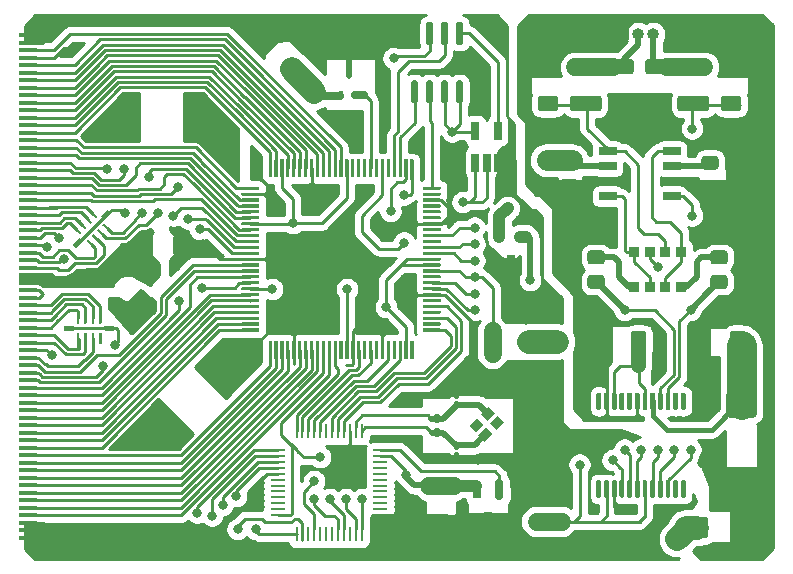
<source format=gbr>
%TF.GenerationSoftware,KiCad,Pcbnew,(5.1.10)-1*%
%TF.CreationDate,2021-11-28T20:39:18+00:00*%
%TF.ProjectId,pc_card_sound_barker,70635f63-6172-4645-9f73-6f756e645f62,rev?*%
%TF.SameCoordinates,Original*%
%TF.FileFunction,Copper,L1,Top*%
%TF.FilePolarity,Positive*%
%FSLAX46Y46*%
G04 Gerber Fmt 4.6, Leading zero omitted, Abs format (unit mm)*
G04 Created by KiCad (PCBNEW (5.1.10)-1) date 2021-11-28 20:39:18*
%MOMM*%
%LPD*%
G01*
G04 APERTURE LIST*
%TA.AperFunction,SMDPad,CuDef*%
%ADD10R,1.525000X0.700000*%
%TD*%
%TA.AperFunction,SMDPad,CuDef*%
%ADD11R,0.900000X0.900000*%
%TD*%
%TA.AperFunction,SMDPad,CuDef*%
%ADD12R,0.650000X1.560000*%
%TD*%
%TA.AperFunction,SMDPad,CuDef*%
%ADD13R,0.800000X0.900000*%
%TD*%
%TA.AperFunction,SMDPad,CuDef*%
%ADD14R,0.450000X0.700000*%
%TD*%
%TA.AperFunction,SMDPad,CuDef*%
%ADD15C,0.100000*%
%TD*%
%TA.AperFunction,ComponentPad*%
%ADD16O,1.000000X1.000000*%
%TD*%
%TA.AperFunction,ComponentPad*%
%ADD17R,1.000000X1.000000*%
%TD*%
%TA.AperFunction,SMDPad,CuDef*%
%ADD18R,1.300000X0.250000*%
%TD*%
%TA.AperFunction,SMDPad,CuDef*%
%ADD19R,0.250000X1.300000*%
%TD*%
%TA.AperFunction,SMDPad,CuDef*%
%ADD20R,1.498600X0.304800*%
%TD*%
%TA.AperFunction,ViaPad*%
%ADD21C,0.800000*%
%TD*%
%TA.AperFunction,Conductor*%
%ADD22C,0.250000*%
%TD*%
%TA.AperFunction,Conductor*%
%ADD23C,0.500000*%
%TD*%
%TA.AperFunction,Conductor*%
%ADD24C,2.000000*%
%TD*%
%TA.AperFunction,Conductor*%
%ADD25C,0.700000*%
%TD*%
%TA.AperFunction,Conductor*%
%ADD26C,1.500000*%
%TD*%
%TA.AperFunction,Conductor*%
%ADD27C,1.000000*%
%TD*%
%TA.AperFunction,Conductor*%
%ADD28C,1.250000*%
%TD*%
%TA.AperFunction,Conductor*%
%ADD29C,0.550000*%
%TD*%
%TA.AperFunction,Conductor*%
%ADD30C,1.750000*%
%TD*%
%TA.AperFunction,Conductor*%
%ADD31C,0.400000*%
%TD*%
%TA.AperFunction,Conductor*%
%ADD32C,2.500000*%
%TD*%
%TA.AperFunction,Conductor*%
%ADD33C,0.254000*%
%TD*%
%TA.AperFunction,Conductor*%
%ADD34C,0.100000*%
%TD*%
G04 APERTURE END LIST*
%TO.P,U1,75*%
%TO.N,D15*%
%TA.AperFunction,SMDPad,CuDef*%
G36*
G01*
X124936900Y-71825000D02*
X124683100Y-71825000D01*
G75*
G02*
X124675000Y-71816900I0J8100D01*
G01*
X124675000Y-70313100D01*
G75*
G02*
X124683100Y-70305000I8100J0D01*
G01*
X124936900Y-70305000D01*
G75*
G02*
X124945000Y-70313100I0J-8100D01*
G01*
X124945000Y-71816900D01*
G75*
G02*
X124936900Y-71825000I-8100J0D01*
G01*
G37*
%TD.AperFunction*%
%TO.P,U1,74*%
%TO.N,CE1#*%
%TA.AperFunction,SMDPad,CuDef*%
G36*
G01*
X125436900Y-71825000D02*
X125183100Y-71825000D01*
G75*
G02*
X125175000Y-71816900I0J8100D01*
G01*
X125175000Y-70313100D01*
G75*
G02*
X125183100Y-70305000I8100J0D01*
G01*
X125436900Y-70305000D01*
G75*
G02*
X125445000Y-70313100I0J-8100D01*
G01*
X125445000Y-71816900D01*
G75*
G02*
X125436900Y-71825000I-8100J0D01*
G01*
G37*
%TD.AperFunction*%
%TO.P,U1,73*%
%TO.N,VCC*%
%TA.AperFunction,SMDPad,CuDef*%
G36*
G01*
X125936900Y-71825000D02*
X125683100Y-71825000D01*
G75*
G02*
X125675000Y-71816900I0J8100D01*
G01*
X125675000Y-70313100D01*
G75*
G02*
X125683100Y-70305000I8100J0D01*
G01*
X125936900Y-70305000D01*
G75*
G02*
X125945000Y-70313100I0J-8100D01*
G01*
X125945000Y-71816900D01*
G75*
G02*
X125936900Y-71825000I-8100J0D01*
G01*
G37*
%TD.AperFunction*%
%TO.P,U1,72*%
%TO.N,D14*%
%TA.AperFunction,SMDPad,CuDef*%
G36*
G01*
X126436900Y-71825000D02*
X126183100Y-71825000D01*
G75*
G02*
X126175000Y-71816900I0J8100D01*
G01*
X126175000Y-70313100D01*
G75*
G02*
X126183100Y-70305000I8100J0D01*
G01*
X126436900Y-70305000D01*
G75*
G02*
X126445000Y-70313100I0J-8100D01*
G01*
X126445000Y-71816900D01*
G75*
G02*
X126436900Y-71825000I-8100J0D01*
G01*
G37*
%TD.AperFunction*%
%TO.P,U1,71*%
%TO.N,D7*%
%TA.AperFunction,SMDPad,CuDef*%
G36*
G01*
X126936900Y-71825000D02*
X126683100Y-71825000D01*
G75*
G02*
X126675000Y-71816900I0J8100D01*
G01*
X126675000Y-70313100D01*
G75*
G02*
X126683100Y-70305000I8100J0D01*
G01*
X126936900Y-70305000D01*
G75*
G02*
X126945000Y-70313100I0J-8100D01*
G01*
X126945000Y-71816900D01*
G75*
G02*
X126936900Y-71825000I-8100J0D01*
G01*
G37*
%TD.AperFunction*%
%TO.P,U1,70*%
%TO.N,D13*%
%TA.AperFunction,SMDPad,CuDef*%
G36*
G01*
X127436900Y-71825000D02*
X127183100Y-71825000D01*
G75*
G02*
X127175000Y-71816900I0J8100D01*
G01*
X127175000Y-70313100D01*
G75*
G02*
X127183100Y-70305000I8100J0D01*
G01*
X127436900Y-70305000D01*
G75*
G02*
X127445000Y-70313100I0J-8100D01*
G01*
X127445000Y-71816900D01*
G75*
G02*
X127436900Y-71825000I-8100J0D01*
G01*
G37*
%TD.AperFunction*%
%TO.P,U1,69*%
%TO.N,D6*%
%TA.AperFunction,SMDPad,CuDef*%
G36*
G01*
X127936900Y-71825000D02*
X127683100Y-71825000D01*
G75*
G02*
X127675000Y-71816900I0J8100D01*
G01*
X127675000Y-70313100D01*
G75*
G02*
X127683100Y-70305000I8100J0D01*
G01*
X127936900Y-70305000D01*
G75*
G02*
X127945000Y-70313100I0J-8100D01*
G01*
X127945000Y-71816900D01*
G75*
G02*
X127936900Y-71825000I-8100J0D01*
G01*
G37*
%TD.AperFunction*%
%TO.P,U1,68*%
%TO.N,AGND*%
%TA.AperFunction,SMDPad,CuDef*%
G36*
G01*
X128436900Y-71825000D02*
X128183100Y-71825000D01*
G75*
G02*
X128175000Y-71816900I0J8100D01*
G01*
X128175000Y-70313100D01*
G75*
G02*
X128183100Y-70305000I8100J0D01*
G01*
X128436900Y-70305000D01*
G75*
G02*
X128445000Y-70313100I0J-8100D01*
G01*
X128445000Y-71816900D01*
G75*
G02*
X128436900Y-71825000I-8100J0D01*
G01*
G37*
%TD.AperFunction*%
%TO.P,U1,67*%
%TO.N,D12*%
%TA.AperFunction,SMDPad,CuDef*%
G36*
G01*
X128936900Y-71825000D02*
X128683100Y-71825000D01*
G75*
G02*
X128675000Y-71816900I0J8100D01*
G01*
X128675000Y-70313100D01*
G75*
G02*
X128683100Y-70305000I8100J0D01*
G01*
X128936900Y-70305000D01*
G75*
G02*
X128945000Y-70313100I0J-8100D01*
G01*
X128945000Y-71816900D01*
G75*
G02*
X128936900Y-71825000I-8100J0D01*
G01*
G37*
%TD.AperFunction*%
%TO.P,U1,66*%
%TO.N,D5*%
%TA.AperFunction,SMDPad,CuDef*%
G36*
G01*
X129436900Y-71825000D02*
X129183100Y-71825000D01*
G75*
G02*
X129175000Y-71816900I0J8100D01*
G01*
X129175000Y-70313100D01*
G75*
G02*
X129183100Y-70305000I8100J0D01*
G01*
X129436900Y-70305000D01*
G75*
G02*
X129445000Y-70313100I0J-8100D01*
G01*
X129445000Y-71816900D01*
G75*
G02*
X129436900Y-71825000I-8100J0D01*
G01*
G37*
%TD.AperFunction*%
%TO.P,U1,65*%
%TO.N,D11*%
%TA.AperFunction,SMDPad,CuDef*%
G36*
G01*
X129936900Y-71825000D02*
X129683100Y-71825000D01*
G75*
G02*
X129675000Y-71816900I0J8100D01*
G01*
X129675000Y-70313100D01*
G75*
G02*
X129683100Y-70305000I8100J0D01*
G01*
X129936900Y-70305000D01*
G75*
G02*
X129945000Y-70313100I0J-8100D01*
G01*
X129945000Y-71816900D01*
G75*
G02*
X129936900Y-71825000I-8100J0D01*
G01*
G37*
%TD.AperFunction*%
%TO.P,U1,64*%
%TO.N,D4*%
%TA.AperFunction,SMDPad,CuDef*%
G36*
G01*
X130436900Y-71825000D02*
X130183100Y-71825000D01*
G75*
G02*
X130175000Y-71816900I0J8100D01*
G01*
X130175000Y-70313100D01*
G75*
G02*
X130183100Y-70305000I8100J0D01*
G01*
X130436900Y-70305000D01*
G75*
G02*
X130445000Y-70313100I0J-8100D01*
G01*
X130445000Y-71816900D01*
G75*
G02*
X130436900Y-71825000I-8100J0D01*
G01*
G37*
%TD.AperFunction*%
%TO.P,U1,63*%
%TO.N,D3*%
%TA.AperFunction,SMDPad,CuDef*%
G36*
G01*
X130936900Y-71825000D02*
X130683100Y-71825000D01*
G75*
G02*
X130675000Y-71816900I0J8100D01*
G01*
X130675000Y-70313100D01*
G75*
G02*
X130683100Y-70305000I8100J0D01*
G01*
X130936900Y-70305000D01*
G75*
G02*
X130945000Y-70313100I0J-8100D01*
G01*
X130945000Y-71816900D01*
G75*
G02*
X130936900Y-71825000I-8100J0D01*
G01*
G37*
%TD.AperFunction*%
%TO.P,U1,62*%
%TO.N,VCC*%
%TA.AperFunction,SMDPad,CuDef*%
G36*
G01*
X131436900Y-71825000D02*
X131183100Y-71825000D01*
G75*
G02*
X131175000Y-71816900I0J8100D01*
G01*
X131175000Y-70313100D01*
G75*
G02*
X131183100Y-70305000I8100J0D01*
G01*
X131436900Y-70305000D01*
G75*
G02*
X131445000Y-70313100I0J-8100D01*
G01*
X131445000Y-71816900D01*
G75*
G02*
X131436900Y-71825000I-8100J0D01*
G01*
G37*
%TD.AperFunction*%
%TO.P,U1,61*%
%TO.N,N/C*%
%TA.AperFunction,SMDPad,CuDef*%
G36*
G01*
X131936900Y-71825000D02*
X131683100Y-71825000D01*
G75*
G02*
X131675000Y-71816900I0J8100D01*
G01*
X131675000Y-70313100D01*
G75*
G02*
X131683100Y-70305000I8100J0D01*
G01*
X131936900Y-70305000D01*
G75*
G02*
X131945000Y-70313100I0J-8100D01*
G01*
X131945000Y-71816900D01*
G75*
G02*
X131936900Y-71825000I-8100J0D01*
G01*
G37*
%TD.AperFunction*%
%TO.P,U1,60*%
%TA.AperFunction,SMDPad,CuDef*%
G36*
G01*
X132436900Y-71825000D02*
X132183100Y-71825000D01*
G75*
G02*
X132175000Y-71816900I0J8100D01*
G01*
X132175000Y-70313100D01*
G75*
G02*
X132183100Y-70305000I8100J0D01*
G01*
X132436900Y-70305000D01*
G75*
G02*
X132445000Y-70313100I0J-8100D01*
G01*
X132445000Y-71816900D01*
G75*
G02*
X132436900Y-71825000I-8100J0D01*
G01*
G37*
%TD.AperFunction*%
%TO.P,U1,59*%
%TA.AperFunction,SMDPad,CuDef*%
G36*
G01*
X132936900Y-71825000D02*
X132683100Y-71825000D01*
G75*
G02*
X132675000Y-71816900I0J8100D01*
G01*
X132675000Y-70313100D01*
G75*
G02*
X132683100Y-70305000I8100J0D01*
G01*
X132936900Y-70305000D01*
G75*
G02*
X132945000Y-70313100I0J-8100D01*
G01*
X132945000Y-71816900D01*
G75*
G02*
X132936900Y-71825000I-8100J0D01*
G01*
G37*
%TD.AperFunction*%
%TO.P,U1,58*%
%TO.N,PC_MCLK_IN*%
%TA.AperFunction,SMDPad,CuDef*%
G36*
G01*
X133436900Y-71825000D02*
X133183100Y-71825000D01*
G75*
G02*
X133175000Y-71816900I0J8100D01*
G01*
X133175000Y-70313100D01*
G75*
G02*
X133183100Y-70305000I8100J0D01*
G01*
X133436900Y-70305000D01*
G75*
G02*
X133445000Y-70313100I0J-8100D01*
G01*
X133445000Y-71816900D01*
G75*
G02*
X133436900Y-71825000I-8100J0D01*
G01*
G37*
%TD.AperFunction*%
%TO.P,U1,57*%
%TO.N,N/C*%
%TA.AperFunction,SMDPad,CuDef*%
G36*
G01*
X133936900Y-71825000D02*
X133683100Y-71825000D01*
G75*
G02*
X133675000Y-71816900I0J8100D01*
G01*
X133675000Y-70313100D01*
G75*
G02*
X133683100Y-70305000I8100J0D01*
G01*
X133936900Y-70305000D01*
G75*
G02*
X133945000Y-70313100I0J-8100D01*
G01*
X133945000Y-71816900D01*
G75*
G02*
X133936900Y-71825000I-8100J0D01*
G01*
G37*
%TD.AperFunction*%
%TO.P,U1,56*%
%TO.N,POR#*%
%TA.AperFunction,SMDPad,CuDef*%
G36*
G01*
X134436900Y-71825000D02*
X134183100Y-71825000D01*
G75*
G02*
X134175000Y-71816900I0J8100D01*
G01*
X134175000Y-70313100D01*
G75*
G02*
X134183100Y-70305000I8100J0D01*
G01*
X134436900Y-70305000D01*
G75*
G02*
X134445000Y-70313100I0J-8100D01*
G01*
X134445000Y-71816900D01*
G75*
G02*
X134436900Y-71825000I-8100J0D01*
G01*
G37*
%TD.AperFunction*%
%TO.P,U1,55*%
%TO.N,N/C*%
%TA.AperFunction,SMDPad,CuDef*%
G36*
G01*
X134936900Y-71825000D02*
X134683100Y-71825000D01*
G75*
G02*
X134675000Y-71816900I0J8100D01*
G01*
X134675000Y-70313100D01*
G75*
G02*
X134683100Y-70305000I8100J0D01*
G01*
X134936900Y-70305000D01*
G75*
G02*
X134945000Y-70313100I0J-8100D01*
G01*
X134945000Y-71816900D01*
G75*
G02*
X134936900Y-71825000I-8100J0D01*
G01*
G37*
%TD.AperFunction*%
%TO.P,U1,54*%
%TO.N,EE_DI*%
%TA.AperFunction,SMDPad,CuDef*%
G36*
G01*
X135436900Y-71825000D02*
X135183100Y-71825000D01*
G75*
G02*
X135175000Y-71816900I0J8100D01*
G01*
X135175000Y-70313100D01*
G75*
G02*
X135183100Y-70305000I8100J0D01*
G01*
X135436900Y-70305000D01*
G75*
G02*
X135445000Y-70313100I0J-8100D01*
G01*
X135445000Y-71816900D01*
G75*
G02*
X135436900Y-71825000I-8100J0D01*
G01*
G37*
%TD.AperFunction*%
%TO.P,U1,53*%
%TO.N,EE_DO*%
%TA.AperFunction,SMDPad,CuDef*%
G36*
G01*
X135936900Y-71825000D02*
X135683100Y-71825000D01*
G75*
G02*
X135675000Y-71816900I0J8100D01*
G01*
X135675000Y-70313100D01*
G75*
G02*
X135683100Y-70305000I8100J0D01*
G01*
X135936900Y-70305000D01*
G75*
G02*
X135945000Y-70313100I0J-8100D01*
G01*
X135945000Y-71816900D01*
G75*
G02*
X135936900Y-71825000I-8100J0D01*
G01*
G37*
%TD.AperFunction*%
%TO.P,U1,52*%
%TO.N,EE_CS*%
%TA.AperFunction,SMDPad,CuDef*%
G36*
G01*
X136436900Y-71825000D02*
X136183100Y-71825000D01*
G75*
G02*
X136175000Y-71816900I0J8100D01*
G01*
X136175000Y-70313100D01*
G75*
G02*
X136183100Y-70305000I8100J0D01*
G01*
X136436900Y-70305000D01*
G75*
G02*
X136445000Y-70313100I0J-8100D01*
G01*
X136445000Y-71816900D01*
G75*
G02*
X136436900Y-71825000I-8100J0D01*
G01*
G37*
%TD.AperFunction*%
%TO.P,U1,51*%
%TO.N,VCC*%
%TA.AperFunction,SMDPad,CuDef*%
G36*
G01*
X136936900Y-71825000D02*
X136683100Y-71825000D01*
G75*
G02*
X136675000Y-71816900I0J8100D01*
G01*
X136675000Y-70313100D01*
G75*
G02*
X136683100Y-70305000I8100J0D01*
G01*
X136936900Y-70305000D01*
G75*
G02*
X136945000Y-70313100I0J-8100D01*
G01*
X136945000Y-71816900D01*
G75*
G02*
X136936900Y-71825000I-8100J0D01*
G01*
G37*
%TD.AperFunction*%
%TO.P,U1,25*%
%TO.N,N/C*%
%TA.AperFunction,SMDPad,CuDef*%
G36*
G01*
X136936900Y-87175000D02*
X136683100Y-87175000D01*
G75*
G02*
X136675000Y-87166900I0J8100D01*
G01*
X136675000Y-85663100D01*
G75*
G02*
X136683100Y-85655000I8100J0D01*
G01*
X136936900Y-85655000D01*
G75*
G02*
X136945000Y-85663100I0J-8100D01*
G01*
X136945000Y-87166900D01*
G75*
G02*
X136936900Y-87175000I-8100J0D01*
G01*
G37*
%TD.AperFunction*%
%TO.P,U1,24*%
%TO.N,VCC*%
%TA.AperFunction,SMDPad,CuDef*%
G36*
G01*
X136436900Y-87175000D02*
X136183100Y-87175000D01*
G75*
G02*
X136175000Y-87166900I0J8100D01*
G01*
X136175000Y-85663100D01*
G75*
G02*
X136183100Y-85655000I8100J0D01*
G01*
X136436900Y-85655000D01*
G75*
G02*
X136445000Y-85663100I0J-8100D01*
G01*
X136445000Y-87166900D01*
G75*
G02*
X136436900Y-87175000I-8100J0D01*
G01*
G37*
%TD.AperFunction*%
%TO.P,U1,23*%
%TO.N,ID3*%
%TA.AperFunction,SMDPad,CuDef*%
G36*
G01*
X135936900Y-87175000D02*
X135683100Y-87175000D01*
G75*
G02*
X135675000Y-87166900I0J8100D01*
G01*
X135675000Y-85663100D01*
G75*
G02*
X135683100Y-85655000I8100J0D01*
G01*
X135936900Y-85655000D01*
G75*
G02*
X135945000Y-85663100I0J-8100D01*
G01*
X135945000Y-87166900D01*
G75*
G02*
X135936900Y-87175000I-8100J0D01*
G01*
G37*
%TD.AperFunction*%
%TO.P,U1,22*%
%TO.N,N/C*%
%TA.AperFunction,SMDPad,CuDef*%
G36*
G01*
X135436900Y-87175000D02*
X135183100Y-87175000D01*
G75*
G02*
X135175000Y-87166900I0J8100D01*
G01*
X135175000Y-85663100D01*
G75*
G02*
X135183100Y-85655000I8100J0D01*
G01*
X135436900Y-85655000D01*
G75*
G02*
X135445000Y-85663100I0J-8100D01*
G01*
X135445000Y-87166900D01*
G75*
G02*
X135436900Y-87175000I-8100J0D01*
G01*
G37*
%TD.AperFunction*%
%TO.P,U1,21*%
%TO.N,ID4*%
%TA.AperFunction,SMDPad,CuDef*%
G36*
G01*
X134936900Y-87175000D02*
X134683100Y-87175000D01*
G75*
G02*
X134675000Y-87166900I0J8100D01*
G01*
X134675000Y-85663100D01*
G75*
G02*
X134683100Y-85655000I8100J0D01*
G01*
X134936900Y-85655000D01*
G75*
G02*
X134945000Y-85663100I0J-8100D01*
G01*
X134945000Y-87166900D01*
G75*
G02*
X134936900Y-87175000I-8100J0D01*
G01*
G37*
%TD.AperFunction*%
%TO.P,U1,20*%
%TO.N,AGND*%
%TA.AperFunction,SMDPad,CuDef*%
G36*
G01*
X134436900Y-87175000D02*
X134183100Y-87175000D01*
G75*
G02*
X134175000Y-87166900I0J8100D01*
G01*
X134175000Y-85663100D01*
G75*
G02*
X134183100Y-85655000I8100J0D01*
G01*
X134436900Y-85655000D01*
G75*
G02*
X134445000Y-85663100I0J-8100D01*
G01*
X134445000Y-87166900D01*
G75*
G02*
X134436900Y-87175000I-8100J0D01*
G01*
G37*
%TD.AperFunction*%
%TO.P,U1,19*%
%TO.N,N/C*%
%TA.AperFunction,SMDPad,CuDef*%
G36*
G01*
X133936900Y-87175000D02*
X133683100Y-87175000D01*
G75*
G02*
X133675000Y-87166900I0J8100D01*
G01*
X133675000Y-85663100D01*
G75*
G02*
X133683100Y-85655000I8100J0D01*
G01*
X133936900Y-85655000D01*
G75*
G02*
X133945000Y-85663100I0J-8100D01*
G01*
X133945000Y-87166900D01*
G75*
G02*
X133936900Y-87175000I-8100J0D01*
G01*
G37*
%TD.AperFunction*%
%TO.P,U1,18*%
%TO.N,ID5*%
%TA.AperFunction,SMDPad,CuDef*%
G36*
G01*
X133436900Y-87175000D02*
X133183100Y-87175000D01*
G75*
G02*
X133175000Y-87166900I0J8100D01*
G01*
X133175000Y-85663100D01*
G75*
G02*
X133183100Y-85655000I8100J0D01*
G01*
X133436900Y-85655000D01*
G75*
G02*
X133445000Y-85663100I0J-8100D01*
G01*
X133445000Y-87166900D01*
G75*
G02*
X133436900Y-87175000I-8100J0D01*
G01*
G37*
%TD.AperFunction*%
%TO.P,U1,17*%
%TO.N,N/C*%
%TA.AperFunction,SMDPad,CuDef*%
G36*
G01*
X132936900Y-87175000D02*
X132683100Y-87175000D01*
G75*
G02*
X132675000Y-87166900I0J8100D01*
G01*
X132675000Y-85663100D01*
G75*
G02*
X132683100Y-85655000I8100J0D01*
G01*
X132936900Y-85655000D01*
G75*
G02*
X132945000Y-85663100I0J-8100D01*
G01*
X132945000Y-87166900D01*
G75*
G02*
X132936900Y-87175000I-8100J0D01*
G01*
G37*
%TD.AperFunction*%
%TO.P,U1,16*%
%TO.N,ID6*%
%TA.AperFunction,SMDPad,CuDef*%
G36*
G01*
X132436900Y-87175000D02*
X132183100Y-87175000D01*
G75*
G02*
X132175000Y-87166900I0J8100D01*
G01*
X132175000Y-85663100D01*
G75*
G02*
X132183100Y-85655000I8100J0D01*
G01*
X132436900Y-85655000D01*
G75*
G02*
X132445000Y-85663100I0J-8100D01*
G01*
X132445000Y-87166900D01*
G75*
G02*
X132436900Y-87175000I-8100J0D01*
G01*
G37*
%TD.AperFunction*%
%TO.P,U1,15*%
%TO.N,AGND*%
%TA.AperFunction,SMDPad,CuDef*%
G36*
G01*
X131936900Y-87175000D02*
X131683100Y-87175000D01*
G75*
G02*
X131675000Y-87166900I0J8100D01*
G01*
X131675000Y-85663100D01*
G75*
G02*
X131683100Y-85655000I8100J0D01*
G01*
X131936900Y-85655000D01*
G75*
G02*
X131945000Y-85663100I0J-8100D01*
G01*
X131945000Y-87166900D01*
G75*
G02*
X131936900Y-87175000I-8100J0D01*
G01*
G37*
%TD.AperFunction*%
%TO.P,U1,14*%
%TO.N,VCC*%
%TA.AperFunction,SMDPad,CuDef*%
G36*
G01*
X131436900Y-87175000D02*
X131183100Y-87175000D01*
G75*
G02*
X131175000Y-87166900I0J8100D01*
G01*
X131175000Y-85663100D01*
G75*
G02*
X131183100Y-85655000I8100J0D01*
G01*
X131436900Y-85655000D01*
G75*
G02*
X131445000Y-85663100I0J-8100D01*
G01*
X131445000Y-87166900D01*
G75*
G02*
X131436900Y-87175000I-8100J0D01*
G01*
G37*
%TD.AperFunction*%
%TO.P,U1,13*%
%TO.N,N/C*%
%TA.AperFunction,SMDPad,CuDef*%
G36*
G01*
X130936900Y-87175000D02*
X130683100Y-87175000D01*
G75*
G02*
X130675000Y-87166900I0J8100D01*
G01*
X130675000Y-85663100D01*
G75*
G02*
X130683100Y-85655000I8100J0D01*
G01*
X130936900Y-85655000D01*
G75*
G02*
X130945000Y-85663100I0J-8100D01*
G01*
X130945000Y-87166900D01*
G75*
G02*
X130936900Y-87175000I-8100J0D01*
G01*
G37*
%TD.AperFunction*%
%TO.P,U1,12*%
%TO.N,ID7*%
%TA.AperFunction,SMDPad,CuDef*%
G36*
G01*
X130436900Y-87175000D02*
X130183100Y-87175000D01*
G75*
G02*
X130175000Y-87166900I0J8100D01*
G01*
X130175000Y-85663100D01*
G75*
G02*
X130183100Y-85655000I8100J0D01*
G01*
X130436900Y-85655000D01*
G75*
G02*
X130445000Y-85663100I0J-8100D01*
G01*
X130445000Y-87166900D01*
G75*
G02*
X130436900Y-87175000I-8100J0D01*
G01*
G37*
%TD.AperFunction*%
%TO.P,U1,11*%
%TO.N,ATA_HRESET#*%
%TA.AperFunction,SMDPad,CuDef*%
G36*
G01*
X129936900Y-87175000D02*
X129683100Y-87175000D01*
G75*
G02*
X129675000Y-87166900I0J8100D01*
G01*
X129675000Y-85663100D01*
G75*
G02*
X129683100Y-85655000I8100J0D01*
G01*
X129936900Y-85655000D01*
G75*
G02*
X129945000Y-85663100I0J-8100D01*
G01*
X129945000Y-87166900D01*
G75*
G02*
X129936900Y-87175000I-8100J0D01*
G01*
G37*
%TD.AperFunction*%
%TO.P,U1,10*%
%TO.N,IOIS16#*%
%TA.AperFunction,SMDPad,CuDef*%
G36*
G01*
X129436900Y-87175000D02*
X129183100Y-87175000D01*
G75*
G02*
X129175000Y-87166900I0J8100D01*
G01*
X129175000Y-85663100D01*
G75*
G02*
X129183100Y-85655000I8100J0D01*
G01*
X129436900Y-85655000D01*
G75*
G02*
X129445000Y-85663100I0J-8100D01*
G01*
X129445000Y-87166900D01*
G75*
G02*
X129436900Y-87175000I-8100J0D01*
G01*
G37*
%TD.AperFunction*%
%TO.P,U1,9*%
%TO.N,D10*%
%TA.AperFunction,SMDPad,CuDef*%
G36*
G01*
X128936900Y-87175000D02*
X128683100Y-87175000D01*
G75*
G02*
X128675000Y-87166900I0J8100D01*
G01*
X128675000Y-85663100D01*
G75*
G02*
X128683100Y-85655000I8100J0D01*
G01*
X128936900Y-85655000D01*
G75*
G02*
X128945000Y-85663100I0J-8100D01*
G01*
X128945000Y-87166900D01*
G75*
G02*
X128936900Y-87175000I-8100J0D01*
G01*
G37*
%TD.AperFunction*%
%TO.P,U1,8*%
%TO.N,D2*%
%TA.AperFunction,SMDPad,CuDef*%
G36*
G01*
X128436900Y-87175000D02*
X128183100Y-87175000D01*
G75*
G02*
X128175000Y-87166900I0J8100D01*
G01*
X128175000Y-85663100D01*
G75*
G02*
X128183100Y-85655000I8100J0D01*
G01*
X128436900Y-85655000D01*
G75*
G02*
X128445000Y-85663100I0J-8100D01*
G01*
X128445000Y-87166900D01*
G75*
G02*
X128436900Y-87175000I-8100J0D01*
G01*
G37*
%TD.AperFunction*%
%TO.P,U1,7*%
%TO.N,D9*%
%TA.AperFunction,SMDPad,CuDef*%
G36*
G01*
X127936900Y-87175000D02*
X127683100Y-87175000D01*
G75*
G02*
X127675000Y-87166900I0J8100D01*
G01*
X127675000Y-85663100D01*
G75*
G02*
X127683100Y-85655000I8100J0D01*
G01*
X127936900Y-85655000D01*
G75*
G02*
X127945000Y-85663100I0J-8100D01*
G01*
X127945000Y-87166900D01*
G75*
G02*
X127936900Y-87175000I-8100J0D01*
G01*
G37*
%TD.AperFunction*%
%TO.P,U1,6*%
%TO.N,D1*%
%TA.AperFunction,SMDPad,CuDef*%
G36*
G01*
X127436900Y-87175000D02*
X127183100Y-87175000D01*
G75*
G02*
X127175000Y-87166900I0J8100D01*
G01*
X127175000Y-85663100D01*
G75*
G02*
X127183100Y-85655000I8100J0D01*
G01*
X127436900Y-85655000D01*
G75*
G02*
X127445000Y-85663100I0J-8100D01*
G01*
X127445000Y-87166900D01*
G75*
G02*
X127436900Y-87175000I-8100J0D01*
G01*
G37*
%TD.AperFunction*%
%TO.P,U1,5*%
%TO.N,AGND*%
%TA.AperFunction,SMDPad,CuDef*%
G36*
G01*
X126936900Y-87175000D02*
X126683100Y-87175000D01*
G75*
G02*
X126675000Y-87166900I0J8100D01*
G01*
X126675000Y-85663100D01*
G75*
G02*
X126683100Y-85655000I8100J0D01*
G01*
X126936900Y-85655000D01*
G75*
G02*
X126945000Y-85663100I0J-8100D01*
G01*
X126945000Y-87166900D01*
G75*
G02*
X126936900Y-87175000I-8100J0D01*
G01*
G37*
%TD.AperFunction*%
%TO.P,U1,4*%
%TO.N,D8*%
%TA.AperFunction,SMDPad,CuDef*%
G36*
G01*
X126436900Y-87175000D02*
X126183100Y-87175000D01*
G75*
G02*
X126175000Y-87166900I0J8100D01*
G01*
X126175000Y-85663100D01*
G75*
G02*
X126183100Y-85655000I8100J0D01*
G01*
X126436900Y-85655000D01*
G75*
G02*
X126445000Y-85663100I0J-8100D01*
G01*
X126445000Y-87166900D01*
G75*
G02*
X126436900Y-87175000I-8100J0D01*
G01*
G37*
%TD.AperFunction*%
%TO.P,U1,3*%
%TO.N,D0*%
%TA.AperFunction,SMDPad,CuDef*%
G36*
G01*
X125936900Y-87175000D02*
X125683100Y-87175000D01*
G75*
G02*
X125675000Y-87166900I0J8100D01*
G01*
X125675000Y-85663100D01*
G75*
G02*
X125683100Y-85655000I8100J0D01*
G01*
X125936900Y-85655000D01*
G75*
G02*
X125945000Y-85663100I0J-8100D01*
G01*
X125945000Y-87166900D01*
G75*
G02*
X125936900Y-87175000I-8100J0D01*
G01*
G37*
%TD.AperFunction*%
%TO.P,U1,2*%
%TO.N,STSCHG#*%
%TA.AperFunction,SMDPad,CuDef*%
G36*
G01*
X125436900Y-87175000D02*
X125183100Y-87175000D01*
G75*
G02*
X125175000Y-87166900I0J8100D01*
G01*
X125175000Y-85663100D01*
G75*
G02*
X125183100Y-85655000I8100J0D01*
G01*
X125436900Y-85655000D01*
G75*
G02*
X125445000Y-85663100I0J-8100D01*
G01*
X125445000Y-87166900D01*
G75*
G02*
X125436900Y-87175000I-8100J0D01*
G01*
G37*
%TD.AperFunction*%
%TO.P,U1,1*%
%TO.N,A0*%
%TA.AperFunction,SMDPad,CuDef*%
G36*
G01*
X124936900Y-87175000D02*
X124683100Y-87175000D01*
G75*
G02*
X124675000Y-87166900I0J8100D01*
G01*
X124675000Y-85663100D01*
G75*
G02*
X124683100Y-85655000I8100J0D01*
G01*
X124936900Y-85655000D01*
G75*
G02*
X124945000Y-85663100I0J-8100D01*
G01*
X124945000Y-87166900D01*
G75*
G02*
X124936900Y-87175000I-8100J0D01*
G01*
G37*
%TD.AperFunction*%
%TO.P,U1,100*%
%TO.N,SPKR#*%
%TA.AperFunction,SMDPad,CuDef*%
G36*
G01*
X123843700Y-84875000D02*
X122426300Y-84875000D01*
G75*
G02*
X122375000Y-84823700I0J51300D01*
G01*
X122375000Y-84656300D01*
G75*
G02*
X122426300Y-84605000I51300J0D01*
G01*
X123843700Y-84605000D01*
G75*
G02*
X123895000Y-84656300I0J-51300D01*
G01*
X123895000Y-84823700D01*
G75*
G02*
X123843700Y-84875000I-51300J0D01*
G01*
G37*
%TD.AperFunction*%
%TO.P,U1,99*%
%TO.N,A1*%
%TA.AperFunction,SMDPad,CuDef*%
G36*
G01*
X123843700Y-84375000D02*
X122426300Y-84375000D01*
G75*
G02*
X122375000Y-84323700I0J51300D01*
G01*
X122375000Y-84156300D01*
G75*
G02*
X122426300Y-84105000I51300J0D01*
G01*
X123843700Y-84105000D01*
G75*
G02*
X123895000Y-84156300I0J-51300D01*
G01*
X123895000Y-84323700D01*
G75*
G02*
X123843700Y-84375000I-51300J0D01*
G01*
G37*
%TD.AperFunction*%
%TO.P,U1,98*%
%TO.N,REG#*%
%TA.AperFunction,SMDPad,CuDef*%
G36*
G01*
X123843700Y-83875000D02*
X122426300Y-83875000D01*
G75*
G02*
X122375000Y-83823700I0J51300D01*
G01*
X122375000Y-83656300D01*
G75*
G02*
X122426300Y-83605000I51300J0D01*
G01*
X123843700Y-83605000D01*
G75*
G02*
X123895000Y-83656300I0J-51300D01*
G01*
X123895000Y-83823700D01*
G75*
G02*
X123843700Y-83875000I-51300J0D01*
G01*
G37*
%TD.AperFunction*%
%TO.P,U1,97*%
%TO.N,A2*%
%TA.AperFunction,SMDPad,CuDef*%
G36*
G01*
X123843700Y-83375000D02*
X122426300Y-83375000D01*
G75*
G02*
X122375000Y-83323700I0J51300D01*
G01*
X122375000Y-83156300D01*
G75*
G02*
X122426300Y-83105000I51300J0D01*
G01*
X123843700Y-83105000D01*
G75*
G02*
X123895000Y-83156300I0J-51300D01*
G01*
X123895000Y-83323700D01*
G75*
G02*
X123843700Y-83375000I-51300J0D01*
G01*
G37*
%TD.AperFunction*%
%TO.P,U1,96*%
%TO.N,INPACK#*%
%TA.AperFunction,SMDPad,CuDef*%
G36*
G01*
X123843700Y-82875000D02*
X122426300Y-82875000D01*
G75*
G02*
X122375000Y-82823700I0J51300D01*
G01*
X122375000Y-82656300D01*
G75*
G02*
X122426300Y-82605000I51300J0D01*
G01*
X123843700Y-82605000D01*
G75*
G02*
X123895000Y-82656300I0J-51300D01*
G01*
X123895000Y-82823700D01*
G75*
G02*
X123843700Y-82875000I-51300J0D01*
G01*
G37*
%TD.AperFunction*%
%TO.P,U1,95*%
%TO.N,A3*%
%TA.AperFunction,SMDPad,CuDef*%
G36*
G01*
X123843700Y-82375000D02*
X122426300Y-82375000D01*
G75*
G02*
X122375000Y-82323700I0J51300D01*
G01*
X122375000Y-82156300D01*
G75*
G02*
X122426300Y-82105000I51300J0D01*
G01*
X123843700Y-82105000D01*
G75*
G02*
X123895000Y-82156300I0J-51300D01*
G01*
X123895000Y-82323700D01*
G75*
G02*
X123843700Y-82375000I-51300J0D01*
G01*
G37*
%TD.AperFunction*%
%TO.P,U1,94*%
%TO.N,WAIT#*%
%TA.AperFunction,SMDPad,CuDef*%
G36*
G01*
X123843700Y-81875000D02*
X122426300Y-81875000D01*
G75*
G02*
X122375000Y-81823700I0J51300D01*
G01*
X122375000Y-81656300D01*
G75*
G02*
X122426300Y-81605000I51300J0D01*
G01*
X123843700Y-81605000D01*
G75*
G02*
X123895000Y-81656300I0J-51300D01*
G01*
X123895000Y-81823700D01*
G75*
G02*
X123843700Y-81875000I-51300J0D01*
G01*
G37*
%TD.AperFunction*%
%TO.P,U1,93*%
%TO.N,VCC*%
%TA.AperFunction,SMDPad,CuDef*%
G36*
G01*
X123843700Y-81375000D02*
X122426300Y-81375000D01*
G75*
G02*
X122375000Y-81323700I0J51300D01*
G01*
X122375000Y-81156300D01*
G75*
G02*
X122426300Y-81105000I51300J0D01*
G01*
X123843700Y-81105000D01*
G75*
G02*
X123895000Y-81156300I0J-51300D01*
G01*
X123895000Y-81323700D01*
G75*
G02*
X123843700Y-81375000I-51300J0D01*
G01*
G37*
%TD.AperFunction*%
%TO.P,U1,92*%
%TO.N,RESET*%
%TA.AperFunction,SMDPad,CuDef*%
G36*
G01*
X123843700Y-80875000D02*
X122426300Y-80875000D01*
G75*
G02*
X122375000Y-80823700I0J51300D01*
G01*
X122375000Y-80656300D01*
G75*
G02*
X122426300Y-80605000I51300J0D01*
G01*
X123843700Y-80605000D01*
G75*
G02*
X123895000Y-80656300I0J-51300D01*
G01*
X123895000Y-80823700D01*
G75*
G02*
X123843700Y-80875000I-51300J0D01*
G01*
G37*
%TD.AperFunction*%
%TO.P,U1,91*%
%TO.N,A4*%
%TA.AperFunction,SMDPad,CuDef*%
G36*
G01*
X123843700Y-80375000D02*
X122426300Y-80375000D01*
G75*
G02*
X122375000Y-80323700I0J51300D01*
G01*
X122375000Y-80156300D01*
G75*
G02*
X122426300Y-80105000I51300J0D01*
G01*
X123843700Y-80105000D01*
G75*
G02*
X123895000Y-80156300I0J-51300D01*
G01*
X123895000Y-80323700D01*
G75*
G02*
X123843700Y-80375000I-51300J0D01*
G01*
G37*
%TD.AperFunction*%
%TO.P,U1,90*%
%TO.N,A5*%
%TA.AperFunction,SMDPad,CuDef*%
G36*
G01*
X123843700Y-79875000D02*
X122426300Y-79875000D01*
G75*
G02*
X122375000Y-79823700I0J51300D01*
G01*
X122375000Y-79656300D01*
G75*
G02*
X122426300Y-79605000I51300J0D01*
G01*
X123843700Y-79605000D01*
G75*
G02*
X123895000Y-79656300I0J-51300D01*
G01*
X123895000Y-79823700D01*
G75*
G02*
X123843700Y-79875000I-51300J0D01*
G01*
G37*
%TD.AperFunction*%
%TO.P,U1,89*%
%TO.N,A6*%
%TA.AperFunction,SMDPad,CuDef*%
G36*
G01*
X123843700Y-79375000D02*
X122426300Y-79375000D01*
G75*
G02*
X122375000Y-79323700I0J51300D01*
G01*
X122375000Y-79156300D01*
G75*
G02*
X122426300Y-79105000I51300J0D01*
G01*
X123843700Y-79105000D01*
G75*
G02*
X123895000Y-79156300I0J-51300D01*
G01*
X123895000Y-79323700D01*
G75*
G02*
X123843700Y-79375000I-51300J0D01*
G01*
G37*
%TD.AperFunction*%
%TO.P,U1,88*%
%TO.N,AGND*%
%TA.AperFunction,SMDPad,CuDef*%
G36*
G01*
X123843700Y-78875000D02*
X122426300Y-78875000D01*
G75*
G02*
X122375000Y-78823700I0J51300D01*
G01*
X122375000Y-78656300D01*
G75*
G02*
X122426300Y-78605000I51300J0D01*
G01*
X123843700Y-78605000D01*
G75*
G02*
X123895000Y-78656300I0J-51300D01*
G01*
X123895000Y-78823700D01*
G75*
G02*
X123843700Y-78875000I-51300J0D01*
G01*
G37*
%TD.AperFunction*%
%TO.P,U1,87*%
%TO.N,A7*%
%TA.AperFunction,SMDPad,CuDef*%
G36*
G01*
X123843700Y-78375000D02*
X122426300Y-78375000D01*
G75*
G02*
X122375000Y-78323700I0J51300D01*
G01*
X122375000Y-78156300D01*
G75*
G02*
X122426300Y-78105000I51300J0D01*
G01*
X123843700Y-78105000D01*
G75*
G02*
X123895000Y-78156300I0J-51300D01*
G01*
X123895000Y-78323700D01*
G75*
G02*
X123843700Y-78375000I-51300J0D01*
G01*
G37*
%TD.AperFunction*%
%TO.P,U1,86*%
%TO.N,IREQ#*%
%TA.AperFunction,SMDPad,CuDef*%
G36*
G01*
X123843700Y-77875000D02*
X122426300Y-77875000D01*
G75*
G02*
X122375000Y-77823700I0J51300D01*
G01*
X122375000Y-77656300D01*
G75*
G02*
X122426300Y-77605000I51300J0D01*
G01*
X123843700Y-77605000D01*
G75*
G02*
X123895000Y-77656300I0J-51300D01*
G01*
X123895000Y-77823700D01*
G75*
G02*
X123843700Y-77875000I-51300J0D01*
G01*
G37*
%TD.AperFunction*%
%TO.P,U1,85*%
%TO.N,WE#*%
%TA.AperFunction,SMDPad,CuDef*%
G36*
G01*
X123843700Y-77375000D02*
X122426300Y-77375000D01*
G75*
G02*
X122375000Y-77323700I0J51300D01*
G01*
X122375000Y-77156300D01*
G75*
G02*
X122426300Y-77105000I51300J0D01*
G01*
X123843700Y-77105000D01*
G75*
G02*
X123895000Y-77156300I0J-51300D01*
G01*
X123895000Y-77323700D01*
G75*
G02*
X123843700Y-77375000I-51300J0D01*
G01*
G37*
%TD.AperFunction*%
%TO.P,U1,84*%
%TO.N,A8*%
%TA.AperFunction,SMDPad,CuDef*%
G36*
G01*
X123843700Y-76875000D02*
X122426300Y-76875000D01*
G75*
G02*
X122375000Y-76823700I0J51300D01*
G01*
X122375000Y-76656300D01*
G75*
G02*
X122426300Y-76605000I51300J0D01*
G01*
X123843700Y-76605000D01*
G75*
G02*
X123895000Y-76656300I0J-51300D01*
G01*
X123895000Y-76823700D01*
G75*
G02*
X123843700Y-76875000I-51300J0D01*
G01*
G37*
%TD.AperFunction*%
%TO.P,U1,83*%
%TO.N,A9*%
%TA.AperFunction,SMDPad,CuDef*%
G36*
G01*
X123843700Y-76375000D02*
X122426300Y-76375000D01*
G75*
G02*
X122375000Y-76323700I0J51300D01*
G01*
X122375000Y-76156300D01*
G75*
G02*
X122426300Y-76105000I51300J0D01*
G01*
X123843700Y-76105000D01*
G75*
G02*
X123895000Y-76156300I0J-51300D01*
G01*
X123895000Y-76323700D01*
G75*
G02*
X123843700Y-76375000I-51300J0D01*
G01*
G37*
%TD.AperFunction*%
%TO.P,U1,82*%
%TO.N,VCC*%
%TA.AperFunction,SMDPad,CuDef*%
G36*
G01*
X123843700Y-75875000D02*
X122426300Y-75875000D01*
G75*
G02*
X122375000Y-75823700I0J51300D01*
G01*
X122375000Y-75656300D01*
G75*
G02*
X122426300Y-75605000I51300J0D01*
G01*
X123843700Y-75605000D01*
G75*
G02*
X123895000Y-75656300I0J-51300D01*
G01*
X123895000Y-75823700D01*
G75*
G02*
X123843700Y-75875000I-51300J0D01*
G01*
G37*
%TD.AperFunction*%
%TO.P,U1,81*%
%TO.N,IOWR#*%
%TA.AperFunction,SMDPad,CuDef*%
G36*
G01*
X123843700Y-75375000D02*
X122426300Y-75375000D01*
G75*
G02*
X122375000Y-75323700I0J51300D01*
G01*
X122375000Y-75156300D01*
G75*
G02*
X122426300Y-75105000I51300J0D01*
G01*
X123843700Y-75105000D01*
G75*
G02*
X123895000Y-75156300I0J-51300D01*
G01*
X123895000Y-75323700D01*
G75*
G02*
X123843700Y-75375000I-51300J0D01*
G01*
G37*
%TD.AperFunction*%
%TO.P,U1,80*%
%TO.N,IORD#*%
%TA.AperFunction,SMDPad,CuDef*%
G36*
G01*
X123843700Y-74875000D02*
X122426300Y-74875000D01*
G75*
G02*
X122375000Y-74823700I0J51300D01*
G01*
X122375000Y-74656300D01*
G75*
G02*
X122426300Y-74605000I51300J0D01*
G01*
X123843700Y-74605000D01*
G75*
G02*
X123895000Y-74656300I0J-51300D01*
G01*
X123895000Y-74823700D01*
G75*
G02*
X123843700Y-74875000I-51300J0D01*
G01*
G37*
%TD.AperFunction*%
%TO.P,U1,79*%
%TO.N,OE#*%
%TA.AperFunction,SMDPad,CuDef*%
G36*
G01*
X123843700Y-74375000D02*
X122426300Y-74375000D01*
G75*
G02*
X122375000Y-74323700I0J51300D01*
G01*
X122375000Y-74156300D01*
G75*
G02*
X122426300Y-74105000I51300J0D01*
G01*
X123843700Y-74105000D01*
G75*
G02*
X123895000Y-74156300I0J-51300D01*
G01*
X123895000Y-74323700D01*
G75*
G02*
X123843700Y-74375000I-51300J0D01*
G01*
G37*
%TD.AperFunction*%
%TO.P,U1,78*%
%TO.N,CE2#*%
%TA.AperFunction,SMDPad,CuDef*%
G36*
G01*
X123843700Y-73875000D02*
X122426300Y-73875000D01*
G75*
G02*
X122375000Y-73823700I0J51300D01*
G01*
X122375000Y-73656300D01*
G75*
G02*
X122426300Y-73605000I51300J0D01*
G01*
X123843700Y-73605000D01*
G75*
G02*
X123895000Y-73656300I0J-51300D01*
G01*
X123895000Y-73823700D01*
G75*
G02*
X123843700Y-73875000I-51300J0D01*
G01*
G37*
%TD.AperFunction*%
%TO.P,U1,77*%
%TO.N,AGND*%
%TA.AperFunction,SMDPad,CuDef*%
G36*
G01*
X123843700Y-73375000D02*
X122426300Y-73375000D01*
G75*
G02*
X122375000Y-73323700I0J51300D01*
G01*
X122375000Y-73156300D01*
G75*
G02*
X122426300Y-73105000I51300J0D01*
G01*
X123843700Y-73105000D01*
G75*
G02*
X123895000Y-73156300I0J-51300D01*
G01*
X123895000Y-73323700D01*
G75*
G02*
X123843700Y-73375000I-51300J0D01*
G01*
G37*
%TD.AperFunction*%
%TO.P,U1,76*%
%TO.N,A10*%
%TA.AperFunction,SMDPad,CuDef*%
G36*
G01*
X123843700Y-72875000D02*
X122426300Y-72875000D01*
G75*
G02*
X122375000Y-72823700I0J51300D01*
G01*
X122375000Y-72656300D01*
G75*
G02*
X122426300Y-72605000I51300J0D01*
G01*
X123843700Y-72605000D01*
G75*
G02*
X123895000Y-72656300I0J-51300D01*
G01*
X123895000Y-72823700D01*
G75*
G02*
X123843700Y-72875000I-51300J0D01*
G01*
G37*
%TD.AperFunction*%
%TO.P,U1,50*%
%TO.N,EE_SK*%
%TA.AperFunction,SMDPad,CuDef*%
G36*
G01*
X139193700Y-72875000D02*
X137776300Y-72875000D01*
G75*
G02*
X137725000Y-72823700I0J51300D01*
G01*
X137725000Y-72656300D01*
G75*
G02*
X137776300Y-72605000I51300J0D01*
G01*
X139193700Y-72605000D01*
G75*
G02*
X139245000Y-72656300I0J-51300D01*
G01*
X139245000Y-72823700D01*
G75*
G02*
X139193700Y-72875000I-51300J0D01*
G01*
G37*
%TD.AperFunction*%
%TO.P,U1,49*%
%TO.N,N/C*%
%TA.AperFunction,SMDPad,CuDef*%
G36*
G01*
X139193700Y-73375000D02*
X137776300Y-73375000D01*
G75*
G02*
X137725000Y-73323700I0J51300D01*
G01*
X137725000Y-73156300D01*
G75*
G02*
X137776300Y-73105000I51300J0D01*
G01*
X139193700Y-73105000D01*
G75*
G02*
X139245000Y-73156300I0J-51300D01*
G01*
X139245000Y-73323700D01*
G75*
G02*
X139193700Y-73375000I-51300J0D01*
G01*
G37*
%TD.AperFunction*%
%TO.P,U1,48*%
%TO.N,AGND*%
%TA.AperFunction,SMDPad,CuDef*%
G36*
G01*
X139193700Y-73875000D02*
X137776300Y-73875000D01*
G75*
G02*
X137725000Y-73823700I0J51300D01*
G01*
X137725000Y-73656300D01*
G75*
G02*
X137776300Y-73605000I51300J0D01*
G01*
X139193700Y-73605000D01*
G75*
G02*
X139245000Y-73656300I0J-51300D01*
G01*
X139245000Y-73823700D01*
G75*
G02*
X139193700Y-73875000I-51300J0D01*
G01*
G37*
%TD.AperFunction*%
%TO.P,U1,47*%
%TO.N,N/C*%
%TA.AperFunction,SMDPad,CuDef*%
G36*
G01*
X139193700Y-74375000D02*
X137776300Y-74375000D01*
G75*
G02*
X137725000Y-74323700I0J51300D01*
G01*
X137725000Y-74156300D01*
G75*
G02*
X137776300Y-74105000I51300J0D01*
G01*
X139193700Y-74105000D01*
G75*
G02*
X139245000Y-74156300I0J-51300D01*
G01*
X139245000Y-74323700D01*
G75*
G02*
X139193700Y-74375000I-51300J0D01*
G01*
G37*
%TD.AperFunction*%
%TO.P,U1,46*%
%TA.AperFunction,SMDPad,CuDef*%
G36*
G01*
X139193700Y-74875000D02*
X137776300Y-74875000D01*
G75*
G02*
X137725000Y-74823700I0J51300D01*
G01*
X137725000Y-74656300D01*
G75*
G02*
X137776300Y-74605000I51300J0D01*
G01*
X139193700Y-74605000D01*
G75*
G02*
X139245000Y-74656300I0J-51300D01*
G01*
X139245000Y-74823700D01*
G75*
G02*
X139193700Y-74875000I-51300J0D01*
G01*
G37*
%TD.AperFunction*%
%TO.P,U1,45*%
%TA.AperFunction,SMDPad,CuDef*%
G36*
G01*
X139193700Y-75375000D02*
X137776300Y-75375000D01*
G75*
G02*
X137725000Y-75323700I0J51300D01*
G01*
X137725000Y-75156300D01*
G75*
G02*
X137776300Y-75105000I51300J0D01*
G01*
X139193700Y-75105000D01*
G75*
G02*
X139245000Y-75156300I0J-51300D01*
G01*
X139245000Y-75323700D01*
G75*
G02*
X139193700Y-75375000I-51300J0D01*
G01*
G37*
%TD.AperFunction*%
%TO.P,U1,44*%
%TO.N,AGND*%
%TA.AperFunction,SMDPad,CuDef*%
G36*
G01*
X139193700Y-75875000D02*
X137776300Y-75875000D01*
G75*
G02*
X137725000Y-75823700I0J51300D01*
G01*
X137725000Y-75656300D01*
G75*
G02*
X137776300Y-75605000I51300J0D01*
G01*
X139193700Y-75605000D01*
G75*
G02*
X139245000Y-75656300I0J-51300D01*
G01*
X139245000Y-75823700D01*
G75*
G02*
X139193700Y-75875000I-51300J0D01*
G01*
G37*
%TD.AperFunction*%
%TO.P,U1,43*%
%TO.N,N/C*%
%TA.AperFunction,SMDPad,CuDef*%
G36*
G01*
X139193700Y-76375000D02*
X137776300Y-76375000D01*
G75*
G02*
X137725000Y-76323700I0J51300D01*
G01*
X137725000Y-76156300D01*
G75*
G02*
X137776300Y-76105000I51300J0D01*
G01*
X139193700Y-76105000D01*
G75*
G02*
X139245000Y-76156300I0J-51300D01*
G01*
X139245000Y-76323700D01*
G75*
G02*
X139193700Y-76375000I-51300J0D01*
G01*
G37*
%TD.AperFunction*%
%TO.P,U1,42*%
%TO.N,ICS0#*%
%TA.AperFunction,SMDPad,CuDef*%
G36*
G01*
X139193700Y-76875000D02*
X137776300Y-76875000D01*
G75*
G02*
X137725000Y-76823700I0J51300D01*
G01*
X137725000Y-76656300D01*
G75*
G02*
X137776300Y-76605000I51300J0D01*
G01*
X139193700Y-76605000D01*
G75*
G02*
X139245000Y-76656300I0J-51300D01*
G01*
X139245000Y-76823700D01*
G75*
G02*
X139193700Y-76875000I-51300J0D01*
G01*
G37*
%TD.AperFunction*%
%TO.P,U1,41*%
%TO.N,N/C*%
%TA.AperFunction,SMDPad,CuDef*%
G36*
G01*
X139193700Y-77375000D02*
X137776300Y-77375000D01*
G75*
G02*
X137725000Y-77323700I0J51300D01*
G01*
X137725000Y-77156300D01*
G75*
G02*
X137776300Y-77105000I51300J0D01*
G01*
X139193700Y-77105000D01*
G75*
G02*
X139245000Y-77156300I0J-51300D01*
G01*
X139245000Y-77323700D01*
G75*
G02*
X139193700Y-77375000I-51300J0D01*
G01*
G37*
%TD.AperFunction*%
%TO.P,U1,40*%
%TO.N,IA0*%
%TA.AperFunction,SMDPad,CuDef*%
G36*
G01*
X139193700Y-77875000D02*
X137776300Y-77875000D01*
G75*
G02*
X137725000Y-77823700I0J51300D01*
G01*
X137725000Y-77656300D01*
G75*
G02*
X137776300Y-77605000I51300J0D01*
G01*
X139193700Y-77605000D01*
G75*
G02*
X139245000Y-77656300I0J-51300D01*
G01*
X139245000Y-77823700D01*
G75*
G02*
X139193700Y-77875000I-51300J0D01*
G01*
G37*
%TD.AperFunction*%
%TO.P,U1,39*%
%TO.N,IA1*%
%TA.AperFunction,SMDPad,CuDef*%
G36*
G01*
X139193700Y-78375000D02*
X137776300Y-78375000D01*
G75*
G02*
X137725000Y-78323700I0J51300D01*
G01*
X137725000Y-78156300D01*
G75*
G02*
X137776300Y-78105000I51300J0D01*
G01*
X139193700Y-78105000D01*
G75*
G02*
X139245000Y-78156300I0J-51300D01*
G01*
X139245000Y-78323700D01*
G75*
G02*
X139193700Y-78375000I-51300J0D01*
G01*
G37*
%TD.AperFunction*%
%TO.P,U1,38*%
%TO.N,VCC*%
%TA.AperFunction,SMDPad,CuDef*%
G36*
G01*
X139193700Y-78875000D02*
X137776300Y-78875000D01*
G75*
G02*
X137725000Y-78823700I0J51300D01*
G01*
X137725000Y-78656300D01*
G75*
G02*
X137776300Y-78605000I51300J0D01*
G01*
X139193700Y-78605000D01*
G75*
G02*
X139245000Y-78656300I0J-51300D01*
G01*
X139245000Y-78823700D01*
G75*
G02*
X139193700Y-78875000I-51300J0D01*
G01*
G37*
%TD.AperFunction*%
%TO.P,U1,37*%
%TA.AperFunction,SMDPad,CuDef*%
G36*
G01*
X139193700Y-79375000D02*
X137776300Y-79375000D01*
G75*
G02*
X137725000Y-79323700I0J51300D01*
G01*
X137725000Y-79156300D01*
G75*
G02*
X137776300Y-79105000I51300J0D01*
G01*
X139193700Y-79105000D01*
G75*
G02*
X139245000Y-79156300I0J-51300D01*
G01*
X139245000Y-79323700D01*
G75*
G02*
X139193700Y-79375000I-51300J0D01*
G01*
G37*
%TD.AperFunction*%
%TO.P,U1,36*%
%TO.N,IIRQ#*%
%TA.AperFunction,SMDPad,CuDef*%
G36*
G01*
X139193700Y-79875000D02*
X137776300Y-79875000D01*
G75*
G02*
X137725000Y-79823700I0J51300D01*
G01*
X137725000Y-79656300D01*
G75*
G02*
X137776300Y-79605000I51300J0D01*
G01*
X139193700Y-79605000D01*
G75*
G02*
X139245000Y-79656300I0J-51300D01*
G01*
X139245000Y-79823700D01*
G75*
G02*
X139193700Y-79875000I-51300J0D01*
G01*
G37*
%TD.AperFunction*%
%TO.P,U1,35*%
%TO.N,N/C*%
%TA.AperFunction,SMDPad,CuDef*%
G36*
G01*
X139193700Y-80375000D02*
X137776300Y-80375000D01*
G75*
G02*
X137725000Y-80323700I0J51300D01*
G01*
X137725000Y-80156300D01*
G75*
G02*
X137776300Y-80105000I51300J0D01*
G01*
X139193700Y-80105000D01*
G75*
G02*
X139245000Y-80156300I0J-51300D01*
G01*
X139245000Y-80323700D01*
G75*
G02*
X139193700Y-80375000I-51300J0D01*
G01*
G37*
%TD.AperFunction*%
%TO.P,U1,34*%
%TO.N,IRD#*%
%TA.AperFunction,SMDPad,CuDef*%
G36*
G01*
X139193700Y-80875000D02*
X137776300Y-80875000D01*
G75*
G02*
X137725000Y-80823700I0J51300D01*
G01*
X137725000Y-80656300D01*
G75*
G02*
X137776300Y-80605000I51300J0D01*
G01*
X139193700Y-80605000D01*
G75*
G02*
X139245000Y-80656300I0J-51300D01*
G01*
X139245000Y-80823700D01*
G75*
G02*
X139193700Y-80875000I-51300J0D01*
G01*
G37*
%TD.AperFunction*%
%TO.P,U1,33*%
%TO.N,IWR#*%
%TA.AperFunction,SMDPad,CuDef*%
G36*
G01*
X139193700Y-81375000D02*
X137776300Y-81375000D01*
G75*
G02*
X137725000Y-81323700I0J51300D01*
G01*
X137725000Y-81156300D01*
G75*
G02*
X137776300Y-81105000I51300J0D01*
G01*
X139193700Y-81105000D01*
G75*
G02*
X139245000Y-81156300I0J-51300D01*
G01*
X139245000Y-81323700D01*
G75*
G02*
X139193700Y-81375000I-51300J0D01*
G01*
G37*
%TD.AperFunction*%
%TO.P,U1,32*%
%TO.N,AGND*%
%TA.AperFunction,SMDPad,CuDef*%
G36*
G01*
X139193700Y-81875000D02*
X137776300Y-81875000D01*
G75*
G02*
X137725000Y-81823700I0J51300D01*
G01*
X137725000Y-81656300D01*
G75*
G02*
X137776300Y-81605000I51300J0D01*
G01*
X139193700Y-81605000D01*
G75*
G02*
X139245000Y-81656300I0J-51300D01*
G01*
X139245000Y-81823700D01*
G75*
G02*
X139193700Y-81875000I-51300J0D01*
G01*
G37*
%TD.AperFunction*%
%TO.P,U1,31*%
%TO.N,N/C*%
%TA.AperFunction,SMDPad,CuDef*%
G36*
G01*
X139193700Y-82375000D02*
X137776300Y-82375000D01*
G75*
G02*
X137725000Y-82323700I0J51300D01*
G01*
X137725000Y-82156300D01*
G75*
G02*
X137776300Y-82105000I51300J0D01*
G01*
X139193700Y-82105000D01*
G75*
G02*
X139245000Y-82156300I0J-51300D01*
G01*
X139245000Y-82323700D01*
G75*
G02*
X139193700Y-82375000I-51300J0D01*
G01*
G37*
%TD.AperFunction*%
%TO.P,U1,30*%
%TO.N,ID0*%
%TA.AperFunction,SMDPad,CuDef*%
G36*
G01*
X139193700Y-82875000D02*
X137776300Y-82875000D01*
G75*
G02*
X137725000Y-82823700I0J51300D01*
G01*
X137725000Y-82656300D01*
G75*
G02*
X137776300Y-82605000I51300J0D01*
G01*
X139193700Y-82605000D01*
G75*
G02*
X139245000Y-82656300I0J-51300D01*
G01*
X139245000Y-82823700D01*
G75*
G02*
X139193700Y-82875000I-51300J0D01*
G01*
G37*
%TD.AperFunction*%
%TO.P,U1,29*%
%TO.N,N/C*%
%TA.AperFunction,SMDPad,CuDef*%
G36*
G01*
X139193700Y-83375000D02*
X137776300Y-83375000D01*
G75*
G02*
X137725000Y-83323700I0J51300D01*
G01*
X137725000Y-83156300D01*
G75*
G02*
X137776300Y-83105000I51300J0D01*
G01*
X139193700Y-83105000D01*
G75*
G02*
X139245000Y-83156300I0J-51300D01*
G01*
X139245000Y-83323700D01*
G75*
G02*
X139193700Y-83375000I-51300J0D01*
G01*
G37*
%TD.AperFunction*%
%TO.P,U1,28*%
%TO.N,ID1*%
%TA.AperFunction,SMDPad,CuDef*%
G36*
G01*
X139193700Y-83875000D02*
X137776300Y-83875000D01*
G75*
G02*
X137725000Y-83823700I0J51300D01*
G01*
X137725000Y-83656300D01*
G75*
G02*
X137776300Y-83605000I51300J0D01*
G01*
X139193700Y-83605000D01*
G75*
G02*
X139245000Y-83656300I0J-51300D01*
G01*
X139245000Y-83823700D01*
G75*
G02*
X139193700Y-83875000I-51300J0D01*
G01*
G37*
%TD.AperFunction*%
%TO.P,U1,27*%
%TO.N,N/C*%
%TA.AperFunction,SMDPad,CuDef*%
G36*
G01*
X139193700Y-84375000D02*
X137776300Y-84375000D01*
G75*
G02*
X137725000Y-84323700I0J51300D01*
G01*
X137725000Y-84156300D01*
G75*
G02*
X137776300Y-84105000I51300J0D01*
G01*
X139193700Y-84105000D01*
G75*
G02*
X139245000Y-84156300I0J-51300D01*
G01*
X139245000Y-84323700D01*
G75*
G02*
X139193700Y-84375000I-51300J0D01*
G01*
G37*
%TD.AperFunction*%
%TO.P,U1,26*%
%TO.N,ID2*%
%TA.AperFunction,SMDPad,CuDef*%
G36*
G01*
X139193700Y-84875000D02*
X137776300Y-84875000D01*
G75*
G02*
X137725000Y-84823700I0J51300D01*
G01*
X137725000Y-84656300D01*
G75*
G02*
X137776300Y-84605000I51300J0D01*
G01*
X139193700Y-84605000D01*
G75*
G02*
X139245000Y-84656300I0J-51300D01*
G01*
X139245000Y-84823700D01*
G75*
G02*
X139193700Y-84875000I-51300J0D01*
G01*
G37*
%TD.AperFunction*%
%TD*%
%TO.P,RN2,9*%
%TO.N,A25*%
%TA.AperFunction,SMDPad,CuDef*%
G36*
G01*
X109896500Y-84977500D02*
X109896500Y-85906500D01*
G75*
G02*
X109886000Y-85917000I-10500J0D01*
G01*
X109697000Y-85917000D01*
G75*
G02*
X109686500Y-85906500I0J10500D01*
G01*
X109686500Y-84977500D01*
G75*
G02*
X109697000Y-84967000I10500J0D01*
G01*
X109886000Y-84967000D01*
G75*
G02*
X109896500Y-84977500I0J-10500D01*
G01*
G37*
%TD.AperFunction*%
%TO.P,RN2,8*%
%TO.N,A24*%
%TA.AperFunction,SMDPad,CuDef*%
G36*
G01*
X109261500Y-84977500D02*
X109261500Y-85906500D01*
G75*
G02*
X109251000Y-85917000I-10500J0D01*
G01*
X109062000Y-85917000D01*
G75*
G02*
X109051500Y-85906500I0J10500D01*
G01*
X109051500Y-84977500D01*
G75*
G02*
X109062000Y-84967000I10500J0D01*
G01*
X109251000Y-84967000D01*
G75*
G02*
X109261500Y-84977500I0J-10500D01*
G01*
G37*
%TD.AperFunction*%
%TO.P,RN2,7*%
%TO.N,A12*%
%TA.AperFunction,SMDPad,CuDef*%
G36*
G01*
X108626500Y-84977500D02*
X108626500Y-85906500D01*
G75*
G02*
X108616000Y-85917000I-10500J0D01*
G01*
X108427000Y-85917000D01*
G75*
G02*
X108416500Y-85906500I0J10500D01*
G01*
X108416500Y-84977500D01*
G75*
G02*
X108427000Y-84967000I10500J0D01*
G01*
X108616000Y-84967000D01*
G75*
G02*
X108626500Y-84977500I0J-10500D01*
G01*
G37*
%TD.AperFunction*%
%TO.P,RN2,5*%
%TO.N,A23*%
%TA.AperFunction,SMDPad,CuDef*%
G36*
G01*
X108626500Y-83257500D02*
X108626500Y-84186500D01*
G75*
G02*
X108616000Y-84197000I-10500J0D01*
G01*
X108427000Y-84197000D01*
G75*
G02*
X108416500Y-84186500I0J10500D01*
G01*
X108416500Y-83257500D01*
G75*
G02*
X108427000Y-83247000I10500J0D01*
G01*
X108616000Y-83247000D01*
G75*
G02*
X108626500Y-83257500I0J-10500D01*
G01*
G37*
%TD.AperFunction*%
%TO.P,RN2,4*%
%TO.N,A15*%
%TA.AperFunction,SMDPad,CuDef*%
G36*
G01*
X109261500Y-83257500D02*
X109261500Y-84186500D01*
G75*
G02*
X109251000Y-84197000I-10500J0D01*
G01*
X109062000Y-84197000D01*
G75*
G02*
X109051500Y-84186500I0J10500D01*
G01*
X109051500Y-83257500D01*
G75*
G02*
X109062000Y-83247000I10500J0D01*
G01*
X109251000Y-83247000D01*
G75*
G02*
X109261500Y-83257500I0J-10500D01*
G01*
G37*
%TD.AperFunction*%
%TO.P,RN2,3*%
%TO.N,A22*%
%TA.AperFunction,SMDPad,CuDef*%
G36*
G01*
X109896500Y-83257500D02*
X109896500Y-84186500D01*
G75*
G02*
X109886000Y-84197000I-10500J0D01*
G01*
X109697000Y-84197000D01*
G75*
G02*
X109686500Y-84186500I0J10500D01*
G01*
X109686500Y-83257500D01*
G75*
G02*
X109697000Y-83247000I10500J0D01*
G01*
X109886000Y-83247000D01*
G75*
G02*
X109896500Y-83257500I0J-10500D01*
G01*
G37*
%TD.AperFunction*%
%TO.P,RN2,6*%
%TO.N,AGND*%
%TA.AperFunction,SMDPad,CuDef*%
G36*
G01*
X108169000Y-84388500D02*
X108169000Y-84775500D01*
G75*
G02*
X108147500Y-84797000I-21500J0D01*
G01*
X107360500Y-84797000D01*
G75*
G02*
X107339000Y-84775500I0J21500D01*
G01*
X107339000Y-84388500D01*
G75*
G02*
X107360500Y-84367000I21500J0D01*
G01*
X108147500Y-84367000D01*
G75*
G02*
X108169000Y-84388500I0J-21500D01*
G01*
G37*
%TD.AperFunction*%
%TO.P,RN2,1*%
%TA.AperFunction,SMDPad,CuDef*%
G36*
G01*
X111609000Y-84388500D02*
X111609000Y-84775500D01*
G75*
G02*
X111587500Y-84797000I-21500J0D01*
G01*
X110800500Y-84797000D01*
G75*
G02*
X110779000Y-84775500I0J21500D01*
G01*
X110779000Y-84388500D01*
G75*
G02*
X110800500Y-84367000I21500J0D01*
G01*
X111587500Y-84367000D01*
G75*
G02*
X111609000Y-84388500I0J-21500D01*
G01*
G37*
%TD.AperFunction*%
%TO.P,RN2,2*%
%TO.N,A16*%
%TA.AperFunction,SMDPad,CuDef*%
G36*
G01*
X110531500Y-83257500D02*
X110531500Y-84186500D01*
G75*
G02*
X110521000Y-84197000I-10500J0D01*
G01*
X110332000Y-84197000D01*
G75*
G02*
X110321500Y-84186500I0J10500D01*
G01*
X110321500Y-83257500D01*
G75*
G02*
X110332000Y-83247000I10500J0D01*
G01*
X110521000Y-83247000D01*
G75*
G02*
X110531500Y-83257500I0J-10500D01*
G01*
G37*
%TD.AperFunction*%
%TO.P,RN2,10*%
%TO.N,N/C*%
%TA.AperFunction,SMDPad,CuDef*%
G36*
G01*
X110531500Y-84977500D02*
X110531500Y-85906500D01*
G75*
G02*
X110521000Y-85917000I-10500J0D01*
G01*
X110332000Y-85917000D01*
G75*
G02*
X110321500Y-85906500I0J10500D01*
G01*
X110321500Y-84977500D01*
G75*
G02*
X110332000Y-84967000I10500J0D01*
G01*
X110521000Y-84967000D01*
G75*
G02*
X110531500Y-84977500I0J-10500D01*
G01*
G37*
%TD.AperFunction*%
%TD*%
%TO.P,RN1,9*%
%TO.N,A19*%
%TA.AperFunction,SMDPad,CuDef*%
G36*
G01*
X110306413Y-76180907D02*
X110963316Y-76837810D01*
G75*
G02*
X110963316Y-76852660I-7425J-7425D01*
G01*
X110829673Y-76986303D01*
G75*
G02*
X110814823Y-76986303I-7425J7425D01*
G01*
X110157920Y-76329400D01*
G75*
G02*
X110157920Y-76314550I7425J7425D01*
G01*
X110291563Y-76180907D01*
G75*
G02*
X110306413Y-76180907I7425J-7425D01*
G01*
G37*
%TD.AperFunction*%
%TO.P,RN1,8*%
%TO.N,A21*%
%TA.AperFunction,SMDPad,CuDef*%
G36*
G01*
X109857400Y-76629920D02*
X110514303Y-77286823D01*
G75*
G02*
X110514303Y-77301673I-7425J-7425D01*
G01*
X110380660Y-77435316D01*
G75*
G02*
X110365810Y-77435316I-7425J7425D01*
G01*
X109708907Y-76778413D01*
G75*
G02*
X109708907Y-76763563I7425J7425D01*
G01*
X109842550Y-76629920D01*
G75*
G02*
X109857400Y-76629920I7425J-7425D01*
G01*
G37*
%TD.AperFunction*%
%TO.P,RN1,7*%
%TO.N,A20*%
%TA.AperFunction,SMDPad,CuDef*%
G36*
G01*
X109408388Y-77078933D02*
X110065291Y-77735836D01*
G75*
G02*
X110065291Y-77750686I-7425J-7425D01*
G01*
X109931648Y-77884329D01*
G75*
G02*
X109916798Y-77884329I-7425J7425D01*
G01*
X109259895Y-77227426D01*
G75*
G02*
X109259895Y-77212576I7425J7425D01*
G01*
X109393538Y-77078933D01*
G75*
G02*
X109408388Y-77078933I7425J-7425D01*
G01*
G37*
%TD.AperFunction*%
%TO.P,RN1,5*%
%TO.N,A14*%
%TA.AperFunction,SMDPad,CuDef*%
G36*
G01*
X108192164Y-75862709D02*
X108849067Y-76519612D01*
G75*
G02*
X108849067Y-76534462I-7425J-7425D01*
G01*
X108715424Y-76668105D01*
G75*
G02*
X108700574Y-76668105I-7425J7425D01*
G01*
X108043671Y-76011202D01*
G75*
G02*
X108043671Y-75996352I7425J7425D01*
G01*
X108177314Y-75862709D01*
G75*
G02*
X108192164Y-75862709I7425J-7425D01*
G01*
G37*
%TD.AperFunction*%
%TO.P,RN1,4*%
%TO.N,A18*%
%TA.AperFunction,SMDPad,CuDef*%
G36*
G01*
X108641177Y-75413697D02*
X109298080Y-76070600D01*
G75*
G02*
X109298080Y-76085450I-7425J-7425D01*
G01*
X109164437Y-76219093D01*
G75*
G02*
X109149587Y-76219093I-7425J7425D01*
G01*
X108492684Y-75562190D01*
G75*
G02*
X108492684Y-75547340I7425J7425D01*
G01*
X108626327Y-75413697D01*
G75*
G02*
X108641177Y-75413697I7425J-7425D01*
G01*
G37*
%TD.AperFunction*%
%TO.P,RN1,3*%
%TO.N,A13*%
%TA.AperFunction,SMDPad,CuDef*%
G36*
G01*
X109090190Y-74964684D02*
X109747093Y-75621587D01*
G75*
G02*
X109747093Y-75636437I-7425J-7425D01*
G01*
X109613450Y-75770080D01*
G75*
G02*
X109598600Y-75770080I-7425J7425D01*
G01*
X108941697Y-75113177D01*
G75*
G02*
X108941697Y-75098327I7425J7425D01*
G01*
X109075340Y-74964684D01*
G75*
G02*
X109090190Y-74964684I7425J-7425D01*
G01*
G37*
%TD.AperFunction*%
%TO.P,RN1,6*%
%TO.N,AGND*%
%TA.AperFunction,SMDPad,CuDef*%
G36*
G01*
X108668400Y-76985949D02*
X108942051Y-77259600D01*
G75*
G02*
X108942051Y-77290006I-15203J-15203D01*
G01*
X108385558Y-77846499D01*
G75*
G02*
X108355152Y-77846499I-15203J15203D01*
G01*
X108081501Y-77572848D01*
G75*
G02*
X108081501Y-77542442I15203J15203D01*
G01*
X108637994Y-76985949D01*
G75*
G02*
X108668400Y-76985949I15203J-15203D01*
G01*
G37*
%TD.AperFunction*%
%TO.P,RN1,1*%
%TA.AperFunction,SMDPad,CuDef*%
G36*
G01*
X111100848Y-74553501D02*
X111374499Y-74827152D01*
G75*
G02*
X111374499Y-74857558I-15203J-15203D01*
G01*
X110818006Y-75414051D01*
G75*
G02*
X110787600Y-75414051I-15203J15203D01*
G01*
X110513949Y-75140400D01*
G75*
G02*
X110513949Y-75109994I15203J15203D01*
G01*
X111070442Y-74553501D01*
G75*
G02*
X111100848Y-74553501I15203J-15203D01*
G01*
G37*
%TD.AperFunction*%
%TO.P,RN1,2*%
%TO.N,A17*%
%TA.AperFunction,SMDPad,CuDef*%
G36*
G01*
X109539202Y-74515671D02*
X110196105Y-75172574D01*
G75*
G02*
X110196105Y-75187424I-7425J-7425D01*
G01*
X110062462Y-75321067D01*
G75*
G02*
X110047612Y-75321067I-7425J7425D01*
G01*
X109390709Y-74664164D01*
G75*
G02*
X109390709Y-74649314I7425J7425D01*
G01*
X109524352Y-74515671D01*
G75*
G02*
X109539202Y-74515671I7425J-7425D01*
G01*
G37*
%TD.AperFunction*%
%TO.P,RN1,10*%
%TO.N,A11*%
%TA.AperFunction,SMDPad,CuDef*%
G36*
G01*
X110755426Y-75731895D02*
X111412329Y-76388798D01*
G75*
G02*
X111412329Y-76403648I-7425J-7425D01*
G01*
X111278686Y-76537291D01*
G75*
G02*
X111263836Y-76537291I-7425J7425D01*
G01*
X110606933Y-75880388D01*
G75*
G02*
X110606933Y-75865538I7425J7425D01*
G01*
X110740576Y-75731895D01*
G75*
G02*
X110755426Y-75731895I7425J-7425D01*
G01*
G37*
%TD.AperFunction*%
%TD*%
D10*
%TO.P,IC4,8*%
%TO.N,Net-(IC4-Pad8)*%
X153371000Y-73406000D03*
%TO.P,IC4,7*%
%TO.N,AGND*%
X153371000Y-72136000D03*
%TO.P,IC4,6*%
%TO.N,AVDD*%
X153371000Y-70866000D03*
%TO.P,IC4,5*%
%TO.N,Net-(C14-Pad2)*%
X153371000Y-69596000D03*
%TO.P,IC4,4*%
%TO.N,Net-(IC4-Pad4)*%
X158795000Y-69596000D03*
%TO.P,IC4,3*%
%TO.N,Net-(C12-Pad1)*%
X158795000Y-70866000D03*
%TO.P,IC4,2*%
%TO.N,AGND*%
X158795000Y-72136000D03*
%TO.P,IC4,1*%
%TO.N,Net-(C10-Pad2)*%
X158795000Y-73406000D03*
%TD*%
%TO.P,C5,2*%
%TO.N,AGND*%
%TA.AperFunction,SMDPad,CuDef*%
G36*
G01*
X163714000Y-102123001D02*
X163714000Y-100822999D01*
G75*
G02*
X163963999Y-100573000I249999J0D01*
G01*
X164789001Y-100573000D01*
G75*
G02*
X165039000Y-100822999I0J-249999D01*
G01*
X165039000Y-102123001D01*
G75*
G02*
X164789001Y-102373000I-249999J0D01*
G01*
X163963999Y-102373000D01*
G75*
G02*
X163714000Y-102123001I0J249999D01*
G01*
G37*
%TD.AperFunction*%
%TO.P,C5,1*%
%TO.N,AVDD*%
%TA.AperFunction,SMDPad,CuDef*%
G36*
G01*
X160589000Y-102123001D02*
X160589000Y-100822999D01*
G75*
G02*
X160838999Y-100573000I249999J0D01*
G01*
X161664001Y-100573000D01*
G75*
G02*
X161914000Y-100822999I0J-249999D01*
G01*
X161914000Y-102123001D01*
G75*
G02*
X161664001Y-102373000I-249999J0D01*
G01*
X160838999Y-102373000D01*
G75*
G02*
X160589000Y-102123001I0J249999D01*
G01*
G37*
%TD.AperFunction*%
%TD*%
D11*
%TO.P,RN3,6*%
%TO.N,Net-(C14-Pad2)*%
X158267000Y-78129000D03*
%TO.P,RN3,5*%
%TO.N,Net-(IC4-Pad4)*%
X159607000Y-78129000D03*
%TO.P,RN3,8*%
%TO.N,Net-(IC4-Pad8)*%
X155607000Y-78129000D03*
%TO.P,RN3,7*%
%TO.N,Net-(C10-Pad2)*%
X156947000Y-78129000D03*
%TO.P,RN3,3*%
%TO.N,Net-(IC4-Pad4)*%
X158267000Y-81129000D03*
%TO.P,RN3,2*%
%TO.N,Net-(IC4-Pad8)*%
X156947000Y-81129000D03*
%TO.P,RN3,4*%
%TO.N,Net-(C11-Pad1)*%
X159607000Y-81129000D03*
%TO.P,RN3,1*%
%TO.N,Net-(C13-Pad1)*%
X155607000Y-81129000D03*
%TD*%
D12*
%TO.P,IC2,5*%
%TO.N,VCC*%
X142179000Y-67865000D03*
%TO.P,IC2,4*%
%TO.N,CS#*%
X144079000Y-67865000D03*
%TO.P,IC2,3*%
%TO.N,AGND*%
X144079000Y-70565000D03*
%TO.P,IC2,2*%
%TO.N,EE_CS*%
X143129000Y-70565000D03*
%TO.P,IC2,1*%
X142179000Y-70565000D03*
%TD*%
%TO.P,R11,2*%
%TO.N,IIRQ#*%
%TA.AperFunction,SMDPad,CuDef*%
G36*
G01*
X144261000Y-85100000D02*
X144261000Y-86350000D01*
G75*
G02*
X144011000Y-86600000I-250000J0D01*
G01*
X143211000Y-86600000D01*
G75*
G02*
X142961000Y-86350000I0J250000D01*
G01*
X142961000Y-85100000D01*
G75*
G02*
X143211000Y-84850000I250000J0D01*
G01*
X144011000Y-84850000D01*
G75*
G02*
X144261000Y-85100000I0J-250000D01*
G01*
G37*
%TD.AperFunction*%
%TO.P,R11,1*%
%TO.N,VCC*%
%TA.AperFunction,SMDPad,CuDef*%
G36*
G01*
X147361000Y-85100000D02*
X147361000Y-86350000D01*
G75*
G02*
X147111000Y-86600000I-250000J0D01*
G01*
X146311000Y-86600000D01*
G75*
G02*
X146061000Y-86350000I0J250000D01*
G01*
X146061000Y-85100000D01*
G75*
G02*
X146311000Y-84850000I250000J0D01*
G01*
X147111000Y-84850000D01*
G75*
G02*
X147361000Y-85100000I0J-250000D01*
G01*
G37*
%TD.AperFunction*%
%TD*%
D13*
%TO.P,IC3,3*%
%TO.N,AGND*%
X143256000Y-100568000D03*
%TO.P,IC3,2*%
%TO.N,VCC*%
X142306000Y-98568000D03*
%TO.P,IC3,1*%
%TO.N,YMFVS*%
X144206000Y-98568000D03*
%TD*%
D14*
%TO.P,Y1,3*%
%TO.N,AGND*%
X131445000Y-62881000D03*
%TO.P,Y1,2*%
%TO.N,PC_MCLK_IN*%
X132095000Y-64881000D03*
%TO.P,Y1,1*%
%TO.N,VCC*%
X130795000Y-64881000D03*
%TD*%
%TO.P,C8,2*%
%TO.N,VCC*%
%TA.AperFunction,SMDPad,CuDef*%
G36*
G01*
X125779776Y-62691016D02*
X126699016Y-61771776D01*
G75*
G02*
X127052568Y-61771776I176776J-176776D01*
G01*
X127635932Y-62355140D01*
G75*
G02*
X127635932Y-62708692I-176776J-176776D01*
G01*
X126716692Y-63627932D01*
G75*
G02*
X126363140Y-63627932I-176776J176776D01*
G01*
X125779776Y-63044568D01*
G75*
G02*
X125779776Y-62691016I176776J176776D01*
G01*
G37*
%TD.AperFunction*%
%TO.P,C8,1*%
%TO.N,AGND*%
%TA.AperFunction,SMDPad,CuDef*%
G36*
G01*
X123570068Y-60481308D02*
X124489308Y-59562068D01*
G75*
G02*
X124842860Y-59562068I176776J-176776D01*
G01*
X125426224Y-60145432D01*
G75*
G02*
X125426224Y-60498984I-176776J-176776D01*
G01*
X124506984Y-61418224D01*
G75*
G02*
X124153432Y-61418224I-176776J176776D01*
G01*
X123570068Y-60834860D01*
G75*
G02*
X123570068Y-60481308I176776J176776D01*
G01*
G37*
%TD.AperFunction*%
%TD*%
%TO.P,R10,2*%
%TO.N,XO*%
%TA.AperFunction,SMDPad,CuDef*%
G36*
G01*
X139098000Y-92597000D02*
X138778000Y-92597000D01*
G75*
G02*
X138618000Y-92437000I0J160000D01*
G01*
X138618000Y-92042000D01*
G75*
G02*
X138778000Y-91882000I160000J0D01*
G01*
X139098000Y-91882000D01*
G75*
G02*
X139258000Y-92042000I0J-160000D01*
G01*
X139258000Y-92437000D01*
G75*
G02*
X139098000Y-92597000I-160000J0D01*
G01*
G37*
%TD.AperFunction*%
%TO.P,R10,1*%
%TO.N,XI*%
%TA.AperFunction,SMDPad,CuDef*%
G36*
G01*
X139098000Y-93792000D02*
X138778000Y-93792000D01*
G75*
G02*
X138618000Y-93632000I0J160000D01*
G01*
X138618000Y-93237000D01*
G75*
G02*
X138778000Y-93077000I160000J0D01*
G01*
X139098000Y-93077000D01*
G75*
G02*
X139258000Y-93237000I0J-160000D01*
G01*
X139258000Y-93632000D01*
G75*
G02*
X139098000Y-93792000I-160000J0D01*
G01*
G37*
%TD.AperFunction*%
%TD*%
%TO.P,C18,2*%
%TO.N,AGND*%
%TA.AperFunction,SMDPad,CuDef*%
G36*
G01*
X140689000Y-90588000D02*
X140489000Y-90588000D01*
G75*
G02*
X140389000Y-90488000I0J100000D01*
G01*
X140389000Y-90053000D01*
G75*
G02*
X140489000Y-89953000I100000J0D01*
G01*
X140689000Y-89953000D01*
G75*
G02*
X140789000Y-90053000I0J-100000D01*
G01*
X140789000Y-90488000D01*
G75*
G02*
X140689000Y-90588000I-100000J0D01*
G01*
G37*
%TD.AperFunction*%
%TO.P,C18,1*%
%TO.N,XO*%
%TA.AperFunction,SMDPad,CuDef*%
G36*
G01*
X140689000Y-91403000D02*
X140489000Y-91403000D01*
G75*
G02*
X140389000Y-91303000I0J100000D01*
G01*
X140389000Y-90868000D01*
G75*
G02*
X140489000Y-90768000I100000J0D01*
G01*
X140689000Y-90768000D01*
G75*
G02*
X140789000Y-90868000I0J-100000D01*
G01*
X140789000Y-91303000D01*
G75*
G02*
X140689000Y-91403000I-100000J0D01*
G01*
G37*
%TD.AperFunction*%
%TD*%
%TO.P,C17,2*%
%TO.N,XI*%
%TA.AperFunction,SMDPad,CuDef*%
G36*
G01*
X140689000Y-94906000D02*
X140489000Y-94906000D01*
G75*
G02*
X140389000Y-94806000I0J100000D01*
G01*
X140389000Y-94371000D01*
G75*
G02*
X140489000Y-94271000I100000J0D01*
G01*
X140689000Y-94271000D01*
G75*
G02*
X140789000Y-94371000I0J-100000D01*
G01*
X140789000Y-94806000D01*
G75*
G02*
X140689000Y-94906000I-100000J0D01*
G01*
G37*
%TD.AperFunction*%
%TO.P,C17,1*%
%TO.N,AGND*%
%TA.AperFunction,SMDPad,CuDef*%
G36*
G01*
X140689000Y-95721000D02*
X140489000Y-95721000D01*
G75*
G02*
X140389000Y-95621000I0J100000D01*
G01*
X140389000Y-95186000D01*
G75*
G02*
X140489000Y-95086000I100000J0D01*
G01*
X140689000Y-95086000D01*
G75*
G02*
X140789000Y-95186000I0J-100000D01*
G01*
X140789000Y-95621000D01*
G75*
G02*
X140689000Y-95721000I-100000J0D01*
G01*
G37*
%TD.AperFunction*%
%TD*%
%TA.AperFunction,SMDPad,CuDef*%
D15*
%TO.P,Y2,4*%
%TO.N,N/C*%
G36*
X142209762Y-93417107D02*
G01*
X141644076Y-92851421D01*
X142280472Y-92215025D01*
X142846158Y-92780711D01*
X142209762Y-93417107D01*
G37*
%TD.AperFunction*%
%TA.AperFunction,SMDPad,CuDef*%
%TO.P,Y2,3*%
%TO.N,XO*%
G36*
X143199711Y-92427158D02*
G01*
X142634025Y-91861472D01*
X143270421Y-91225076D01*
X143836107Y-91790762D01*
X143199711Y-92427158D01*
G37*
%TD.AperFunction*%
%TA.AperFunction,SMDPad,CuDef*%
%TO.P,Y2,2*%
%TO.N,N/C*%
G36*
X143977528Y-93204975D02*
G01*
X143411842Y-92639289D01*
X144048238Y-92002893D01*
X144613924Y-92568579D01*
X143977528Y-93204975D01*
G37*
%TD.AperFunction*%
%TA.AperFunction,SMDPad,CuDef*%
%TO.P,Y2,1*%
%TO.N,XI*%
G36*
X142987579Y-94194924D02*
G01*
X142421893Y-93629238D01*
X143058289Y-92992842D01*
X143623975Y-93558528D01*
X142987579Y-94194924D01*
G37*
%TD.AperFunction*%
%TD*%
D13*
%TO.P,IC1,3*%
%TO.N,AGND*%
X145161000Y-78851000D03*
%TO.P,IC1,2*%
%TO.N,VCC*%
X144211000Y-76851000D03*
%TO.P,IC1,1*%
%TO.N,POR#*%
X146111000Y-76851000D03*
%TD*%
%TO.P,R2,2*%
%TO.N,AGND*%
%TA.AperFunction,SMDPad,CuDef*%
G36*
G01*
X156815400Y-64908000D02*
X158065400Y-64908000D01*
G75*
G02*
X158315400Y-65158000I0J-250000D01*
G01*
X158315400Y-65958000D01*
G75*
G02*
X158065400Y-66208000I-250000J0D01*
G01*
X156815400Y-66208000D01*
G75*
G02*
X156565400Y-65958000I0J250000D01*
G01*
X156565400Y-65158000D01*
G75*
G02*
X156815400Y-64908000I250000J0D01*
G01*
G37*
%TD.AperFunction*%
%TO.P,R2,1*%
%TO.N,LEFT*%
%TA.AperFunction,SMDPad,CuDef*%
G36*
G01*
X156815400Y-61808000D02*
X158065400Y-61808000D01*
G75*
G02*
X158315400Y-62058000I0J-250000D01*
G01*
X158315400Y-62858000D01*
G75*
G02*
X158065400Y-63108000I-250000J0D01*
G01*
X156815400Y-63108000D01*
G75*
G02*
X156565400Y-62858000I0J250000D01*
G01*
X156565400Y-62058000D01*
G75*
G02*
X156815400Y-61808000I250000J0D01*
G01*
G37*
%TD.AperFunction*%
%TD*%
%TO.P,C10,2*%
%TO.N,Net-(C10-Pad2)*%
%TA.AperFunction,SMDPad,CuDef*%
G36*
G01*
X159535199Y-64908000D02*
X161735201Y-64908000D01*
G75*
G02*
X161985200Y-65157999I0J-249999D01*
G01*
X161985200Y-65983001D01*
G75*
G02*
X161735201Y-66233000I-249999J0D01*
G01*
X159535199Y-66233000D01*
G75*
G02*
X159285200Y-65983001I0J249999D01*
G01*
X159285200Y-65157999D01*
G75*
G02*
X159535199Y-64908000I249999J0D01*
G01*
G37*
%TD.AperFunction*%
%TO.P,C10,1*%
%TO.N,LEFT*%
%TA.AperFunction,SMDPad,CuDef*%
G36*
G01*
X159535199Y-61783000D02*
X161735201Y-61783000D01*
G75*
G02*
X161985200Y-62032999I0J-249999D01*
G01*
X161985200Y-62858001D01*
G75*
G02*
X161735201Y-63108000I-249999J0D01*
G01*
X159535199Y-63108000D01*
G75*
G02*
X159285200Y-62858001I0J249999D01*
G01*
X159285200Y-62032999D01*
G75*
G02*
X159535199Y-61783000I249999J0D01*
G01*
G37*
%TD.AperFunction*%
%TD*%
%TO.P,R9,2*%
%TO.N,AGND*%
%TA.AperFunction,SMDPad,CuDef*%
G36*
G01*
X154100600Y-64908000D02*
X155350600Y-64908000D01*
G75*
G02*
X155600600Y-65158000I0J-250000D01*
G01*
X155600600Y-65958000D01*
G75*
G02*
X155350600Y-66208000I-250000J0D01*
G01*
X154100600Y-66208000D01*
G75*
G02*
X153850600Y-65958000I0J250000D01*
G01*
X153850600Y-65158000D01*
G75*
G02*
X154100600Y-64908000I250000J0D01*
G01*
G37*
%TD.AperFunction*%
%TO.P,R9,1*%
%TO.N,RIGHT*%
%TA.AperFunction,SMDPad,CuDef*%
G36*
G01*
X154100600Y-61808000D02*
X155350600Y-61808000D01*
G75*
G02*
X155600600Y-62058000I0J-250000D01*
G01*
X155600600Y-62858000D01*
G75*
G02*
X155350600Y-63108000I-250000J0D01*
G01*
X154100600Y-63108000D01*
G75*
G02*
X153850600Y-62858000I0J250000D01*
G01*
X153850600Y-62058000D01*
G75*
G02*
X154100600Y-61808000I250000J0D01*
G01*
G37*
%TD.AperFunction*%
%TD*%
D16*
%TO.P,J2,T*%
%TO.N,LEFT*%
X157226000Y-59690000D03*
%TO.P,J2,R*%
%TO.N,RIGHT*%
X155956000Y-59690000D03*
D17*
%TO.P,J2,S*%
%TO.N,AGND*%
X154686000Y-59690000D03*
%TD*%
%TO.P,C14,2*%
%TO.N,Net-(C14-Pad2)*%
%TA.AperFunction,SMDPad,CuDef*%
G36*
G01*
X150430799Y-64908000D02*
X152630801Y-64908000D01*
G75*
G02*
X152880800Y-65157999I0J-249999D01*
G01*
X152880800Y-65983001D01*
G75*
G02*
X152630801Y-66233000I-249999J0D01*
G01*
X150430799Y-66233000D01*
G75*
G02*
X150180800Y-65983001I0J249999D01*
G01*
X150180800Y-65157999D01*
G75*
G02*
X150430799Y-64908000I249999J0D01*
G01*
G37*
%TD.AperFunction*%
%TO.P,C14,1*%
%TO.N,RIGHT*%
%TA.AperFunction,SMDPad,CuDef*%
G36*
G01*
X150430799Y-61783000D02*
X152630801Y-61783000D01*
G75*
G02*
X152880800Y-62032999I0J-249999D01*
G01*
X152880800Y-62858001D01*
G75*
G02*
X152630801Y-63108000I-249999J0D01*
G01*
X150430799Y-63108000D01*
G75*
G02*
X150180800Y-62858001I0J249999D01*
G01*
X150180800Y-62032999D01*
G75*
G02*
X150430799Y-61783000I249999J0D01*
G01*
G37*
%TD.AperFunction*%
%TD*%
%TO.P,R8,1*%
%TO.N,Net-(C14-Pad2)*%
%TA.AperFunction,SMDPad,CuDef*%
G36*
G01*
X148961000Y-66208000D02*
X147711000Y-66208000D01*
G75*
G02*
X147461000Y-65958000I0J250000D01*
G01*
X147461000Y-65158000D01*
G75*
G02*
X147711000Y-64908000I250000J0D01*
G01*
X148961000Y-64908000D01*
G75*
G02*
X149211000Y-65158000I0J-250000D01*
G01*
X149211000Y-65958000D01*
G75*
G02*
X148961000Y-66208000I-250000J0D01*
G01*
G37*
%TD.AperFunction*%
%TO.P,R8,2*%
%TO.N,AGND*%
%TA.AperFunction,SMDPad,CuDef*%
G36*
G01*
X148961000Y-63108000D02*
X147711000Y-63108000D01*
G75*
G02*
X147461000Y-62858000I0J250000D01*
G01*
X147461000Y-62058000D01*
G75*
G02*
X147711000Y-61808000I250000J0D01*
G01*
X148961000Y-61808000D01*
G75*
G02*
X149211000Y-62058000I0J-250000D01*
G01*
X149211000Y-62858000D01*
G75*
G02*
X148961000Y-63108000I-250000J0D01*
G01*
G37*
%TD.AperFunction*%
%TD*%
%TO.P,R4,2*%
%TO.N,Net-(C10-Pad2)*%
%TA.AperFunction,SMDPad,CuDef*%
G36*
G01*
X163205000Y-64908000D02*
X164455000Y-64908000D01*
G75*
G02*
X164705000Y-65158000I0J-250000D01*
G01*
X164705000Y-65958000D01*
G75*
G02*
X164455000Y-66208000I-250000J0D01*
G01*
X163205000Y-66208000D01*
G75*
G02*
X162955000Y-65958000I0J250000D01*
G01*
X162955000Y-65158000D01*
G75*
G02*
X163205000Y-64908000I250000J0D01*
G01*
G37*
%TD.AperFunction*%
%TO.P,R4,1*%
%TO.N,AGND*%
%TA.AperFunction,SMDPad,CuDef*%
G36*
G01*
X163205000Y-61808000D02*
X164455000Y-61808000D01*
G75*
G02*
X164705000Y-62058000I0J-250000D01*
G01*
X164705000Y-62858000D01*
G75*
G02*
X164455000Y-63108000I-250000J0D01*
G01*
X163205000Y-63108000D01*
G75*
G02*
X162955000Y-62858000I0J250000D01*
G01*
X162955000Y-62058000D01*
G75*
G02*
X163205000Y-61808000I250000J0D01*
G01*
G37*
%TD.AperFunction*%
%TD*%
%TO.P,C16,2*%
%TO.N,AGND*%
%TA.AperFunction,SMDPad,CuDef*%
G36*
G01*
X148986001Y-98541000D02*
X147685999Y-98541000D01*
G75*
G02*
X147436000Y-98291001I0J249999D01*
G01*
X147436000Y-97465999D01*
G75*
G02*
X147685999Y-97216000I249999J0D01*
G01*
X148986001Y-97216000D01*
G75*
G02*
X149236000Y-97465999I0J-249999D01*
G01*
X149236000Y-98291001D01*
G75*
G02*
X148986001Y-98541000I-249999J0D01*
G01*
G37*
%TD.AperFunction*%
%TO.P,C16,1*%
%TO.N,VCC*%
%TA.AperFunction,SMDPad,CuDef*%
G36*
G01*
X148986001Y-101666000D02*
X147685999Y-101666000D01*
G75*
G02*
X147436000Y-101416001I0J249999D01*
G01*
X147436000Y-100590999D01*
G75*
G02*
X147685999Y-100341000I249999J0D01*
G01*
X148986001Y-100341000D01*
G75*
G02*
X149236000Y-100590999I0J-249999D01*
G01*
X149236000Y-101416001D01*
G75*
G02*
X148986001Y-101666000I-249999J0D01*
G01*
G37*
%TD.AperFunction*%
%TD*%
%TO.P,C15,2*%
%TO.N,AGND*%
%TA.AperFunction,SMDPad,CuDef*%
G36*
G01*
X138541999Y-100341000D02*
X139842001Y-100341000D01*
G75*
G02*
X140092000Y-100590999I0J-249999D01*
G01*
X140092000Y-101416001D01*
G75*
G02*
X139842001Y-101666000I-249999J0D01*
G01*
X138541999Y-101666000D01*
G75*
G02*
X138292000Y-101416001I0J249999D01*
G01*
X138292000Y-100590999D01*
G75*
G02*
X138541999Y-100341000I249999J0D01*
G01*
G37*
%TD.AperFunction*%
%TO.P,C15,1*%
%TO.N,VCC*%
%TA.AperFunction,SMDPad,CuDef*%
G36*
G01*
X138541999Y-97216000D02*
X139842001Y-97216000D01*
G75*
G02*
X140092000Y-97465999I0J-249999D01*
G01*
X140092000Y-98291001D01*
G75*
G02*
X139842001Y-98541000I-249999J0D01*
G01*
X138541999Y-98541000D01*
G75*
G02*
X138292000Y-98291001I0J249999D01*
G01*
X138292000Y-97465999D01*
G75*
G02*
X138541999Y-97216000I249999J0D01*
G01*
G37*
%TD.AperFunction*%
%TD*%
%TO.P,C13,2*%
%TO.N,AOTL*%
%TA.AperFunction,SMDPad,CuDef*%
G36*
G01*
X151925000Y-80084000D02*
X152875000Y-80084000D01*
G75*
G02*
X153125000Y-80334000I0J-250000D01*
G01*
X153125000Y-81009000D01*
G75*
G02*
X152875000Y-81259000I-250000J0D01*
G01*
X151925000Y-81259000D01*
G75*
G02*
X151675000Y-81009000I0J250000D01*
G01*
X151675000Y-80334000D01*
G75*
G02*
X151925000Y-80084000I250000J0D01*
G01*
G37*
%TD.AperFunction*%
%TO.P,C13,1*%
%TO.N,Net-(C13-Pad1)*%
%TA.AperFunction,SMDPad,CuDef*%
G36*
G01*
X151925000Y-78009000D02*
X152875000Y-78009000D01*
G75*
G02*
X153125000Y-78259000I0J-250000D01*
G01*
X153125000Y-78934000D01*
G75*
G02*
X152875000Y-79184000I-250000J0D01*
G01*
X151925000Y-79184000D01*
G75*
G02*
X151675000Y-78934000I0J250000D01*
G01*
X151675000Y-78259000D01*
G75*
G02*
X151925000Y-78009000I250000J0D01*
G01*
G37*
%TD.AperFunction*%
%TD*%
%TO.P,C12,2*%
%TO.N,AGND*%
%TA.AperFunction,SMDPad,CuDef*%
G36*
G01*
X161577000Y-72078000D02*
X162527000Y-72078000D01*
G75*
G02*
X162777000Y-72328000I0J-250000D01*
G01*
X162777000Y-73003000D01*
G75*
G02*
X162527000Y-73253000I-250000J0D01*
G01*
X161577000Y-73253000D01*
G75*
G02*
X161327000Y-73003000I0J250000D01*
G01*
X161327000Y-72328000D01*
G75*
G02*
X161577000Y-72078000I250000J0D01*
G01*
G37*
%TD.AperFunction*%
%TO.P,C12,1*%
%TO.N,Net-(C12-Pad1)*%
%TA.AperFunction,SMDPad,CuDef*%
G36*
G01*
X161577000Y-70003000D02*
X162527000Y-70003000D01*
G75*
G02*
X162777000Y-70253000I0J-250000D01*
G01*
X162777000Y-70928000D01*
G75*
G02*
X162527000Y-71178000I-250000J0D01*
G01*
X161577000Y-71178000D01*
G75*
G02*
X161327000Y-70928000I0J250000D01*
G01*
X161327000Y-70253000D01*
G75*
G02*
X161577000Y-70003000I250000J0D01*
G01*
G37*
%TD.AperFunction*%
%TD*%
%TO.P,C11,2*%
%TO.N,AOTR*%
%TA.AperFunction,SMDPad,CuDef*%
G36*
G01*
X162339000Y-80084000D02*
X163289000Y-80084000D01*
G75*
G02*
X163539000Y-80334000I0J-250000D01*
G01*
X163539000Y-81009000D01*
G75*
G02*
X163289000Y-81259000I-250000J0D01*
G01*
X162339000Y-81259000D01*
G75*
G02*
X162089000Y-81009000I0J250000D01*
G01*
X162089000Y-80334000D01*
G75*
G02*
X162339000Y-80084000I250000J0D01*
G01*
G37*
%TD.AperFunction*%
%TO.P,C11,1*%
%TO.N,Net-(C11-Pad1)*%
%TA.AperFunction,SMDPad,CuDef*%
G36*
G01*
X162339000Y-78009000D02*
X163289000Y-78009000D01*
G75*
G02*
X163539000Y-78259000I0J-250000D01*
G01*
X163539000Y-78934000D01*
G75*
G02*
X163289000Y-79184000I-250000J0D01*
G01*
X162339000Y-79184000D01*
G75*
G02*
X162089000Y-78934000I0J250000D01*
G01*
X162089000Y-78259000D01*
G75*
G02*
X162339000Y-78009000I250000J0D01*
G01*
G37*
%TD.AperFunction*%
%TD*%
%TO.P,C9,2*%
%TO.N,AVDD*%
%TA.AperFunction,SMDPad,CuDef*%
G36*
G01*
X150589000Y-71051000D02*
X149639000Y-71051000D01*
G75*
G02*
X149389000Y-70801000I0J250000D01*
G01*
X149389000Y-70126000D01*
G75*
G02*
X149639000Y-69876000I250000J0D01*
G01*
X150589000Y-69876000D01*
G75*
G02*
X150839000Y-70126000I0J-250000D01*
G01*
X150839000Y-70801000D01*
G75*
G02*
X150589000Y-71051000I-250000J0D01*
G01*
G37*
%TD.AperFunction*%
%TO.P,C9,1*%
%TO.N,AGND*%
%TA.AperFunction,SMDPad,CuDef*%
G36*
G01*
X150589000Y-73126000D02*
X149639000Y-73126000D01*
G75*
G02*
X149389000Y-72876000I0J250000D01*
G01*
X149389000Y-72201000D01*
G75*
G02*
X149639000Y-71951000I250000J0D01*
G01*
X150589000Y-71951000D01*
G75*
G02*
X150839000Y-72201000I0J-250000D01*
G01*
X150839000Y-72876000D01*
G75*
G02*
X150589000Y-73126000I-250000J0D01*
G01*
G37*
%TD.AperFunction*%
%TD*%
%TO.P,C6,2*%
%TO.N,AGND*%
%TA.AperFunction,SMDPad,CuDef*%
G36*
G01*
X153532000Y-85074999D02*
X153532000Y-86375001D01*
G75*
G02*
X153282001Y-86625000I-249999J0D01*
G01*
X152456999Y-86625000D01*
G75*
G02*
X152207000Y-86375001I0J249999D01*
G01*
X152207000Y-85074999D01*
G75*
G02*
X152456999Y-84825000I249999J0D01*
G01*
X153282001Y-84825000D01*
G75*
G02*
X153532000Y-85074999I0J-249999D01*
G01*
G37*
%TD.AperFunction*%
%TO.P,C6,1*%
%TO.N,AVDD*%
%TA.AperFunction,SMDPad,CuDef*%
G36*
G01*
X156657000Y-85074999D02*
X156657000Y-86375001D01*
G75*
G02*
X156407001Y-86625000I-249999J0D01*
G01*
X155581999Y-86625000D01*
G75*
G02*
X155332000Y-86375001I0J249999D01*
G01*
X155332000Y-85074999D01*
G75*
G02*
X155581999Y-84825000I249999J0D01*
G01*
X156407001Y-84825000D01*
G75*
G02*
X156657000Y-85074999I0J-249999D01*
G01*
G37*
%TD.AperFunction*%
%TD*%
%TO.P,C3,2*%
%TO.N,AGND*%
%TA.AperFunction,SMDPad,CuDef*%
G36*
G01*
X116597000Y-78247001D02*
X116597000Y-76946999D01*
G75*
G02*
X116846999Y-76697000I249999J0D01*
G01*
X117672001Y-76697000D01*
G75*
G02*
X117922000Y-76946999I0J-249999D01*
G01*
X117922000Y-78247001D01*
G75*
G02*
X117672001Y-78497000I-249999J0D01*
G01*
X116846999Y-78497000D01*
G75*
G02*
X116597000Y-78247001I0J249999D01*
G01*
G37*
%TD.AperFunction*%
%TO.P,C3,1*%
%TO.N,VCC*%
%TA.AperFunction,SMDPad,CuDef*%
G36*
G01*
X113472000Y-78247001D02*
X113472000Y-76946999D01*
G75*
G02*
X113721999Y-76697000I249999J0D01*
G01*
X114547001Y-76697000D01*
G75*
G02*
X114797000Y-76946999I0J-249999D01*
G01*
X114797000Y-78247001D01*
G75*
G02*
X114547001Y-78497000I-249999J0D01*
G01*
X113721999Y-78497000D01*
G75*
G02*
X113472000Y-78247001I0J249999D01*
G01*
G37*
%TD.AperFunction*%
%TD*%
%TO.P,C2,2*%
%TO.N,AGND*%
%TA.AperFunction,SMDPad,CuDef*%
G36*
G01*
X161914000Y-85074999D02*
X161914000Y-86375001D01*
G75*
G02*
X161664001Y-86625000I-249999J0D01*
G01*
X160838999Y-86625000D01*
G75*
G02*
X160589000Y-86375001I0J249999D01*
G01*
X160589000Y-85074999D01*
G75*
G02*
X160838999Y-84825000I249999J0D01*
G01*
X161664001Y-84825000D01*
G75*
G02*
X161914000Y-85074999I0J-249999D01*
G01*
G37*
%TD.AperFunction*%
%TO.P,C2,1*%
%TO.N,VCOM*%
%TA.AperFunction,SMDPad,CuDef*%
G36*
G01*
X165039000Y-85074999D02*
X165039000Y-86375001D01*
G75*
G02*
X164789001Y-86625000I-249999J0D01*
G01*
X163963999Y-86625000D01*
G75*
G02*
X163714000Y-86375001I0J249999D01*
G01*
X163714000Y-85074999D01*
G75*
G02*
X163963999Y-84825000I249999J0D01*
G01*
X164789001Y-84825000D01*
G75*
G02*
X165039000Y-85074999I0J-249999D01*
G01*
G37*
%TD.AperFunction*%
%TD*%
%TO.P,C4,2*%
%TO.N,AGND*%
%TA.AperFunction,SMDPad,CuDef*%
G36*
G01*
X163693999Y-96309000D02*
X165744001Y-96309000D01*
G75*
G02*
X165994000Y-96558999I0J-249999D01*
G01*
X165994000Y-98309001D01*
G75*
G02*
X165744001Y-98559000I-249999J0D01*
G01*
X163693999Y-98559000D01*
G75*
G02*
X163444000Y-98309001I0J249999D01*
G01*
X163444000Y-96558999D01*
G75*
G02*
X163693999Y-96309000I249999J0D01*
G01*
G37*
%TD.AperFunction*%
%TO.P,C4,1*%
%TO.N,VCOM*%
%TA.AperFunction,SMDPad,CuDef*%
G36*
G01*
X163693999Y-89909000D02*
X165744001Y-89909000D01*
G75*
G02*
X165994000Y-90158999I0J-249999D01*
G01*
X165994000Y-91909001D01*
G75*
G02*
X165744001Y-92159000I-249999J0D01*
G01*
X163693999Y-92159000D01*
G75*
G02*
X163444000Y-91909001I0J249999D01*
G01*
X163444000Y-90158999D01*
G75*
G02*
X163693999Y-89909000I249999J0D01*
G01*
G37*
%TD.AperFunction*%
%TD*%
%TO.P,R1,2*%
%TO.N,AVDD*%
%TA.AperFunction,SMDPad,CuDef*%
G36*
G01*
X112843455Y-82231338D02*
X113727338Y-81347455D01*
G75*
G02*
X114080892Y-81347455I176777J-176777D01*
G01*
X114646577Y-81913140D01*
G75*
G02*
X114646577Y-82266694I-176777J-176777D01*
G01*
X113762694Y-83150577D01*
G75*
G02*
X113409140Y-83150577I-176777J176777D01*
G01*
X112843455Y-82584892D01*
G75*
G02*
X112843455Y-82231338I176777J176777D01*
G01*
G37*
%TD.AperFunction*%
%TO.P,R1,1*%
%TO.N,VCC*%
%TA.AperFunction,SMDPad,CuDef*%
G36*
G01*
X110651423Y-80039306D02*
X111535306Y-79155423D01*
G75*
G02*
X111888860Y-79155423I176777J-176777D01*
G01*
X112454545Y-79721108D01*
G75*
G02*
X112454545Y-80074662I-176777J-176777D01*
G01*
X111570662Y-80958545D01*
G75*
G02*
X111217108Y-80958545I-176777J176777D01*
G01*
X110651423Y-80392860D01*
G75*
G02*
X110651423Y-80039306I176777J176777D01*
G01*
G37*
%TD.AperFunction*%
%TD*%
%TO.P,C7,2*%
%TO.N,AGND*%
%TA.AperFunction,SMDPad,CuDef*%
G36*
G01*
X120302032Y-89681538D02*
X118852462Y-88231968D01*
G75*
G02*
X118852462Y-87878416I176776J176776D01*
G01*
X120089900Y-86640978D01*
G75*
G02*
X120443452Y-86640978I176776J-176776D01*
G01*
X121893022Y-88090548D01*
G75*
G02*
X121893022Y-88444100I-176776J-176776D01*
G01*
X120655584Y-89681538D01*
G75*
G02*
X120302032Y-89681538I-176776J176776D01*
G01*
G37*
%TD.AperFunction*%
%TO.P,C7,1*%
%TO.N,AVDD*%
%TA.AperFunction,SMDPad,CuDef*%
G36*
G01*
X115776548Y-94207022D02*
X114326978Y-92757452D01*
G75*
G02*
X114326978Y-92403900I176776J176776D01*
G01*
X115564416Y-91166462D01*
G75*
G02*
X115917968Y-91166462I176776J-176776D01*
G01*
X117367538Y-92616032D01*
G75*
G02*
X117367538Y-92969584I-176776J-176776D01*
G01*
X116130100Y-94207022D01*
G75*
G02*
X115776548Y-94207022I-176776J176776D01*
G01*
G37*
%TD.AperFunction*%
%TD*%
%TO.P,C1,2*%
%TO.N,AGND*%
%TA.AperFunction,SMDPad,CuDef*%
G36*
G01*
X113495000Y-66030999D02*
X113495000Y-68081001D01*
G75*
G02*
X113245001Y-68331000I-249999J0D01*
G01*
X111494999Y-68331000D01*
G75*
G02*
X111245000Y-68081001I0J249999D01*
G01*
X111245000Y-66030999D01*
G75*
G02*
X111494999Y-65781000I249999J0D01*
G01*
X113245001Y-65781000D01*
G75*
G02*
X113495000Y-66030999I0J-249999D01*
G01*
G37*
%TD.AperFunction*%
%TO.P,C1,1*%
%TO.N,VCC*%
%TA.AperFunction,SMDPad,CuDef*%
G36*
G01*
X119895000Y-66030999D02*
X119895000Y-68081001D01*
G75*
G02*
X119645001Y-68331000I-249999J0D01*
G01*
X117894999Y-68331000D01*
G75*
G02*
X117645000Y-68081001I0J249999D01*
G01*
X117645000Y-66030999D01*
G75*
G02*
X117894999Y-65781000I249999J0D01*
G01*
X119645001Y-65781000D01*
G75*
G02*
X119895000Y-66030999I0J-249999D01*
G01*
G37*
%TD.AperFunction*%
%TD*%
%TO.P,U4,24*%
%TO.N,N/C*%
%TA.AperFunction,SMDPad,CuDef*%
G36*
G01*
X152735000Y-91513000D02*
X152535000Y-91513000D01*
G75*
G02*
X152435000Y-91413000I0J100000D01*
G01*
X152435000Y-90138000D01*
G75*
G02*
X152535000Y-90038000I100000J0D01*
G01*
X152735000Y-90038000D01*
G75*
G02*
X152835000Y-90138000I0J-100000D01*
G01*
X152835000Y-91413000D01*
G75*
G02*
X152735000Y-91513000I-100000J0D01*
G01*
G37*
%TD.AperFunction*%
%TO.P,U4,23*%
%TO.N,AGND*%
%TA.AperFunction,SMDPad,CuDef*%
G36*
G01*
X153385000Y-91513000D02*
X153185000Y-91513000D01*
G75*
G02*
X153085000Y-91413000I0J100000D01*
G01*
X153085000Y-90138000D01*
G75*
G02*
X153185000Y-90038000I100000J0D01*
G01*
X153385000Y-90038000D01*
G75*
G02*
X153485000Y-90138000I0J-100000D01*
G01*
X153485000Y-91413000D01*
G75*
G02*
X153385000Y-91513000I-100000J0D01*
G01*
G37*
%TD.AperFunction*%
%TO.P,U4,22*%
%TO.N,AVDD*%
%TA.AperFunction,SMDPad,CuDef*%
G36*
G01*
X154035000Y-91513000D02*
X153835000Y-91513000D01*
G75*
G02*
X153735000Y-91413000I0J100000D01*
G01*
X153735000Y-90138000D01*
G75*
G02*
X153835000Y-90038000I100000J0D01*
G01*
X154035000Y-90038000D01*
G75*
G02*
X154135000Y-90138000I0J-100000D01*
G01*
X154135000Y-91413000D01*
G75*
G02*
X154035000Y-91513000I-100000J0D01*
G01*
G37*
%TD.AperFunction*%
%TO.P,U4,21*%
%TO.N,N/C*%
%TA.AperFunction,SMDPad,CuDef*%
G36*
G01*
X154685000Y-91513000D02*
X154485000Y-91513000D01*
G75*
G02*
X154385000Y-91413000I0J100000D01*
G01*
X154385000Y-90138000D01*
G75*
G02*
X154485000Y-90038000I100000J0D01*
G01*
X154685000Y-90038000D01*
G75*
G02*
X154785000Y-90138000I0J-100000D01*
G01*
X154785000Y-91413000D01*
G75*
G02*
X154685000Y-91513000I-100000J0D01*
G01*
G37*
%TD.AperFunction*%
%TO.P,U4,20*%
%TA.AperFunction,SMDPad,CuDef*%
G36*
G01*
X155335000Y-91513000D02*
X155135000Y-91513000D01*
G75*
G02*
X155035000Y-91413000I0J100000D01*
G01*
X155035000Y-90138000D01*
G75*
G02*
X155135000Y-90038000I100000J0D01*
G01*
X155335000Y-90038000D01*
G75*
G02*
X155435000Y-90138000I0J-100000D01*
G01*
X155435000Y-91413000D01*
G75*
G02*
X155335000Y-91513000I-100000J0D01*
G01*
G37*
%TD.AperFunction*%
%TO.P,U4,19*%
%TO.N,AGND*%
%TA.AperFunction,SMDPad,CuDef*%
G36*
G01*
X155985000Y-91513000D02*
X155785000Y-91513000D01*
G75*
G02*
X155685000Y-91413000I0J100000D01*
G01*
X155685000Y-90138000D01*
G75*
G02*
X155785000Y-90038000I100000J0D01*
G01*
X155985000Y-90038000D01*
G75*
G02*
X156085000Y-90138000I0J-100000D01*
G01*
X156085000Y-91413000D01*
G75*
G02*
X155985000Y-91513000I-100000J0D01*
G01*
G37*
%TD.AperFunction*%
%TO.P,U4,18*%
%TO.N,AVDD*%
%TA.AperFunction,SMDPad,CuDef*%
G36*
G01*
X156635000Y-91513000D02*
X156435000Y-91513000D01*
G75*
G02*
X156335000Y-91413000I0J100000D01*
G01*
X156335000Y-90138000D01*
G75*
G02*
X156435000Y-90038000I100000J0D01*
G01*
X156635000Y-90038000D01*
G75*
G02*
X156735000Y-90138000I0J-100000D01*
G01*
X156735000Y-91413000D01*
G75*
G02*
X156635000Y-91513000I-100000J0D01*
G01*
G37*
%TD.AperFunction*%
%TO.P,U4,17*%
%TO.N,VCOM*%
%TA.AperFunction,SMDPad,CuDef*%
G36*
G01*
X157285000Y-91513000D02*
X157085000Y-91513000D01*
G75*
G02*
X156985000Y-91413000I0J100000D01*
G01*
X156985000Y-90138000D01*
G75*
G02*
X157085000Y-90038000I100000J0D01*
G01*
X157285000Y-90038000D01*
G75*
G02*
X157385000Y-90138000I0J-100000D01*
G01*
X157385000Y-91413000D01*
G75*
G02*
X157285000Y-91513000I-100000J0D01*
G01*
G37*
%TD.AperFunction*%
%TO.P,U4,16*%
%TO.N,AOTL*%
%TA.AperFunction,SMDPad,CuDef*%
G36*
G01*
X157935000Y-91513000D02*
X157735000Y-91513000D01*
G75*
G02*
X157635000Y-91413000I0J100000D01*
G01*
X157635000Y-90138000D01*
G75*
G02*
X157735000Y-90038000I100000J0D01*
G01*
X157935000Y-90038000D01*
G75*
G02*
X158035000Y-90138000I0J-100000D01*
G01*
X158035000Y-91413000D01*
G75*
G02*
X157935000Y-91513000I-100000J0D01*
G01*
G37*
%TD.AperFunction*%
%TO.P,U4,15*%
%TO.N,AOTR*%
%TA.AperFunction,SMDPad,CuDef*%
G36*
G01*
X158585000Y-91513000D02*
X158385000Y-91513000D01*
G75*
G02*
X158285000Y-91413000I0J100000D01*
G01*
X158285000Y-90138000D01*
G75*
G02*
X158385000Y-90038000I100000J0D01*
G01*
X158585000Y-90038000D01*
G75*
G02*
X158685000Y-90138000I0J-100000D01*
G01*
X158685000Y-91413000D01*
G75*
G02*
X158585000Y-91513000I-100000J0D01*
G01*
G37*
%TD.AperFunction*%
%TO.P,U4,14*%
%TO.N,N/C*%
%TA.AperFunction,SMDPad,CuDef*%
G36*
G01*
X159235000Y-91513000D02*
X159035000Y-91513000D01*
G75*
G02*
X158935000Y-91413000I0J100000D01*
G01*
X158935000Y-90138000D01*
G75*
G02*
X159035000Y-90038000I100000J0D01*
G01*
X159235000Y-90038000D01*
G75*
G02*
X159335000Y-90138000I0J-100000D01*
G01*
X159335000Y-91413000D01*
G75*
G02*
X159235000Y-91513000I-100000J0D01*
G01*
G37*
%TD.AperFunction*%
%TO.P,U4,13*%
%TA.AperFunction,SMDPad,CuDef*%
G36*
G01*
X159885000Y-91513000D02*
X159685000Y-91513000D01*
G75*
G02*
X159585000Y-91413000I0J100000D01*
G01*
X159585000Y-90138000D01*
G75*
G02*
X159685000Y-90038000I100000J0D01*
G01*
X159885000Y-90038000D01*
G75*
G02*
X159985000Y-90138000I0J-100000D01*
G01*
X159985000Y-91413000D01*
G75*
G02*
X159885000Y-91513000I-100000J0D01*
G01*
G37*
%TD.AperFunction*%
%TO.P,U4,12*%
%TA.AperFunction,SMDPad,CuDef*%
G36*
G01*
X159885000Y-98938000D02*
X159685000Y-98938000D01*
G75*
G02*
X159585000Y-98838000I0J100000D01*
G01*
X159585000Y-97563000D01*
G75*
G02*
X159685000Y-97463000I100000J0D01*
G01*
X159885000Y-97463000D01*
G75*
G02*
X159985000Y-97563000I0J-100000D01*
G01*
X159985000Y-98838000D01*
G75*
G02*
X159885000Y-98938000I-100000J0D01*
G01*
G37*
%TD.AperFunction*%
%TO.P,U4,11*%
%TA.AperFunction,SMDPad,CuDef*%
G36*
G01*
X159235000Y-98938000D02*
X159035000Y-98938000D01*
G75*
G02*
X158935000Y-98838000I0J100000D01*
G01*
X158935000Y-97563000D01*
G75*
G02*
X159035000Y-97463000I100000J0D01*
G01*
X159235000Y-97463000D01*
G75*
G02*
X159335000Y-97563000I0J-100000D01*
G01*
X159335000Y-98838000D01*
G75*
G02*
X159235000Y-98938000I-100000J0D01*
G01*
G37*
%TD.AperFunction*%
%TO.P,U4,10*%
%TO.N,LRO*%
%TA.AperFunction,SMDPad,CuDef*%
G36*
G01*
X158585000Y-98938000D02*
X158385000Y-98938000D01*
G75*
G02*
X158285000Y-98838000I0J100000D01*
G01*
X158285000Y-97563000D01*
G75*
G02*
X158385000Y-97463000I100000J0D01*
G01*
X158585000Y-97463000D01*
G75*
G02*
X158685000Y-97563000I0J-100000D01*
G01*
X158685000Y-98838000D01*
G75*
G02*
X158585000Y-98938000I-100000J0D01*
G01*
G37*
%TD.AperFunction*%
%TO.P,U4,9*%
%TO.N,DO*%
%TA.AperFunction,SMDPad,CuDef*%
G36*
G01*
X157935000Y-98938000D02*
X157735000Y-98938000D01*
G75*
G02*
X157635000Y-98838000I0J100000D01*
G01*
X157635000Y-97563000D01*
G75*
G02*
X157735000Y-97463000I100000J0D01*
G01*
X157935000Y-97463000D01*
G75*
G02*
X158035000Y-97563000I0J-100000D01*
G01*
X158035000Y-98838000D01*
G75*
G02*
X157935000Y-98938000I-100000J0D01*
G01*
G37*
%TD.AperFunction*%
%TO.P,U4,8*%
%TO.N,BCO*%
%TA.AperFunction,SMDPad,CuDef*%
G36*
G01*
X157285000Y-98938000D02*
X157085000Y-98938000D01*
G75*
G02*
X156985000Y-98838000I0J100000D01*
G01*
X156985000Y-97563000D01*
G75*
G02*
X157085000Y-97463000I100000J0D01*
G01*
X157285000Y-97463000D01*
G75*
G02*
X157385000Y-97563000I0J-100000D01*
G01*
X157385000Y-98838000D01*
G75*
G02*
X157285000Y-98938000I-100000J0D01*
G01*
G37*
%TD.AperFunction*%
%TO.P,U4,7*%
%TO.N,VCC*%
%TA.AperFunction,SMDPad,CuDef*%
G36*
G01*
X156635000Y-98938000D02*
X156435000Y-98938000D01*
G75*
G02*
X156335000Y-98838000I0J100000D01*
G01*
X156335000Y-97563000D01*
G75*
G02*
X156435000Y-97463000I100000J0D01*
G01*
X156635000Y-97463000D01*
G75*
G02*
X156735000Y-97563000I0J-100000D01*
G01*
X156735000Y-98838000D01*
G75*
G02*
X156635000Y-98938000I-100000J0D01*
G01*
G37*
%TD.AperFunction*%
%TO.P,U4,6*%
%TO.N,CLKO*%
%TA.AperFunction,SMDPad,CuDef*%
G36*
G01*
X155985000Y-98938000D02*
X155785000Y-98938000D01*
G75*
G02*
X155685000Y-98838000I0J100000D01*
G01*
X155685000Y-97563000D01*
G75*
G02*
X155785000Y-97463000I100000J0D01*
G01*
X155985000Y-97463000D01*
G75*
G02*
X156085000Y-97563000I0J-100000D01*
G01*
X156085000Y-98838000D01*
G75*
G02*
X155985000Y-98938000I-100000J0D01*
G01*
G37*
%TD.AperFunction*%
%TO.P,U4,5*%
%TO.N,ATA_HRESET#*%
%TA.AperFunction,SMDPad,CuDef*%
G36*
G01*
X155335000Y-98938000D02*
X155135000Y-98938000D01*
G75*
G02*
X155035000Y-98838000I0J100000D01*
G01*
X155035000Y-97563000D01*
G75*
G02*
X155135000Y-97463000I100000J0D01*
G01*
X155335000Y-97463000D01*
G75*
G02*
X155435000Y-97563000I0J-100000D01*
G01*
X155435000Y-98838000D01*
G75*
G02*
X155335000Y-98938000I-100000J0D01*
G01*
G37*
%TD.AperFunction*%
%TO.P,U4,4*%
%TO.N,DACPD*%
%TA.AperFunction,SMDPad,CuDef*%
G36*
G01*
X154685000Y-98938000D02*
X154485000Y-98938000D01*
G75*
G02*
X154385000Y-98838000I0J100000D01*
G01*
X154385000Y-97563000D01*
G75*
G02*
X154485000Y-97463000I100000J0D01*
G01*
X154685000Y-97463000D01*
G75*
G02*
X154785000Y-97563000I0J-100000D01*
G01*
X154785000Y-98838000D01*
G75*
G02*
X154685000Y-98938000I-100000J0D01*
G01*
G37*
%TD.AperFunction*%
%TO.P,U4,3*%
%TO.N,AGND*%
%TA.AperFunction,SMDPad,CuDef*%
G36*
G01*
X154035000Y-98938000D02*
X153835000Y-98938000D01*
G75*
G02*
X153735000Y-98838000I0J100000D01*
G01*
X153735000Y-97563000D01*
G75*
G02*
X153835000Y-97463000I100000J0D01*
G01*
X154035000Y-97463000D01*
G75*
G02*
X154135000Y-97563000I0J-100000D01*
G01*
X154135000Y-98838000D01*
G75*
G02*
X154035000Y-98938000I-100000J0D01*
G01*
G37*
%TD.AperFunction*%
%TO.P,U4,2*%
%TO.N,VCC*%
%TA.AperFunction,SMDPad,CuDef*%
G36*
G01*
X153385000Y-98938000D02*
X153185000Y-98938000D01*
G75*
G02*
X153085000Y-98838000I0J100000D01*
G01*
X153085000Y-97563000D01*
G75*
G02*
X153185000Y-97463000I100000J0D01*
G01*
X153385000Y-97463000D01*
G75*
G02*
X153485000Y-97563000I0J-100000D01*
G01*
X153485000Y-98838000D01*
G75*
G02*
X153385000Y-98938000I-100000J0D01*
G01*
G37*
%TD.AperFunction*%
%TO.P,U4,1*%
%TO.N,N/C*%
%TA.AperFunction,SMDPad,CuDef*%
G36*
G01*
X152735000Y-98938000D02*
X152535000Y-98938000D01*
G75*
G02*
X152435000Y-98838000I0J100000D01*
G01*
X152435000Y-97563000D01*
G75*
G02*
X152535000Y-97463000I100000J0D01*
G01*
X152735000Y-97463000D01*
G75*
G02*
X152835000Y-97563000I0J-100000D01*
G01*
X152835000Y-98838000D01*
G75*
G02*
X152735000Y-98938000I-100000J0D01*
G01*
G37*
%TD.AperFunction*%
%TD*%
%TO.P,U2,8*%
%TO.N,VCC*%
%TA.AperFunction,SMDPad,CuDef*%
G36*
G01*
X140693000Y-63603000D02*
X140993000Y-63603000D01*
G75*
G02*
X141143000Y-63753000I0J-150000D01*
G01*
X141143000Y-65403000D01*
G75*
G02*
X140993000Y-65553000I-150000J0D01*
G01*
X140693000Y-65553000D01*
G75*
G02*
X140543000Y-65403000I0J150000D01*
G01*
X140543000Y-63753000D01*
G75*
G02*
X140693000Y-63603000I150000J0D01*
G01*
G37*
%TD.AperFunction*%
%TO.P,U2,7*%
%TA.AperFunction,SMDPad,CuDef*%
G36*
G01*
X139423000Y-63603000D02*
X139723000Y-63603000D01*
G75*
G02*
X139873000Y-63753000I0J-150000D01*
G01*
X139873000Y-65403000D01*
G75*
G02*
X139723000Y-65553000I-150000J0D01*
G01*
X139423000Y-65553000D01*
G75*
G02*
X139273000Y-65403000I0J150000D01*
G01*
X139273000Y-63753000D01*
G75*
G02*
X139423000Y-63603000I150000J0D01*
G01*
G37*
%TD.AperFunction*%
%TO.P,U2,6*%
%TO.N,EE_SK*%
%TA.AperFunction,SMDPad,CuDef*%
G36*
G01*
X138153000Y-63603000D02*
X138453000Y-63603000D01*
G75*
G02*
X138603000Y-63753000I0J-150000D01*
G01*
X138603000Y-65403000D01*
G75*
G02*
X138453000Y-65553000I-150000J0D01*
G01*
X138153000Y-65553000D01*
G75*
G02*
X138003000Y-65403000I0J150000D01*
G01*
X138003000Y-63753000D01*
G75*
G02*
X138153000Y-63603000I150000J0D01*
G01*
G37*
%TD.AperFunction*%
%TO.P,U2,5*%
%TO.N,EE_DO*%
%TA.AperFunction,SMDPad,CuDef*%
G36*
G01*
X136883000Y-63603000D02*
X137183000Y-63603000D01*
G75*
G02*
X137333000Y-63753000I0J-150000D01*
G01*
X137333000Y-65403000D01*
G75*
G02*
X137183000Y-65553000I-150000J0D01*
G01*
X136883000Y-65553000D01*
G75*
G02*
X136733000Y-65403000I0J150000D01*
G01*
X136733000Y-63753000D01*
G75*
G02*
X136883000Y-63603000I150000J0D01*
G01*
G37*
%TD.AperFunction*%
%TO.P,U2,4*%
%TO.N,AGND*%
%TA.AperFunction,SMDPad,CuDef*%
G36*
G01*
X136883000Y-58653000D02*
X137183000Y-58653000D01*
G75*
G02*
X137333000Y-58803000I0J-150000D01*
G01*
X137333000Y-60453000D01*
G75*
G02*
X137183000Y-60603000I-150000J0D01*
G01*
X136883000Y-60603000D01*
G75*
G02*
X136733000Y-60453000I0J150000D01*
G01*
X136733000Y-58803000D01*
G75*
G02*
X136883000Y-58653000I150000J0D01*
G01*
G37*
%TD.AperFunction*%
%TO.P,U2,3*%
%TO.N,WP#*%
%TA.AperFunction,SMDPad,CuDef*%
G36*
G01*
X138153000Y-58653000D02*
X138453000Y-58653000D01*
G75*
G02*
X138603000Y-58803000I0J-150000D01*
G01*
X138603000Y-60453000D01*
G75*
G02*
X138453000Y-60603000I-150000J0D01*
G01*
X138153000Y-60603000D01*
G75*
G02*
X138003000Y-60453000I0J150000D01*
G01*
X138003000Y-58803000D01*
G75*
G02*
X138153000Y-58653000I150000J0D01*
G01*
G37*
%TD.AperFunction*%
%TO.P,U2,2*%
%TO.N,EE_DI*%
%TA.AperFunction,SMDPad,CuDef*%
G36*
G01*
X139423000Y-58653000D02*
X139723000Y-58653000D01*
G75*
G02*
X139873000Y-58803000I0J-150000D01*
G01*
X139873000Y-60453000D01*
G75*
G02*
X139723000Y-60603000I-150000J0D01*
G01*
X139423000Y-60603000D01*
G75*
G02*
X139273000Y-60453000I0J150000D01*
G01*
X139273000Y-58803000D01*
G75*
G02*
X139423000Y-58653000I150000J0D01*
G01*
G37*
%TD.AperFunction*%
%TO.P,U2,1*%
%TO.N,CS#*%
%TA.AperFunction,SMDPad,CuDef*%
G36*
G01*
X140693000Y-58653000D02*
X140993000Y-58653000D01*
G75*
G02*
X141143000Y-58803000I0J-150000D01*
G01*
X141143000Y-60453000D01*
G75*
G02*
X140993000Y-60603000I-150000J0D01*
G01*
X140693000Y-60603000D01*
G75*
G02*
X140543000Y-60453000I0J150000D01*
G01*
X140543000Y-58803000D01*
G75*
G02*
X140693000Y-58653000I150000J0D01*
G01*
G37*
%TD.AperFunction*%
%TD*%
D18*
%TO.P,U3,48*%
%TO.N,YMFVS*%
X134144000Y-94913000D03*
%TO.P,U3,47*%
%TO.N,VCC*%
X134144000Y-95413000D03*
%TO.P,U3,46*%
%TO.N,N/C*%
X134144000Y-95913000D03*
%TO.P,U3,45*%
X134144000Y-96413000D03*
%TO.P,U3,44*%
X134144000Y-96913000D03*
%TO.P,U3,43*%
X134144000Y-97413000D03*
%TO.P,U3,42*%
X134144000Y-97913000D03*
%TO.P,U3,41*%
X134144000Y-98413000D03*
%TO.P,U3,40*%
X134144000Y-98913000D03*
%TO.P,U3,39*%
X134144000Y-99413000D03*
%TO.P,U3,38*%
X134144000Y-99913000D03*
%TO.P,U3,37*%
%TO.N,AGND*%
X134144000Y-100413000D03*
D19*
%TO.P,U3,36*%
%TO.N,CLKO*%
X132544000Y-102013000D03*
%TO.P,U3,35*%
%TO.N,BCO*%
X132044000Y-102013000D03*
%TO.P,U3,34*%
%TO.N,N/C*%
X131544000Y-102013000D03*
%TO.P,U3,33*%
%TO.N,DO*%
X131044000Y-102013000D03*
%TO.P,U3,32*%
%TO.N,LRO*%
X130544000Y-102013000D03*
%TO.P,U3,31*%
%TO.N,N/C*%
X130044000Y-102013000D03*
%TO.P,U3,30*%
X129544000Y-102013000D03*
%TO.P,U3,29*%
X129044000Y-102013000D03*
%TO.P,U3,28*%
%TO.N,DACPD*%
X128544000Y-102013000D03*
%TO.P,U3,27*%
%TO.N,N/C*%
X128044000Y-102013000D03*
%TO.P,U3,26*%
%TO.N,IA1*%
X127544000Y-102013000D03*
%TO.P,U3,25*%
%TO.N,IA0*%
X127044000Y-102013000D03*
D18*
%TO.P,U3,24*%
%TO.N,ATA_HRESET#*%
X125444000Y-100413000D03*
%TO.P,U3,23*%
%TO.N,N/C*%
X125444000Y-99913000D03*
%TO.P,U3,22*%
X125444000Y-99413000D03*
%TO.P,U3,21*%
X125444000Y-98913000D03*
%TO.P,U3,20*%
X125444000Y-98413000D03*
%TO.P,U3,19*%
X125444000Y-97913000D03*
%TO.P,U3,18*%
X125444000Y-97413000D03*
%TO.P,U3,17*%
%TO.N,AGND*%
X125444000Y-96913000D03*
%TO.P,U3,16*%
%TO.N,IIRQ#*%
X125444000Y-96413000D03*
%TO.P,U3,15*%
%TO.N,IWR#*%
X125444000Y-95913000D03*
%TO.P,U3,14*%
%TO.N,IRD#*%
X125444000Y-95413000D03*
%TO.P,U3,13*%
%TO.N,ICS0#*%
X125444000Y-94913000D03*
D19*
%TO.P,U3,12*%
%TO.N,ID7*%
X127044000Y-93313000D03*
%TO.P,U3,11*%
%TO.N,ID6*%
X127544000Y-93313000D03*
%TO.P,U3,10*%
%TO.N,ID5*%
X128044000Y-93313000D03*
%TO.P,U3,9*%
%TO.N,ID4*%
X128544000Y-93313000D03*
%TO.P,U3,8*%
%TO.N,ID3*%
X129044000Y-93313000D03*
%TO.P,U3,7*%
%TO.N,N/C*%
X129544000Y-93313000D03*
%TO.P,U3,6*%
%TO.N,ID2*%
X130044000Y-93313000D03*
%TO.P,U3,5*%
%TO.N,ID1*%
X130544000Y-93313000D03*
%TO.P,U3,4*%
%TO.N,ID0*%
X131044000Y-93313000D03*
%TO.P,U3,3*%
%TO.N,AGND*%
X131544000Y-93313000D03*
%TO.P,U3,2*%
%TO.N,XO*%
X132044000Y-93313000D03*
%TO.P,U3,1*%
%TO.N,XI*%
X132544000Y-93313000D03*
%TD*%
D20*
%TO.P,J1,68*%
%TO.N,AGND*%
X104300001Y-102311201D03*
%TO.P,J1,67*%
X104300001Y-101041201D03*
%TO.P,J1,66*%
%TO.N,D10*%
X104300001Y-99771201D03*
%TO.P,J1,65*%
%TO.N,D9*%
X104300001Y-98501201D03*
%TO.P,J1,64*%
%TO.N,D8*%
X104300001Y-97231201D03*
%TO.P,J1,63*%
%TO.N,STSCHG#*%
X104300001Y-95961201D03*
%TO.P,J1,62*%
%TO.N,SPKR#*%
X104300001Y-94691201D03*
%TO.P,J1,61*%
%TO.N,REG#*%
X104300001Y-93421201D03*
%TO.P,J1,60*%
%TO.N,INPACK#*%
X104300001Y-92151201D03*
%TO.P,J1,59*%
%TO.N,WAIT#*%
X104300001Y-90881201D03*
%TO.P,J1,58*%
%TO.N,RESET*%
X104300001Y-89611201D03*
%TO.P,J1,57*%
%TO.N,Net-(J1-Pad57)*%
X104300001Y-88341201D03*
%TO.P,J1,56*%
%TO.N,A25*%
X104300001Y-87071201D03*
%TO.P,J1,55*%
%TO.N,A24*%
X104300001Y-85801201D03*
%TO.P,J1,54*%
%TO.N,A23*%
X104300001Y-84531201D03*
%TO.P,J1,53*%
%TO.N,A22*%
X104300001Y-83261201D03*
%TO.P,J1,52*%
%TO.N,VPP*%
X104300001Y-81991201D03*
%TO.P,J1,51*%
%TO.N,VCC*%
X104300001Y-80721201D03*
%TO.P,J1,50*%
%TO.N,A21*%
X104300001Y-79451201D03*
%TO.P,J1,49*%
%TO.N,A20*%
X104300001Y-78181201D03*
%TO.P,J1,48*%
%TO.N,A19*%
X104300001Y-76911201D03*
%TO.P,J1,47*%
%TO.N,A18*%
X104300001Y-75641201D03*
%TO.P,J1,46*%
%TO.N,A17*%
X104300001Y-74371201D03*
%TO.P,J1,45*%
%TO.N,IOWR#*%
X104300001Y-73101201D03*
%TO.P,J1,44*%
%TO.N,IORD#*%
X104300001Y-71831201D03*
%TO.P,J1,43*%
%TO.N,Net-(J1-Pad43)*%
X104300001Y-70561201D03*
%TO.P,J1,42*%
%TO.N,CE2#*%
X104300001Y-69291201D03*
%TO.P,J1,41*%
%TO.N,D15*%
X104300001Y-68021201D03*
%TO.P,J1,40*%
%TO.N,D14*%
X104300001Y-66751201D03*
%TO.P,J1,39*%
%TO.N,D13*%
X104300001Y-65481201D03*
%TO.P,J1,38*%
%TO.N,D12*%
X104300001Y-64211201D03*
%TO.P,J1,37*%
%TO.N,D11*%
X104300001Y-62941201D03*
%TO.P,J1,36*%
%TO.N,AGND*%
X104300001Y-61671201D03*
%TO.P,J1,35*%
X104300001Y-60401201D03*
%TO.P,J1,34*%
X104300001Y-101676201D03*
%TO.P,J1,33*%
%TO.N,IOIS16#*%
X104300001Y-100406201D03*
%TO.P,J1,32*%
%TO.N,D2*%
X104300001Y-99136201D03*
%TO.P,J1,31*%
%TO.N,D1*%
X104300001Y-97866201D03*
%TO.P,J1,30*%
%TO.N,D0*%
X104300001Y-96596201D03*
%TO.P,J1,29*%
%TO.N,A0*%
X104300001Y-95326201D03*
%TO.P,J1,28*%
%TO.N,A1*%
X104300001Y-94056201D03*
%TO.P,J1,27*%
%TO.N,A2*%
X104300001Y-92786201D03*
%TO.P,J1,26*%
%TO.N,A3*%
X104300001Y-91516201D03*
%TO.P,J1,25*%
%TO.N,A4*%
X104300001Y-90246201D03*
%TO.P,J1,24*%
%TO.N,A5*%
X104300001Y-88976201D03*
%TO.P,J1,23*%
%TO.N,A6*%
X104300001Y-87706201D03*
%TO.P,J1,22*%
%TO.N,A7*%
X104300001Y-86436201D03*
%TO.P,J1,21*%
%TO.N,A12*%
X104300001Y-85166201D03*
%TO.P,J1,20*%
%TO.N,A15*%
X104300001Y-83896201D03*
%TO.P,J1,19*%
%TO.N,A16*%
X104300001Y-82626201D03*
%TO.P,J1,18*%
%TO.N,VPP*%
X104300001Y-81356201D03*
%TO.P,J1,17*%
%TO.N,VCC*%
X104300001Y-80086201D03*
%TO.P,J1,16*%
%TO.N,IREQ#*%
X104300001Y-78816201D03*
%TO.P,J1,15*%
%TO.N,WE#*%
X104300001Y-77546201D03*
%TO.P,J1,14*%
%TO.N,A14*%
X104300001Y-76276201D03*
%TO.P,J1,13*%
%TO.N,A13*%
X104300001Y-75006201D03*
%TO.P,J1,12*%
%TO.N,A8*%
X104300001Y-73736201D03*
%TO.P,J1,11*%
%TO.N,A9*%
X104300001Y-72466201D03*
%TO.P,J1,10*%
%TO.N,A11*%
X104300001Y-71196201D03*
%TO.P,J1,9*%
%TO.N,OE#*%
X104300001Y-69926201D03*
%TO.P,J1,8*%
%TO.N,A10*%
X104300001Y-68656201D03*
%TO.P,J1,7*%
%TO.N,CE1#*%
X104300001Y-67386201D03*
%TO.P,J1,6*%
%TO.N,D7*%
X104300001Y-66116201D03*
%TO.P,J1,5*%
%TO.N,D6*%
X104300001Y-64846201D03*
%TO.P,J1,4*%
%TO.N,D5*%
X104300001Y-63576201D03*
%TO.P,J1,3*%
%TO.N,D4*%
X104300001Y-62306201D03*
%TO.P,J1,2*%
%TO.N,D3*%
X104300001Y-61036201D03*
%TO.P,J1,1*%
%TO.N,AGND*%
X104300001Y-59766201D03*
%TD*%
D21*
%TO.N,Net-(J1-Pad43)*%
X110998000Y-71120000D03*
%TO.N,Net-(J1-Pad57)*%
X110617000Y-87757000D03*
%TO.N,VCC*%
X128524000Y-64516000D03*
X134620000Y-82804000D03*
X124968000Y-81280000D03*
X131318000Y-81280000D03*
X136144000Y-73279000D03*
X144907000Y-74422000D03*
X136338000Y-97028000D03*
X151003000Y-96139000D03*
X140208000Y-67945000D03*
X121412000Y-68453000D03*
X149098000Y-85725000D03*
X108966000Y-80010000D03*
X126746000Y-75692000D03*
X109855000Y-80772000D03*
X108077000Y-80772000D03*
X113538000Y-79629000D03*
X114427000Y-80518000D03*
X114935000Y-79375000D03*
X121412000Y-69977000D03*
X120396000Y-69215000D03*
%TO.N,RESET*%
X117094000Y-82296000D03*
X118999000Y-81153000D03*
%TO.N,A7*%
X106299000Y-86868000D03*
X118872000Y-76200000D03*
%TO.N,IREQ#*%
X107315000Y-78740000D03*
X117856000Y-75311000D03*
%TO.N,WE#*%
X105918000Y-77724000D03*
X116586000Y-75057000D03*
%TO.N,IOWR#*%
X116967000Y-72644000D03*
X114554000Y-71755000D03*
%TO.N,WP#*%
X135255000Y-61722000D03*
%TO.N,ICS0#*%
X142113000Y-76073000D03*
X118618000Y-100203000D03*
%TO.N,IA0*%
X142113000Y-77470000D03*
X123571000Y-101600000D03*
%TO.N,IA1*%
X142113000Y-78867000D03*
X122047000Y-101600000D03*
%TO.N,IIRQ#*%
X142113000Y-80264000D03*
X121920000Y-98806000D03*
%TO.N,IWR#*%
X142113000Y-83058000D03*
X120777000Y-99568000D03*
%TO.N,BCO*%
X131222750Y-99060000D03*
X157607000Y-94869000D03*
%TO.N,DO*%
X129857500Y-99060000D03*
X159004000Y-94869000D03*
%TO.N,LRO*%
X128492250Y-99060000D03*
X160401000Y-94869000D03*
%TO.N,IRD#*%
X142113000Y-81661000D03*
X119888000Y-100457000D03*
%TO.N,AGND*%
X112776000Y-103124000D03*
X106680000Y-102108000D03*
X108204000Y-60833000D03*
X106172000Y-59690000D03*
X126746000Y-84582000D03*
X136906000Y-81788000D03*
X133350000Y-84582000D03*
X136779000Y-75946000D03*
X128270000Y-73406000D03*
X125222000Y-74168000D03*
X122047000Y-86233000D03*
X109601000Y-68199000D03*
X107442000Y-58674000D03*
X109220000Y-58674000D03*
X110998000Y-58674000D03*
X112776000Y-58674000D03*
X109220000Y-103124000D03*
X123063000Y-87376000D03*
X112522000Y-74803000D03*
X125222000Y-78740000D03*
X110490000Y-67183000D03*
X147701000Y-59817000D03*
X151796750Y-59817000D03*
X159988250Y-59817000D03*
X164084000Y-59817000D03*
X161798000Y-90678000D03*
X162941000Y-83058000D03*
X164719000Y-68199000D03*
X147447000Y-68199000D03*
X156083000Y-67437000D03*
X162687000Y-96774000D03*
X154940000Y-99949000D03*
X151638000Y-94107000D03*
X110998000Y-103124000D03*
X131699000Y-95504000D03*
X134493000Y-101727000D03*
X142367000Y-89535000D03*
X148463000Y-96012000D03*
X122809000Y-58674000D03*
X128778000Y-58674000D03*
X144907000Y-72390000D03*
X145161000Y-81661000D03*
X111633000Y-85979000D03*
X116840000Y-79375000D03*
X134112000Y-59563000D03*
X165862000Y-99822000D03*
X165862000Y-102616000D03*
X158242000Y-99949000D03*
X162687000Y-94869000D03*
X142875000Y-65405000D03*
X137287000Y-68580000D03*
X130810000Y-66929000D03*
X131953000Y-68072000D03*
X120142000Y-78232000D03*
X119126000Y-77470000D03*
X150114000Y-75311000D03*
X164719000Y-72771000D03*
X142367000Y-95758000D03*
X145796000Y-101727000D03*
X131445000Y-60198000D03*
X144145000Y-59817000D03*
%TO.N,AVDD*%
X114300000Y-94361000D03*
X112522000Y-94361000D03*
X113411000Y-93472000D03*
X155956000Y-87757000D03*
X148209000Y-70358000D03*
X113157000Y-84328000D03*
X159258000Y-102743000D03*
X112395000Y-83439000D03*
X111633000Y-82550000D03*
%TO.N,AOTR*%
X160401000Y-83058000D03*
%TO.N,AOTL*%
X154813000Y-83058000D03*
%TO.N,Net-(C10-Pad2)*%
X160528000Y-67691000D03*
X157607000Y-79375000D03*
X160528000Y-75057000D03*
%TO.N,DACPD*%
X153797000Y-95758000D03*
X128524000Y-97536000D03*
%TO.N,CLKO*%
X156210000Y-94869000D03*
X132588000Y-99060000D03*
%TO.N,POR#*%
X136144000Y-77343000D03*
X146812000Y-80518000D03*
%TO.N,ATA_HRESET#*%
X129032000Y-95504000D03*
X154813000Y-94869000D03*
%TO.N,EE_CS*%
X135001000Y-74676000D03*
X141097000Y-73914000D03*
%TO.N,A11*%
X112395000Y-71120000D03*
X113919000Y-74803000D03*
%TO.N,A19*%
X106934000Y-76962000D03*
X115316000Y-74803000D03*
%TD*%
D22*
%TO.N,Net-(J1-Pad43)*%
X107899201Y-70561201D02*
X108331000Y-70993000D01*
X104300001Y-70561201D02*
X107899201Y-70561201D01*
X110871000Y-70993000D02*
X110998000Y-71120000D01*
X108331000Y-70993000D02*
X110871000Y-70993000D01*
%TO.N,Net-(J1-Pad57)*%
X105151703Y-88341201D02*
X104300001Y-88341201D01*
X105309302Y-88498800D02*
X105151703Y-88341201D01*
X105310712Y-88498800D02*
X105309302Y-88498800D01*
X105523093Y-88711181D02*
X105310712Y-88498800D01*
X110043819Y-88711181D02*
X105523093Y-88711181D01*
X110617000Y-88138000D02*
X110043819Y-88711181D01*
X110617000Y-87757000D02*
X110617000Y-88138000D01*
%TO.N,D15*%
X107264201Y-68021201D02*
X104300001Y-68021201D01*
X108290071Y-68021201D02*
X107264201Y-68021201D01*
X112121172Y-64190100D02*
X108290071Y-68021201D01*
X119295410Y-64190100D02*
X112121172Y-64190100D01*
X121882373Y-66777063D02*
X119295410Y-64190100D01*
X121895064Y-66777064D02*
X121882373Y-66777063D01*
X124810000Y-69692000D02*
X121895064Y-66777064D01*
X124810000Y-71065000D02*
X124810000Y-69692000D01*
%TO.N,CE1#*%
X107645201Y-67386201D02*
X104300001Y-67386201D01*
X108288661Y-67386201D02*
X107645201Y-67386201D01*
X111934772Y-63740090D02*
X108288661Y-67386201D01*
X119481810Y-63740090D02*
X111934772Y-63740090D01*
X122068774Y-66327054D02*
X119481810Y-63740090D01*
X122081464Y-66327054D02*
X122068774Y-66327054D01*
X125310000Y-69555590D02*
X122081464Y-66327054D01*
X125310000Y-71065000D02*
X125310000Y-69555590D01*
%TO.N,VCC*%
X136310000Y-85764000D02*
X136310000Y-86415000D01*
X136270010Y-85724010D02*
X136310000Y-85764000D01*
X136398000Y-78740000D02*
X138485000Y-78740000D01*
X123175000Y-81280000D02*
X123135000Y-81240000D01*
X124968000Y-81280000D02*
X123175000Y-81280000D01*
X136310000Y-84494000D02*
X136310000Y-84748000D01*
X134620000Y-82804000D02*
X136310000Y-84494000D01*
X136310000Y-84748000D02*
X136310000Y-86415000D01*
X134620000Y-82804000D02*
X134620000Y-80518000D01*
X136144000Y-78994000D02*
X136398000Y-78740000D01*
X135636000Y-79502000D02*
X136144000Y-78994000D01*
X131310000Y-71065000D02*
X131310000Y-71914890D01*
X131310000Y-84336000D02*
X131310000Y-83828000D01*
X125810000Y-71065000D02*
X125810000Y-71962000D01*
D23*
X104376202Y-80137000D02*
X106299000Y-80137000D01*
D22*
X126746000Y-75692000D02*
X126746000Y-75692000D01*
X125810000Y-72724000D02*
X125810000Y-71065000D01*
X126746000Y-73660000D02*
X125810000Y-72724000D01*
X126698000Y-75740000D02*
X126746000Y-75692000D01*
X123135000Y-75740000D02*
X126698000Y-75740000D01*
X131318000Y-81280000D02*
X131318000Y-84820000D01*
X131318000Y-84820000D02*
X131310000Y-84828000D01*
X131310000Y-84336000D02*
X131310000Y-84828000D01*
X131310000Y-84828000D02*
X131310000Y-86415000D01*
X131318000Y-86423000D02*
X131310000Y-86415000D01*
X156535000Y-98200500D02*
X156535000Y-99204500D01*
X136770010Y-71104990D02*
X136810000Y-71065000D01*
X136770010Y-71954880D02*
X136770010Y-71104990D01*
X126746000Y-75692000D02*
X129159000Y-75692000D01*
X131310000Y-73541000D02*
X129159000Y-75692000D01*
X131310000Y-71065000D02*
X131310000Y-73541000D01*
X128778000Y-64389000D02*
X128778000Y-64770000D01*
D24*
X126619000Y-62611000D02*
X128562146Y-64554146D01*
D22*
X130684000Y-64770000D02*
X130795000Y-64881000D01*
D25*
X128777000Y-64897000D02*
X130683000Y-64897000D01*
D22*
X134144000Y-95413000D02*
X135044000Y-95413000D01*
D26*
X138214500Y-97917000D02*
X140335000Y-97917000D01*
D22*
X137541000Y-97917000D02*
X138214500Y-97917000D01*
X137541000Y-97917000D02*
X137541000Y-97910000D01*
X142306000Y-97602000D02*
X142240000Y-97536000D01*
X140716000Y-97536000D02*
X140335000Y-97917000D01*
D27*
X142240000Y-97917000D02*
X140716000Y-97917000D01*
D22*
X136338000Y-96707000D02*
X135044000Y-95413000D01*
X144907000Y-74554000D02*
X144592000Y-74869000D01*
X144907000Y-74422000D02*
X144907000Y-74554000D01*
X144907000Y-74422000D02*
X144907000Y-74196000D01*
D27*
X144211000Y-75118000D02*
X144907000Y-74422000D01*
X144211000Y-76851000D02*
X144211000Y-75118000D01*
D22*
X156535000Y-100513000D02*
X156535000Y-98200500D01*
X156044500Y-101003500D02*
X156535000Y-100513000D01*
X153285000Y-98200500D02*
X153285000Y-100453000D01*
X152734500Y-101003500D02*
X152565500Y-101003500D01*
X153285000Y-100453000D02*
X152734500Y-101003500D01*
X151892000Y-100965000D02*
X152704000Y-100965000D01*
X152704000Y-100965000D02*
X152742500Y-101003500D01*
X152742500Y-101003500D02*
X154139500Y-101003500D01*
X152565500Y-101003500D02*
X152742500Y-101003500D01*
X154139500Y-101003500D02*
X156044500Y-101003500D01*
D26*
X147358500Y-100965000D02*
X149479000Y-100965000D01*
D22*
X156083000Y-100965000D02*
X156535000Y-100513000D01*
X150622000Y-100965000D02*
X156083000Y-100965000D01*
X149479000Y-100965000D02*
X150241000Y-100965000D01*
X150241000Y-100965000D02*
X150495000Y-100965000D01*
X150495000Y-100965000D02*
X150622000Y-100965000D01*
X151003000Y-100457000D02*
X150495000Y-100965000D01*
X151003000Y-96139000D02*
X151003000Y-100457000D01*
D23*
X139192000Y-97878500D02*
X136994500Y-97878500D01*
X136994500Y-97878500D02*
X136338000Y-97222000D01*
D22*
X136810000Y-72613000D02*
X136810000Y-72421000D01*
X136810000Y-72421000D02*
X136810000Y-71065000D01*
X136652000Y-73279000D02*
X136810000Y-73121000D01*
X136144000Y-73279000D02*
X136652000Y-73279000D01*
X136810000Y-72421000D02*
X136810000Y-73121000D01*
X142099000Y-67945000D02*
X142179000Y-67865000D01*
X140208000Y-67945000D02*
X142099000Y-67945000D01*
X139573000Y-67310000D02*
X140208000Y-67945000D01*
X139573000Y-64578000D02*
X139573000Y-67310000D01*
X140843000Y-67310000D02*
X140208000Y-67945000D01*
X140843000Y-64578000D02*
X140843000Y-67310000D01*
D24*
X146711000Y-85725000D02*
X149098000Y-85725000D01*
D22*
X111523767Y-80086201D02*
X111552984Y-80056984D01*
X114139968Y-77470000D02*
X113648484Y-77961484D01*
X111552984Y-80056984D02*
X111870484Y-79739484D01*
X111870484Y-79739484D02*
X113648484Y-77961484D01*
X113110016Y-80056984D02*
X113538000Y-79629000D01*
X111552984Y-80056984D02*
X113110016Y-80056984D01*
X126746000Y-75692000D02*
X126746000Y-73660000D01*
X120015000Y-67056000D02*
X121412000Y-68453000D01*
X118770000Y-67056000D02*
X120015000Y-67056000D01*
X142240000Y-98502000D02*
X142306000Y-98568000D01*
X142240000Y-97917000D02*
X142240000Y-98502000D01*
D23*
X104376202Y-80645000D02*
X106299000Y-80645000D01*
D22*
X135898000Y-79240000D02*
X135445500Y-79692500D01*
X138485000Y-79240000D02*
X135898000Y-79240000D01*
X135445500Y-79692500D02*
X136144000Y-78994000D01*
X134620000Y-80518000D02*
X135445500Y-79692500D01*
%TO.N,D14*%
X108153201Y-66751201D02*
X104300001Y-66751201D01*
X108287251Y-66751201D02*
X108153201Y-66751201D01*
X111748372Y-63290080D02*
X108287251Y-66751201D01*
X119668210Y-63290080D02*
X111748372Y-63290080D01*
X122255175Y-65877045D02*
X119668210Y-63290080D01*
X122267866Y-65877046D02*
X122255175Y-65877045D01*
X126310000Y-69919180D02*
X122267866Y-65877046D01*
X126310000Y-71065000D02*
X126310000Y-69919180D01*
%TO.N,D7*%
X108280201Y-66116201D02*
X104300001Y-66116201D01*
X108465191Y-65931211D02*
X108280201Y-66116201D01*
X111561972Y-62840070D02*
X108470831Y-65931211D01*
X119854610Y-62840070D02*
X111561972Y-62840070D01*
X122441576Y-65427036D02*
X119854610Y-62840070D01*
X122454266Y-65427036D02*
X122441576Y-65427036D01*
X108470831Y-65931211D02*
X108465191Y-65931211D01*
X126810000Y-69782770D02*
X122454266Y-65427036D01*
X126810000Y-71065000D02*
X126810000Y-69782770D01*
%TO.N,D13*%
X107518201Y-65481201D02*
X104300001Y-65481201D01*
X111375572Y-62390060D02*
X108284431Y-65481201D01*
X122627977Y-64977027D02*
X120041010Y-62390060D01*
X122640668Y-64977028D02*
X122627977Y-64977027D01*
X120041010Y-62390060D02*
X111375572Y-62390060D01*
X127310000Y-69646360D02*
X122640668Y-64977028D01*
X108284431Y-65481201D02*
X107518201Y-65481201D01*
X127310000Y-71065000D02*
X127310000Y-69646360D01*
%TO.N,D6*%
X108026201Y-64846201D02*
X104300001Y-64846201D01*
X120227410Y-61940050D02*
X111189172Y-61940050D01*
X108283021Y-64846201D02*
X108026201Y-64846201D01*
X122814378Y-64527018D02*
X120227410Y-61940050D01*
X122827068Y-64527018D02*
X122814378Y-64527018D01*
X111189172Y-61940050D02*
X108283021Y-64846201D01*
X127810000Y-69509950D02*
X122827068Y-64527018D01*
X127810000Y-71065000D02*
X127810000Y-69509950D01*
%TO.N,D12*%
X128810000Y-69873540D02*
X128810000Y-71065000D01*
X110109000Y-62383812D02*
X110109000Y-62372250D01*
X108281611Y-64211201D02*
X110109000Y-62383812D01*
X108026201Y-64211201D02*
X108281611Y-64211201D01*
X104300001Y-64211201D02*
X108026201Y-64211201D01*
X110109000Y-62372250D02*
X110942125Y-61539125D01*
X110942125Y-61539125D02*
X110991210Y-61490040D01*
X123147661Y-64211201D02*
X123384730Y-64448270D01*
X123384730Y-64448270D02*
X128810000Y-69873540D01*
X120413810Y-61490040D02*
X119103960Y-61490040D01*
X123000779Y-64077009D02*
X120413810Y-61490040D01*
X123013470Y-64077010D02*
X123000779Y-64077009D01*
X123384730Y-64448270D02*
X123013470Y-64077010D01*
X119103960Y-61490040D02*
X120142000Y-61490040D01*
X110991210Y-61490040D02*
X119103960Y-61490040D01*
%TO.N,D5*%
X129310000Y-69737130D02*
X129310000Y-71065000D01*
X123199870Y-63627000D02*
X129310000Y-69737130D01*
X123187180Y-63627000D02*
X123199870Y-63627000D01*
X120600210Y-61040030D02*
X123187180Y-63627000D01*
X110804810Y-61040030D02*
X120600210Y-61040030D01*
X108280201Y-63564639D02*
X110804810Y-61040030D01*
X108280201Y-63576201D02*
X108280201Y-63564639D01*
X104300001Y-63576201D02*
X108280201Y-63576201D01*
%TO.N,D11*%
X129810000Y-69600720D02*
X129810000Y-71065000D01*
X123335471Y-63126191D02*
X129810000Y-69600720D01*
X123322781Y-63126191D02*
X123335471Y-63126191D01*
X110618410Y-60590020D02*
X120786610Y-60590020D01*
X120786610Y-60590020D02*
X123322781Y-63126191D01*
X108267229Y-62941201D02*
X110618410Y-60590020D01*
X104300001Y-62941201D02*
X108267229Y-62941201D01*
%TO.N,D4*%
X130310000Y-69464310D02*
X130310000Y-71065000D01*
X120973010Y-60140010D02*
X123324192Y-62491192D01*
X123324192Y-62491192D02*
X123336882Y-62491192D01*
X110432010Y-60140010D02*
X120973010Y-60140010D01*
X108265819Y-62306201D02*
X110432010Y-60140010D01*
X123336882Y-62491192D02*
X130310000Y-69464310D01*
X104300001Y-62306201D02*
X108265819Y-62306201D01*
%TO.N,D3*%
X130810000Y-69421980D02*
X130810000Y-71065000D01*
X130770010Y-69381990D02*
X130810000Y-69421980D01*
X130770010Y-69287910D02*
X130770010Y-69381990D01*
X121172100Y-59690000D02*
X130770010Y-69287910D01*
X107823000Y-59690000D02*
X121172100Y-59690000D01*
X106476799Y-61036201D02*
X107823000Y-59690000D01*
X104300001Y-61036201D02*
X106476799Y-61036201D01*
%TO.N,IOIS16#*%
X129310000Y-88379280D02*
X129310000Y-86415000D01*
X117283079Y-100406201D02*
X129310000Y-88379280D01*
X104300001Y-100406201D02*
X117283079Y-100406201D01*
%TO.N,D10*%
X128810000Y-88242870D02*
X128810000Y-86415000D01*
X117281669Y-99771201D02*
X128810000Y-88242870D01*
X104300001Y-99771201D02*
X117281669Y-99771201D01*
%TO.N,D2*%
X128310000Y-88106460D02*
X128310000Y-86415000D01*
X117280259Y-99136201D02*
X128310000Y-88106460D01*
X104300001Y-99136201D02*
X117280259Y-99136201D01*
%TO.N,D9*%
X127810000Y-87970050D02*
X127810000Y-86415000D01*
X117278849Y-98501201D02*
X127810000Y-87970050D01*
X104300001Y-98501201D02*
X117278849Y-98501201D01*
%TO.N,D1*%
X127310000Y-87833640D02*
X127310000Y-86415000D01*
X117277439Y-97866201D02*
X127310000Y-87833640D01*
X104300001Y-97866201D02*
X117277439Y-97866201D01*
%TO.N,D8*%
X126310000Y-88197230D02*
X126310000Y-86415000D01*
X117276029Y-97231201D02*
X126310000Y-88197230D01*
X104300001Y-97231201D02*
X117276029Y-97231201D01*
%TO.N,D0*%
X125810000Y-88060820D02*
X125810000Y-86415000D01*
X117274619Y-96596201D02*
X125810000Y-88060820D01*
X104300001Y-96596201D02*
X117274619Y-96596201D01*
%TO.N,STSCHG#*%
X125310000Y-87924410D02*
X125310000Y-86415000D01*
X117273209Y-95961201D02*
X125310000Y-87924410D01*
X104300001Y-95961201D02*
X117273209Y-95961201D01*
%TO.N,A0*%
X104300001Y-95326201D02*
X117271799Y-95326201D01*
X124810000Y-87788000D02*
X124810000Y-86415000D01*
X117271799Y-95326201D02*
X124810000Y-87788000D01*
%TO.N,SPKR#*%
X104300001Y-94691201D02*
X110540799Y-94691201D01*
X120492000Y-84740000D02*
X123135000Y-84740000D01*
X110540799Y-94691201D02*
X120492000Y-84740000D01*
%TO.N,A1*%
X110539389Y-94056201D02*
X120355590Y-84240000D01*
X120355590Y-84240000D02*
X123135000Y-84240000D01*
X104300001Y-94056201D02*
X110539389Y-94056201D01*
%TO.N,REG#*%
X123095010Y-83700010D02*
X123135000Y-83740000D01*
X120259170Y-83700010D02*
X123095010Y-83700010D01*
X110537979Y-93421201D02*
X120259170Y-83700010D01*
X104300001Y-93421201D02*
X110537979Y-93421201D01*
X123135000Y-83740000D02*
X120219180Y-83740000D01*
%TO.N,A2*%
X110536569Y-92786201D02*
X104300001Y-92786201D01*
X120082770Y-83240000D02*
X110536569Y-92786201D01*
X123135000Y-83240000D02*
X120082770Y-83240000D01*
%TO.N,INPACK#*%
X123125000Y-82730000D02*
X123135000Y-82740000D01*
X119956360Y-82730000D02*
X123125000Y-82730000D01*
X110535159Y-92151201D02*
X119956360Y-82730000D01*
X104300001Y-92151201D02*
X110535159Y-92151201D01*
%TO.N,A3*%
X123135000Y-82241000D02*
X123096010Y-82279990D01*
X123135000Y-82240000D02*
X123135000Y-82241000D01*
X123135000Y-82240000D02*
X119809950Y-82240000D01*
X110533749Y-91516201D02*
X104300001Y-91516201D01*
X119809950Y-82240000D02*
X110533749Y-91516201D01*
%TO.N,WAIT#*%
X104300001Y-90881201D02*
X110532339Y-90881201D01*
X119673540Y-81740000D02*
X123135000Y-81740000D01*
X110532339Y-90881201D02*
X119673540Y-81740000D01*
%TO.N,RESET*%
X122206000Y-80740000D02*
X123135000Y-80740000D01*
X117094000Y-83046720D02*
X117094000Y-82296000D01*
X110529519Y-89611201D02*
X117094000Y-83046720D01*
X104300001Y-89611201D02*
X110529519Y-89611201D01*
X121793000Y-81153000D02*
X122110500Y-80835500D01*
X118999000Y-81153000D02*
X121793000Y-81153000D01*
X122110500Y-80835500D02*
X122206000Y-80740000D01*
%TO.N,A4*%
X107010201Y-90246201D02*
X104300001Y-90246201D01*
X107240209Y-90246201D02*
X107010201Y-90246201D01*
X118642000Y-80240000D02*
X123135000Y-80240000D01*
X117983000Y-80899000D02*
X118642000Y-80240000D01*
X117983000Y-82794130D02*
X117983000Y-80899000D01*
X110530929Y-90246201D02*
X117983000Y-82794130D01*
X107010201Y-90246201D02*
X110530929Y-90246201D01*
%TO.N,A5*%
X123135000Y-79740000D02*
X121809000Y-79740000D01*
X121809000Y-79740000D02*
X121680266Y-79740000D01*
X121743767Y-79740000D02*
X121809000Y-79740000D01*
X120380000Y-79740000D02*
X123135000Y-79740000D01*
X118381410Y-79740000D02*
X120380000Y-79740000D01*
X116015205Y-82106205D02*
X118381410Y-79740000D01*
X116015205Y-83489105D02*
X116015205Y-82106205D01*
X105336693Y-89161191D02*
X110343119Y-89161191D01*
X105151703Y-88976201D02*
X105336693Y-89161191D01*
X110343119Y-89161191D02*
X116015205Y-83489105D01*
X104300001Y-88976201D02*
X105151703Y-88976201D01*
%TO.N,A6*%
X105151703Y-87706201D02*
X104300001Y-87706201D01*
X105153113Y-87706201D02*
X104300001Y-87706201D01*
X105523093Y-88076181D02*
X105153113Y-87706201D01*
X105524503Y-88076181D02*
X105523093Y-88076181D01*
X108717239Y-88261171D02*
X105709493Y-88261171D01*
X109272209Y-87706201D02*
X108717239Y-88261171D01*
X109307221Y-87706201D02*
X109272209Y-87706201D01*
X105709493Y-88261171D02*
X105524503Y-88076181D01*
X110127211Y-86886211D02*
X109307221Y-87706201D01*
X111981689Y-86886211D02*
X110127211Y-86886211D01*
X115565195Y-83302705D02*
X111981689Y-86886211D01*
X115565195Y-81919805D02*
X115565195Y-83302705D01*
X118245000Y-79240000D02*
X115565195Y-81919805D01*
X123135000Y-79240000D02*
X118245000Y-79240000D01*
%TO.N,A7*%
X122047000Y-78232000D02*
X122055000Y-78240000D01*
X105867201Y-86436201D02*
X106299000Y-86868000D01*
X104300001Y-86436201D02*
X105867201Y-86436201D01*
X119582900Y-76200000D02*
X118872000Y-76200000D01*
X121622900Y-78240000D02*
X121449950Y-78067050D01*
X123135000Y-78240000D02*
X121622900Y-78240000D01*
X121449950Y-78067050D02*
X119582900Y-76200000D01*
X121572909Y-78190009D02*
X121449950Y-78067050D01*
%TO.N,IREQ#*%
X104300001Y-78816201D02*
X104978201Y-78816201D01*
X106954200Y-78973800D02*
X105262800Y-78973800D01*
X107188000Y-78740000D02*
X106954200Y-78973800D01*
X107315000Y-78740000D02*
X107188000Y-78740000D01*
X105105201Y-78816201D02*
X104300001Y-78816201D01*
X105262800Y-78973800D02*
X105105201Y-78816201D01*
X121759310Y-77740000D02*
X123135000Y-77740000D01*
X119330310Y-75311000D02*
X119609155Y-75589845D01*
X119609155Y-75589845D02*
X121759310Y-77740000D01*
X117856000Y-75311000D02*
X119330310Y-75311000D01*
X119457310Y-75438000D02*
X119609155Y-75589845D01*
%TO.N,WE#*%
X105740201Y-77546201D02*
X105918000Y-77724000D01*
X104300001Y-77546201D02*
X105740201Y-77546201D01*
X122150000Y-77240000D02*
X123135000Y-77240000D01*
X121895720Y-77240000D02*
X122150000Y-77240000D01*
X119077720Y-74422000D02*
X121895720Y-77240000D01*
X117221000Y-74422000D02*
X117348000Y-74422000D01*
X116586000Y-75057000D02*
X117221000Y-74422000D01*
X117348000Y-74422000D02*
X119077720Y-74422000D01*
%TO.N,A8*%
X122032130Y-76740000D02*
X123135000Y-76740000D01*
X118963150Y-73671020D02*
X122032130Y-76740000D01*
X115050980Y-73671020D02*
X118963150Y-73671020D01*
X109744400Y-73809040D02*
X114912960Y-73809040D01*
X109671561Y-73736201D02*
X109744400Y-73809040D01*
X114912960Y-73809040D02*
X115050980Y-73671020D01*
X104300001Y-73736201D02*
X109671561Y-73736201D01*
%TO.N,A9*%
X118341270Y-72412730D02*
X122168540Y-76240000D01*
X117462500Y-71527140D02*
X118341270Y-72405910D01*
X116078000Y-71527140D02*
X117462500Y-71527140D01*
X115824000Y-71781140D02*
X116078000Y-71527140D01*
X115824000Y-72390000D02*
X115824000Y-71781140D01*
X113666410Y-72771000D02*
X115443000Y-72771000D01*
X118341270Y-72405910D02*
X118341270Y-72412730D01*
X113528390Y-72909020D02*
X113666410Y-72771000D01*
X115443000Y-72771000D02*
X115824000Y-72390000D01*
X110117200Y-72909020D02*
X113528390Y-72909020D01*
X122168540Y-76240000D02*
X123135000Y-76240000D01*
X109674381Y-72466201D02*
X110117200Y-72909020D01*
X104300001Y-72466201D02*
X109674381Y-72466201D01*
%TO.N,IOWR#*%
X104300001Y-73101201D02*
X105166167Y-73101201D01*
X105741611Y-73101201D02*
X105613201Y-73101201D01*
X105613201Y-73101201D02*
X104300001Y-73101201D01*
X114808000Y-71077130D02*
X117648900Y-71077130D01*
X121811770Y-75240000D02*
X123135000Y-75240000D01*
X117648900Y-71077130D02*
X121811770Y-75240000D01*
X114554000Y-71331130D02*
X114808000Y-71077130D01*
X114554000Y-71755000D02*
X114554000Y-71331130D01*
X116389990Y-73221010D02*
X116967000Y-72644000D01*
X113852810Y-73221010D02*
X116389990Y-73221010D01*
X113714790Y-73359030D02*
X113852810Y-73221010D01*
X109930800Y-73359030D02*
X113714790Y-73359030D01*
X109672971Y-73101201D02*
X109930800Y-73359030D01*
X106349799Y-73101201D02*
X109672971Y-73101201D01*
X105613201Y-73101201D02*
X106349799Y-73101201D01*
%TO.N,IORD#*%
X121948180Y-74740000D02*
X123135000Y-74740000D01*
X113776880Y-70627120D02*
X117835300Y-70627120D01*
X113411000Y-70993000D02*
X113776880Y-70627120D01*
X113411000Y-71628000D02*
X113411000Y-70993000D01*
X112579990Y-72459010D02*
X113411000Y-71628000D01*
X110303600Y-72459010D02*
X112579990Y-72459010D01*
X109737610Y-71893020D02*
X110303600Y-72459010D01*
X117835300Y-70627120D02*
X121948180Y-74740000D01*
X107958200Y-71893020D02*
X109737610Y-71893020D01*
X107896381Y-71831201D02*
X107958200Y-71893020D01*
X104300001Y-71831201D02*
X107896381Y-71831201D01*
%TO.N,OE#*%
X118054700Y-70177110D02*
X108658110Y-70177110D01*
X118532490Y-70654900D02*
X118054700Y-70177110D01*
X108407201Y-69926201D02*
X104300001Y-69926201D01*
X118532490Y-70687900D02*
X118532490Y-70654900D01*
X122034599Y-74190009D02*
X118532490Y-70687900D01*
X122052009Y-74190009D02*
X122034599Y-74190009D01*
X122102000Y-74240000D02*
X122052009Y-74190009D01*
X108658110Y-70177110D02*
X108407201Y-69926201D01*
X123135000Y-74240000D02*
X122102000Y-74240000D01*
%TO.N,CE2#*%
X108408611Y-69291201D02*
X104300001Y-69291201D01*
X108844510Y-69727100D02*
X108408611Y-69291201D01*
X118241100Y-69727100D02*
X108844510Y-69727100D01*
X118982500Y-70501500D02*
X118982500Y-70468500D01*
X118982500Y-70468500D02*
X118241100Y-69727100D01*
X122221000Y-73740000D02*
X118982500Y-70501500D01*
X123135000Y-73740000D02*
X122221000Y-73740000D01*
%TO.N,A10*%
X121951000Y-72740000D02*
X123135000Y-72740000D01*
X118488090Y-69277090D02*
X121951000Y-72740000D01*
X109030910Y-69277090D02*
X118488090Y-69277090D01*
X108410021Y-68656201D02*
X109030910Y-69277090D01*
X104300001Y-68656201D02*
X108410021Y-68656201D01*
%TO.N,WP#*%
X135451010Y-61525990D02*
X135255000Y-61722000D01*
X137864010Y-61525990D02*
X135451010Y-61525990D01*
X138303000Y-61087000D02*
X137864010Y-61525990D01*
X138303000Y-59628000D02*
X138303000Y-61087000D01*
%TO.N,EE_DI*%
X139573000Y-59628000D02*
X139573000Y-60579000D01*
X139573000Y-61468000D02*
X139065000Y-61976000D01*
X139573000Y-59628000D02*
X139573000Y-61468000D01*
X136525000Y-61976000D02*
X139065000Y-61976000D01*
X135636000Y-67945000D02*
X135636000Y-62865000D01*
X135310000Y-68271000D02*
X135636000Y-67945000D01*
X135636000Y-62865000D02*
X136525000Y-61976000D01*
X135310000Y-71065000D02*
X135310000Y-68271000D01*
%TO.N,EE_DO*%
X137033000Y-67184410D02*
X137033000Y-67056000D01*
X137033000Y-67056000D02*
X137033000Y-64578000D01*
X135810000Y-68407410D02*
X137033000Y-67184410D01*
X135810000Y-71065000D02*
X135810000Y-68407410D01*
%TO.N,EE_SK*%
X138303000Y-64578000D02*
X138303000Y-67056000D01*
X138485000Y-67238000D02*
X138303000Y-67056000D01*
X138485000Y-72740000D02*
X138485000Y-67238000D01*
%TO.N,PC_MCLK_IN*%
X133310000Y-65746000D02*
X133310000Y-69509000D01*
X133310000Y-69509000D02*
X133310000Y-71065000D01*
X133310000Y-69255000D02*
X133310000Y-69509000D01*
D25*
X131984000Y-64881000D02*
X132715000Y-64881000D01*
D22*
X133310000Y-65365000D02*
X133310000Y-65746000D01*
X132826000Y-64881000D02*
X133310000Y-65365000D01*
%TO.N,ID3*%
X135770010Y-86454990D02*
X135810000Y-86415000D01*
X133586860Y-89488030D02*
X133223270Y-89488030D01*
X135810000Y-87264890D02*
X135810000Y-86415000D01*
X133586860Y-89488030D02*
X135810000Y-87264890D01*
X132082328Y-89488030D02*
X132668030Y-89488030D01*
X132668030Y-89488030D02*
X133586860Y-89488030D01*
X129044000Y-93313000D02*
X129044000Y-92526358D01*
X129044000Y-92526358D02*
X129708179Y-91862179D01*
X129708179Y-91862179D02*
X132082328Y-89488030D01*
X129093999Y-92476359D02*
X129708179Y-91862179D01*
%TO.N,ID4*%
X134810000Y-87264890D02*
X134810000Y-86415000D01*
X133036870Y-89038020D02*
X134810000Y-87264890D01*
X131895928Y-89038020D02*
X132345020Y-89038020D01*
X128544000Y-92389948D02*
X131895928Y-89038020D01*
X128544000Y-93313000D02*
X128544000Y-92389948D01*
X132345020Y-89038020D02*
X133036870Y-89038020D01*
%TO.N,ID5*%
X133310000Y-87544410D02*
X133310000Y-86415000D01*
X132266400Y-88588010D02*
X133310000Y-87544410D01*
X131709528Y-88588010D02*
X132266400Y-88588010D01*
X128044000Y-92253538D02*
X131709528Y-88588010D01*
X128044000Y-93313000D02*
X128044000Y-92253538D01*
%TO.N,ID6*%
X132302250Y-86422750D02*
X132310000Y-86415000D01*
X132320010Y-86425010D02*
X132310000Y-86415000D01*
X131523128Y-88138000D02*
X132080000Y-88138000D01*
X127544000Y-92117128D02*
X131523128Y-88138000D01*
X127544000Y-93313000D02*
X127544000Y-92117128D01*
X132310000Y-87908000D02*
X132310000Y-87479000D01*
X132080000Y-88138000D02*
X132310000Y-87908000D01*
X132310000Y-87479000D02*
X132310000Y-86415000D01*
%TO.N,ID7*%
X127093990Y-92743010D02*
X127093991Y-91930727D01*
X127044000Y-92793000D02*
X127093990Y-92743010D01*
X127044000Y-93313000D02*
X127044000Y-92793000D01*
X127093991Y-91930727D02*
X130556000Y-88468718D01*
X130556000Y-88468718D02*
X130556000Y-88011000D01*
X130310000Y-87765000D02*
X130310000Y-86415000D01*
X130556000Y-88011000D02*
X130310000Y-87765000D01*
%TO.N,ICS0#*%
X138485000Y-76740000D02*
X140176000Y-76740000D01*
X140843000Y-76073000D02*
X142113000Y-76073000D01*
X140176000Y-76740000D02*
X140843000Y-76073000D01*
X118618000Y-100457000D02*
X118618000Y-100203000D01*
X118491000Y-100330000D02*
X118618000Y-100203000D01*
X118618000Y-99707690D02*
X118618000Y-100203000D01*
X123412690Y-94913000D02*
X118618000Y-99707690D01*
X125444000Y-94913000D02*
X123412690Y-94913000D01*
%TO.N,IA0*%
X142113000Y-77470000D02*
X142113000Y-77470000D01*
X141097000Y-77470000D02*
X142113000Y-77470000D01*
X140827000Y-77740000D02*
X141097000Y-77470000D01*
X138485000Y-77740000D02*
X140827000Y-77740000D01*
X127044000Y-102013000D02*
X124111000Y-102013000D01*
X124111000Y-102013000D02*
X123857000Y-102013000D01*
X123571000Y-101727000D02*
X123857000Y-102013000D01*
X123571000Y-101600000D02*
X123571000Y-101727000D01*
%TO.N,IA1*%
X142113000Y-78867000D02*
X142113000Y-78867000D01*
X140970000Y-78867000D02*
X142113000Y-78867000D01*
X140335000Y-78232000D02*
X140970000Y-78867000D01*
X140208000Y-78232000D02*
X140335000Y-78232000D01*
X140200000Y-78240000D02*
X140208000Y-78232000D01*
X138485000Y-78240000D02*
X140200000Y-78240000D01*
X127544000Y-102532000D02*
X127544000Y-101632000D01*
X127544000Y-101113000D02*
X127544000Y-102013000D01*
X126873000Y-100711000D02*
X127142000Y-100711000D01*
X126546001Y-101037999D02*
X126873000Y-100711000D01*
X127142000Y-100711000D02*
X127544000Y-101113000D01*
X124405999Y-101037999D02*
X126546001Y-101037999D01*
X124079000Y-100711000D02*
X124405999Y-101037999D01*
X122047000Y-101600000D02*
X122047000Y-101346000D01*
X122047000Y-101346000D02*
X122682000Y-100711000D01*
X122682000Y-100711000D02*
X122809000Y-100711000D01*
X122809000Y-100711000D02*
X124079000Y-100711000D01*
%TO.N,IIRQ#*%
X138485000Y-79740000D02*
X140319000Y-79740000D01*
X141986000Y-80264000D02*
X142113000Y-80391000D01*
X140446000Y-79740000D02*
X140319000Y-79740000D01*
X142113000Y-80264000D02*
X141351000Y-80264000D01*
X140827000Y-79740000D02*
X140319000Y-79740000D01*
X141351000Y-80264000D02*
X140827000Y-79740000D01*
X121920000Y-98806000D02*
X121920000Y-98369408D01*
X121920000Y-98369408D02*
X123876408Y-96413000D01*
X123876408Y-96413000D02*
X124694000Y-96413000D01*
X125444000Y-96413000D02*
X124694000Y-96413000D01*
D26*
X143637000Y-86741000D02*
X143637000Y-84862000D01*
D22*
X142113000Y-80264000D02*
X142748000Y-80264000D01*
X142748000Y-80264000D02*
X143637000Y-81153000D01*
X143637000Y-82423000D02*
X143637000Y-81788000D01*
X143637000Y-81153000D02*
X143637000Y-82423000D01*
X143637000Y-84709000D02*
X143637000Y-82423000D01*
%TO.N,IWR#*%
X141547315Y-83058000D02*
X142113000Y-83058000D01*
X139729316Y-81240000D02*
X141547315Y-83058000D01*
X138485000Y-81240000D02*
X139729316Y-81240000D01*
X125444000Y-95913000D02*
X124176590Y-95913000D01*
X123739998Y-95913000D02*
X125444000Y-95913000D01*
X120777000Y-99568000D02*
X120777000Y-98875998D01*
X120777000Y-98875998D02*
X121383499Y-98269499D01*
X121383499Y-98269499D02*
X123739998Y-95913000D01*
X121031000Y-98621998D02*
X121383499Y-98269499D01*
%TO.N,ID0*%
X134146060Y-90838060D02*
X135692100Y-89292020D01*
X135692100Y-89292020D02*
X138167800Y-89292020D01*
X140981018Y-83958018D02*
X139763000Y-82740000D01*
X138167800Y-89292020D02*
X140981018Y-86478802D01*
X139763000Y-82740000D02*
X138485000Y-82740000D01*
X140981018Y-86478802D02*
X140981018Y-83958018D01*
X132641528Y-90838060D02*
X133443940Y-90838060D01*
X131044000Y-92435588D02*
X132641528Y-90838060D01*
X131044000Y-93313000D02*
X131044000Y-92435588D01*
X133443940Y-90838060D02*
X134146060Y-90838060D01*
%TO.N,ID1*%
X138485000Y-83740000D02*
X139747000Y-83740000D01*
X140531009Y-86292401D02*
X137981400Y-88842010D01*
X140531009Y-84524009D02*
X140531009Y-86292401D01*
X139747000Y-83740000D02*
X140531009Y-84524009D01*
X135505700Y-88842010D02*
X133959660Y-90388050D01*
X137981400Y-88842010D02*
X135505700Y-88842010D01*
X132455128Y-90388050D02*
X132877950Y-90388050D01*
X130544000Y-92299178D02*
X132455128Y-90388050D01*
X130544000Y-93313000D02*
X130544000Y-92299178D01*
X133959660Y-90388050D02*
X132877950Y-90388050D01*
%TO.N,ID2*%
X138485000Y-84740000D02*
X139604000Y-84740000D01*
X140081000Y-85217000D02*
X140081000Y-86106000D01*
X137795000Y-88392000D02*
X140017500Y-86169500D01*
X140081000Y-86106000D02*
X140017500Y-86169500D01*
X139604000Y-84740000D02*
X140081000Y-85217000D01*
X137795000Y-88392000D02*
X135319300Y-88392000D01*
X135319300Y-88392000D02*
X133773260Y-89938040D01*
X130044000Y-92162768D02*
X132268728Y-89938040D01*
X130044000Y-93313000D02*
X130044000Y-92162768D01*
X132565960Y-89938040D02*
X133372040Y-89938040D01*
X133372040Y-89938040D02*
X133118040Y-89938040D01*
X133773260Y-89938040D02*
X133372040Y-89938040D01*
X132268728Y-89938040D02*
X132565960Y-89938040D01*
X132565960Y-89938040D02*
X132691550Y-89938040D01*
%TO.N,BCO*%
X157185000Y-95926000D02*
X157607000Y-95504000D01*
X157185000Y-98200500D02*
X157185000Y-95926000D01*
X131222750Y-99910750D02*
X131222750Y-99060000D01*
X132044000Y-100732000D02*
X131222750Y-99910750D01*
X132044000Y-101632000D02*
X132044000Y-100732000D01*
X157607000Y-95504000D02*
X157607000Y-94869000D01*
%TO.N,DO*%
X157835000Y-96673000D02*
X157835000Y-98200500D01*
X159004000Y-95504000D02*
X157835000Y-96673000D01*
X129857500Y-99181910D02*
X129857500Y-99060000D01*
X131044000Y-100368410D02*
X129857500Y-99181910D01*
X131044000Y-101632000D02*
X131044000Y-100368410D01*
X159004000Y-95504000D02*
X159004000Y-94869000D01*
%TO.N,LRO*%
X160401000Y-95547000D02*
X160401000Y-95504000D01*
X158485000Y-97463000D02*
X160401000Y-95547000D01*
X158485000Y-98200500D02*
X158485000Y-97463000D01*
X130544000Y-101632000D02*
X130544000Y-100771998D01*
X128492250Y-99060000D02*
X128492250Y-99536250D01*
X130544000Y-100771998D02*
X130229002Y-100457000D01*
X129413000Y-100457000D02*
X128492250Y-99536250D01*
X130229002Y-100457000D02*
X129413000Y-100457000D01*
X160401000Y-95547000D02*
X160401000Y-94869000D01*
D25*
%TO.N,YMFVS*%
X144206000Y-97663000D02*
X144206000Y-98761000D01*
D22*
X144206000Y-97089000D02*
X144206000Y-97663000D01*
X143827500Y-96710500D02*
X144206000Y-97089000D01*
X137604500Y-96710500D02*
X143827500Y-96710500D01*
X135807000Y-94913000D02*
X137604500Y-96710500D01*
X134144000Y-94913000D02*
X135807000Y-94913000D01*
%TO.N,IRD#*%
X142113000Y-81661000D02*
X141351000Y-81661000D01*
X140430000Y-80740000D02*
X138485000Y-80740000D01*
X141351000Y-81661000D02*
X140430000Y-80740000D01*
X123549100Y-95413000D02*
X125444000Y-95413000D01*
X119888000Y-99074100D02*
X123549100Y-95413000D01*
X119888000Y-100457000D02*
X119888000Y-99074100D01*
%TO.N,AGND*%
X106476799Y-102311201D02*
X106680000Y-102108000D01*
X104300001Y-102311201D02*
X106476799Y-102311201D01*
X106248201Y-101676201D02*
X106680000Y-102108000D01*
X104300001Y-101676201D02*
X106248201Y-101676201D01*
X105613201Y-101041201D02*
X106680000Y-102108000D01*
X104300001Y-101041201D02*
X105613201Y-101041201D01*
X136954000Y-81740000D02*
X138485000Y-81740000D01*
X136906000Y-81788000D02*
X136954000Y-81740000D01*
X132080000Y-84582000D02*
X131810000Y-84852000D01*
X128310000Y-72858000D02*
X128270000Y-72898000D01*
X124294000Y-73240000D02*
X123135000Y-73240000D01*
X124714000Y-73660000D02*
X124294000Y-73240000D01*
X106095799Y-59766201D02*
X106172000Y-59690000D01*
X104300001Y-59766201D02*
X106095799Y-59766201D01*
X105460799Y-60401201D02*
X106172000Y-59690000D01*
X104300001Y-60401201D02*
X105460799Y-60401201D01*
X126810000Y-84646000D02*
X126810000Y-84900000D01*
X126810000Y-84900000D02*
X126810000Y-86415000D01*
X123135000Y-78740000D02*
X125730000Y-78740000D01*
X126746000Y-79756000D02*
X126746000Y-81280000D01*
X125730000Y-78740000D02*
X126746000Y-79756000D01*
X126746000Y-84582000D02*
X126746000Y-81280000D01*
X133350000Y-84582000D02*
X134112000Y-84582000D01*
X134112000Y-84582000D02*
X134310000Y-84780000D01*
X132080000Y-84582000D02*
X133350000Y-84582000D01*
X125222000Y-74168000D02*
X124460000Y-73406000D01*
X128270000Y-72470000D02*
X128310000Y-72430000D01*
X128270000Y-73406000D02*
X128270000Y-72470000D01*
X128310000Y-72430000D02*
X128310000Y-72858000D01*
X128310000Y-71065000D02*
X128310000Y-72430000D01*
X153285000Y-86140500D02*
X152869500Y-85725000D01*
X153285000Y-90775500D02*
X153285000Y-86140500D01*
X134310000Y-84780000D02*
X134310000Y-86415000D01*
X131810000Y-84852000D02*
X131810000Y-86415000D01*
X124544000Y-96913000D02*
X123952000Y-97505000D01*
X125444000Y-96913000D02*
X124544000Y-96913000D01*
X123952000Y-97505000D02*
X123952000Y-97663000D01*
X131544000Y-95349000D02*
X131544000Y-93313000D01*
X131699000Y-95504000D02*
X131544000Y-95349000D01*
X134144000Y-100413000D02*
X133521000Y-100413000D01*
X133521000Y-100413000D02*
X133350000Y-100584000D01*
X140589000Y-90270500D02*
X140589000Y-90170000D01*
D23*
X131445000Y-63246000D02*
X131445000Y-61579000D01*
D22*
X131445000Y-61579000D02*
X131445000Y-61214000D01*
X154940000Y-99949000D02*
X154178000Y-99949000D01*
X153935000Y-99706000D02*
X153935000Y-98200500D01*
X154178000Y-99949000D02*
X153935000Y-99706000D01*
X140589000Y-90270500D02*
X140589000Y-89916000D01*
X140589000Y-95403500D02*
X141631500Y-95403500D01*
X141631500Y-95403500D02*
X141859000Y-95631000D01*
X140589000Y-90270500D02*
X139726500Y-90270500D01*
X140589000Y-95403500D02*
X139726500Y-95403500D01*
X146304000Y-92837000D02*
X146050000Y-92583000D01*
X146304000Y-97282000D02*
X146304000Y-92837000D01*
X147739500Y-97282000D02*
X148336000Y-97878500D01*
X146304000Y-97282000D02*
X147739500Y-97282000D01*
X148463000Y-97751500D02*
X148336000Y-97878500D01*
X148463000Y-96012000D02*
X148463000Y-97751500D01*
X122047000Y-86487000D02*
X122047000Y-86233000D01*
X120372742Y-88161258D02*
X122047000Y-86487000D01*
X123063000Y-87249000D02*
X122047000Y-86233000D01*
X123063000Y-87376000D02*
X123063000Y-87249000D01*
X138601500Y-100413000D02*
X139192000Y-101003500D01*
X135465000Y-100413000D02*
X138601500Y-100413000D01*
X134144000Y-100413000D02*
X135465000Y-100413000D01*
X135465000Y-100413000D02*
X135592000Y-100413000D01*
X139627500Y-100568000D02*
X139192000Y-101003500D01*
X143256000Y-100568000D02*
X139627500Y-100568000D01*
X153285000Y-90775500D02*
X153285000Y-91944000D01*
X153285000Y-91944000D02*
X153416000Y-92075000D01*
X153416000Y-92075000D02*
X155702000Y-92075000D01*
X155885000Y-91892000D02*
X155885000Y-90775500D01*
X155702000Y-92075000D02*
X155885000Y-91892000D01*
X122809000Y-58801000D02*
X122809000Y-58674000D01*
X124498146Y-60490146D02*
X122809000Y-58801000D01*
X131445000Y-60198000D02*
X129921000Y-58674000D01*
X131445000Y-62881000D02*
X131445000Y-60198000D01*
X136968000Y-59563000D02*
X137033000Y-59628000D01*
X134112000Y-59563000D02*
X136968000Y-59563000D01*
X136652000Y-75692000D02*
X136700000Y-75740000D01*
X139309584Y-73740000D02*
X139954000Y-74384416D01*
X138485000Y-73740000D02*
X139309584Y-73740000D01*
X139309584Y-75740000D02*
X138485000Y-75740000D01*
X139954000Y-75095584D02*
X139309584Y-75740000D01*
X139954000Y-74384416D02*
X139954000Y-75095584D01*
X145161000Y-81661000D02*
X145161000Y-78851000D01*
X144079000Y-70565000D02*
X144079000Y-71943000D01*
X144526000Y-72390000D02*
X144907000Y-72390000D01*
X144079000Y-71943000D02*
X144526000Y-72390000D01*
X108204000Y-60833000D02*
X107316410Y-60833000D01*
X106478209Y-61671201D02*
X105867201Y-61671201D01*
X107316410Y-60833000D02*
X106478209Y-61671201D01*
X104300001Y-61671201D02*
X105867201Y-61671201D01*
X112268000Y-74549000D02*
X112522000Y-74803000D01*
X111379000Y-74549000D02*
X112268000Y-74549000D01*
X110944224Y-74983776D02*
X111379000Y-74549000D01*
X108511776Y-77416224D02*
X110944224Y-74983776D01*
X107754000Y-84582000D02*
X111194000Y-84582000D01*
X111194000Y-84582000D02*
X111760000Y-84582000D01*
X111760000Y-84582000D02*
X111887000Y-84709000D01*
X111887000Y-85725000D02*
X111633000Y-85979000D01*
X111887000Y-84709000D02*
X111887000Y-85725000D01*
X119380000Y-77597000D02*
X117640500Y-77597000D01*
X117640500Y-77597000D02*
X117640500Y-78447500D01*
X150516500Y-72136000D02*
X150114000Y-72538500D01*
X153371000Y-72136000D02*
X150516500Y-72136000D01*
X161649500Y-72136000D02*
X162052000Y-72538500D01*
X158795000Y-72136000D02*
X161649500Y-72136000D01*
X136985000Y-75740000D02*
X136779000Y-75946000D01*
X138485000Y-75740000D02*
X136985000Y-75740000D01*
X120523000Y-78740000D02*
X119888000Y-78105000D01*
X123135000Y-78740000D02*
X120523000Y-78740000D01*
X131445000Y-60198000D02*
X131445000Y-60198000D01*
X139592906Y-81740000D02*
X141986000Y-84133094D01*
X138485000Y-81740000D02*
X139592906Y-81740000D01*
X138929990Y-75700010D02*
X139818990Y-75700010D01*
X138890000Y-75740000D02*
X138929990Y-75700010D01*
X138485000Y-75740000D02*
X138890000Y-75740000D01*
X139818990Y-75700010D02*
X140208000Y-75311000D01*
X131768010Y-87687990D02*
X131260010Y-87687990D01*
X131810000Y-87646000D02*
X131768010Y-87687990D01*
X131810000Y-86415000D02*
X131810000Y-87646000D01*
X126810000Y-86415000D02*
X126810000Y-87580010D01*
X126746000Y-84582000D02*
X124968000Y-84582000D01*
X123063000Y-86487000D02*
X123063000Y-87376000D01*
X124968000Y-84582000D02*
X123063000Y-86487000D01*
X125222000Y-74168000D02*
X125222000Y-73152000D01*
X125222000Y-73152000D02*
X123317000Y-71247000D01*
%TO.N,AVDD*%
X115847258Y-92813742D02*
X114300000Y-94361000D01*
X115847258Y-92686742D02*
X115847258Y-92813742D01*
X153935000Y-89651000D02*
X153935000Y-90775500D01*
D28*
X155956000Y-87718500D02*
X155956000Y-85979000D01*
D22*
X155680000Y-87779000D02*
X155994500Y-87464500D01*
X153935000Y-88276000D02*
X154432000Y-87779000D01*
X153935000Y-90775500D02*
X153935000Y-88276000D01*
X155994500Y-87464500D02*
X155994500Y-89192500D01*
X156535000Y-89733000D02*
X156535000Y-90775500D01*
X155994500Y-89192500D02*
X156535000Y-89733000D01*
X113745016Y-83739984D02*
X113157000Y-84328000D01*
X113745016Y-82249016D02*
X113745016Y-83739984D01*
X150516500Y-70866000D02*
X150114000Y-70463500D01*
D29*
X153371000Y-70866000D02*
X150516500Y-70866000D01*
D22*
X150092500Y-70485000D02*
X150114000Y-70463500D01*
D30*
X148209000Y-70358000D02*
X150346500Y-70358000D01*
D22*
X155934000Y-87779000D02*
X155956000Y-87757000D01*
X154432000Y-87779000D02*
X155934000Y-87779000D01*
D24*
X160000750Y-101473000D02*
X160978250Y-101473000D01*
X159258000Y-102442816D02*
X160227816Y-101473000D01*
D22*
%TO.N,VPP*%
X104300001Y-81356201D02*
X105232201Y-81356201D01*
X105232201Y-81356201D02*
X105537000Y-81661000D01*
X105206799Y-81991201D02*
X104300001Y-81991201D01*
X105537000Y-81661000D02*
X105206799Y-81991201D01*
%TO.N,VCOM*%
X157185000Y-90775500D02*
X157185000Y-91464058D01*
D31*
X162179000Y-93218000D02*
X164363000Y-91034000D01*
D22*
X164719000Y-86067500D02*
X164376500Y-85725000D01*
D32*
X164719000Y-91072500D02*
X164719000Y-86106000D01*
D31*
X157185000Y-90775500D02*
X157185000Y-92034000D01*
X157185000Y-92034000D02*
X158369000Y-93218000D01*
D22*
X162179000Y-93218000D02*
X162433000Y-92964000D01*
D31*
X158369000Y-93218000D02*
X162179000Y-93218000D01*
D22*
%TO.N,Net-(C14-Pad2)*%
X151498500Y-65685000D02*
X151511000Y-65697500D01*
X148209000Y-65685000D02*
X151498500Y-65685000D01*
%TO.N,RIGHT*%
X154673500Y-62572500D02*
X154686000Y-62585000D01*
D26*
X150634500Y-62484000D02*
X153797000Y-62484000D01*
D22*
%TO.N,AOTR*%
X162433000Y-81026000D02*
X162433000Y-80671500D01*
D23*
%TO.N,Net-(C11-Pad1)*%
X160909000Y-78994000D02*
X160909000Y-80264000D01*
X161306500Y-78596500D02*
X160909000Y-78994000D01*
X160044000Y-81129000D02*
X160909000Y-80264000D01*
D22*
X159607000Y-81129000D02*
X160044000Y-81129000D01*
%TO.N,AOTL*%
X152781000Y-80671500D02*
X152781000Y-81026000D01*
D23*
%TO.N,Net-(C13-Pad1)*%
X154333000Y-79022000D02*
X153907500Y-78596500D01*
X154333000Y-80292000D02*
X154333000Y-79022000D01*
X155170000Y-81129000D02*
X154333000Y-80292000D01*
D22*
X155607000Y-81129000D02*
X155170000Y-81129000D01*
%TO.N,Net-(C10-Pad2)*%
X164579500Y-65697500D02*
X164592000Y-65685000D01*
X161290000Y-65697500D02*
X164579500Y-65697500D01*
X156972000Y-78104000D02*
X156947000Y-78129000D01*
X160528000Y-65677700D02*
X160635200Y-65570500D01*
X160528000Y-67691000D02*
X160528000Y-65677700D01*
X156947000Y-78129000D02*
X156947000Y-78715000D01*
X156947000Y-78715000D02*
X157607000Y-79375000D01*
X157607000Y-79375000D02*
X157607000Y-79375000D01*
X158795000Y-73406000D02*
X159766000Y-73406000D01*
X160528000Y-74168000D02*
X160528000Y-75057000D01*
X159766000Y-73406000D02*
X160528000Y-74168000D01*
%TO.N,LEFT*%
X161277500Y-62585000D02*
X161290000Y-62572500D01*
D26*
X158369000Y-62484000D02*
X161531500Y-62484000D01*
D22*
X157835000Y-62585000D02*
X158115000Y-62585000D01*
X157226000Y-62243600D02*
X157440400Y-62458000D01*
D23*
X157226000Y-59690000D02*
X157226000Y-62243600D01*
D22*
%TO.N,AOTR*%
X159448500Y-84010500D02*
X160401000Y-83058000D01*
X159448500Y-88709500D02*
X159448500Y-84010500D01*
X158485000Y-89673000D02*
X159448500Y-88709500D01*
X158485000Y-90775500D02*
X158485000Y-89673000D01*
D23*
X162787500Y-80671500D02*
X161988500Y-81470500D01*
D22*
X162814000Y-80671500D02*
X162787500Y-80671500D01*
X161988500Y-81470500D02*
X162433000Y-81026000D01*
D23*
X160401000Y-83058000D02*
X161988500Y-81470500D01*
%TO.N,Net-(C11-Pad1)*%
X162433000Y-78596500D02*
X161306500Y-78596500D01*
D22*
%TO.N,Net-(C12-Pad1)*%
X161649500Y-70866000D02*
X162052000Y-70463500D01*
D23*
X158795000Y-70866000D02*
X161649500Y-70866000D01*
D22*
%TO.N,AOTL*%
X157835000Y-89686590D02*
X157835000Y-90775500D01*
X158998490Y-88523100D02*
X157835000Y-89686590D01*
X158998490Y-84703490D02*
X158998490Y-88523100D01*
X157353000Y-83058000D02*
X158998490Y-84703490D01*
X154813000Y-83058000D02*
X157353000Y-83058000D01*
D23*
X152781000Y-81026000D02*
X154813000Y-83058000D01*
%TO.N,Net-(C13-Pad1)*%
X153907500Y-78596500D02*
X152781000Y-78596500D01*
D22*
%TO.N,Net-(C14-Pad2)*%
X151638000Y-65677700D02*
X151530800Y-65570500D01*
X151638000Y-67691000D02*
X151638000Y-65677700D01*
X153371000Y-69424000D02*
X151638000Y-67691000D01*
X153371000Y-69596000D02*
X153371000Y-69424000D01*
X154813000Y-69596000D02*
X153371000Y-69596000D01*
X155956000Y-76073000D02*
X155956000Y-70739000D01*
X156464000Y-76581000D02*
X155956000Y-76073000D01*
X157607000Y-76581000D02*
X156464000Y-76581000D01*
X158267000Y-77241000D02*
X157607000Y-76581000D01*
X155956000Y-70739000D02*
X154813000Y-69596000D01*
X158267000Y-78129000D02*
X158267000Y-77241000D01*
%TO.N,RIGHT*%
X154699600Y-62484000D02*
X154725600Y-62458000D01*
X153797000Y-62484000D02*
X154699600Y-62484000D01*
D23*
X154725600Y-62458000D02*
X154725600Y-61809400D01*
X155956000Y-60579000D02*
X155956000Y-59690000D01*
X154725600Y-61809400D02*
X155956000Y-60579000D01*
D22*
%TO.N,DACPD*%
X128544000Y-100350000D02*
X127635000Y-99441000D01*
X128544000Y-101632000D02*
X128544000Y-100350000D01*
X127635000Y-98425000D02*
X127889000Y-98171000D01*
X127635000Y-99441000D02*
X127635000Y-98425000D01*
X127889000Y-98171000D02*
X128524000Y-97536000D01*
X154559000Y-97409000D02*
X154585000Y-97435000D01*
X154559000Y-96520000D02*
X154559000Y-97409000D01*
X154585000Y-97435000D02*
X154585000Y-97308000D01*
X154585000Y-98200500D02*
X154585000Y-97435000D01*
X154585000Y-98200500D02*
X154585000Y-96546000D01*
X154432000Y-96393000D02*
X154559000Y-96520000D01*
X154585000Y-96546000D02*
X154432000Y-96393000D01*
X153797000Y-95758000D02*
X154432000Y-96393000D01*
%TO.N,CLKO*%
X155885000Y-95829000D02*
X156210000Y-95504000D01*
X155885000Y-98200500D02*
X155885000Y-95829000D01*
X132544000Y-99104000D02*
X132588000Y-99060000D01*
X132544000Y-101632000D02*
X132544000Y-99104000D01*
X156210000Y-94869000D02*
X156210000Y-95504000D01*
%TO.N,POR#*%
X132588000Y-75057000D02*
X132588000Y-76454000D01*
X134310000Y-73335000D02*
X132588000Y-75057000D01*
X134310000Y-71065000D02*
X134310000Y-73335000D01*
X132588000Y-76454000D02*
X133985000Y-77851000D01*
X136144000Y-77343000D02*
X135636000Y-77851000D01*
X133985000Y-77851000D02*
X135636000Y-77851000D01*
D23*
X146812000Y-76946000D02*
X146574000Y-76708000D01*
D22*
X146492000Y-76851000D02*
X146574000Y-76851000D01*
D27*
X145968001Y-76835000D02*
X146431000Y-76835000D01*
D22*
X146812000Y-80518000D02*
X146812000Y-80137000D01*
D23*
X146812000Y-80137000D02*
X146812000Y-76962000D01*
X146812000Y-80391000D02*
X146812000Y-80137000D01*
%TO.N,XI*%
X139435000Y-93434500D02*
X140589000Y-94588500D01*
X142113000Y-94488000D02*
X143107617Y-93493383D01*
X140589000Y-94488000D02*
X142028317Y-94488000D01*
D22*
X138519500Y-93434500D02*
X138017000Y-92932000D01*
D23*
X138519500Y-93434500D02*
X139435000Y-93434500D01*
D22*
X132544000Y-93262000D02*
X132874000Y-92932000D01*
X132544000Y-93313000D02*
X132544000Y-93262000D01*
X138017000Y-92932000D02*
X132874000Y-92932000D01*
D23*
%TO.N,XO*%
X139435000Y-92239500D02*
X140589000Y-91085500D01*
X142494449Y-91085500D02*
X143235066Y-91826117D01*
X140589000Y-91085500D02*
X142494449Y-91085500D01*
X139435000Y-92239500D02*
X138467500Y-92239500D01*
D22*
X138184999Y-91956999D02*
X138467500Y-92239500D01*
X132579001Y-91956999D02*
X138184999Y-91956999D01*
X132044000Y-92492000D02*
X132579001Y-91956999D01*
X132044000Y-92932000D02*
X132044000Y-92492000D01*
%TO.N,ATA_HRESET#*%
X155235000Y-95291000D02*
X155235000Y-98200500D01*
X154813000Y-94869000D02*
X155235000Y-95291000D01*
X125730000Y-92658308D02*
X125730000Y-93599000D01*
X129810000Y-88578308D02*
X125730000Y-92658308D01*
X129810000Y-86415000D02*
X129810000Y-88578308D01*
X125444000Y-100413000D02*
X126321000Y-100413000D01*
X126555500Y-94424500D02*
X126746000Y-94615000D01*
X127057990Y-94926990D02*
X126809500Y-94678500D01*
X126809500Y-94678500D02*
X126555500Y-94424500D01*
X125444000Y-100413000D02*
X126534590Y-100413000D01*
X126681795Y-94550795D02*
X126428500Y-94297500D01*
X126681795Y-100265795D02*
X126681795Y-94550795D01*
X126428500Y-94297500D02*
X126555500Y-94424500D01*
X126534590Y-100413000D02*
X126681795Y-100265795D01*
X125730000Y-93599000D02*
X126428500Y-94297500D01*
X127635000Y-95504000D02*
X127190500Y-95059500D01*
X129032000Y-95504000D02*
X127635000Y-95504000D01*
X127190500Y-95059500D02*
X126809500Y-94678500D01*
X127381000Y-95250000D02*
X127190500Y-95059500D01*
%TO.N,CS#*%
X140908000Y-59563000D02*
X140843000Y-59628000D01*
X140843000Y-59628000D02*
X141670000Y-59628000D01*
X144079000Y-62037000D02*
X144079000Y-67865000D01*
X141670000Y-59628000D02*
X144079000Y-62037000D01*
%TO.N,EE_CS*%
X136310000Y-71065000D02*
X136310000Y-71971410D01*
X136081205Y-72200205D02*
X135571795Y-72200205D01*
X136310000Y-71971410D02*
X136081205Y-72200205D01*
X135001000Y-72771000D02*
X135571795Y-72200205D01*
X135001000Y-74676000D02*
X135001000Y-72771000D01*
X143129000Y-70565000D02*
X143129000Y-71882000D01*
X143129000Y-73533000D02*
X143129000Y-72136000D01*
X142748000Y-73914000D02*
X143129000Y-73533000D01*
X143129000Y-72136000D02*
X143129000Y-72644000D01*
X143129000Y-71882000D02*
X143129000Y-72136000D01*
X142179000Y-73467000D02*
X141732000Y-73914000D01*
X142179000Y-73340000D02*
X142179000Y-73467000D01*
X141732000Y-73914000D02*
X142748000Y-73914000D01*
X141097000Y-73914000D02*
X141732000Y-73914000D01*
X142179000Y-70565000D02*
X142179000Y-73340000D01*
%TO.N,A17*%
X104300001Y-74371201D02*
X105206799Y-74371201D01*
X105206799Y-74371201D02*
X106756201Y-74371201D01*
X109246239Y-74371201D02*
X109793407Y-74918369D01*
X105206799Y-74371201D02*
X106121201Y-74371201D01*
X109217008Y-74341970D02*
X109793407Y-74918369D01*
X106150432Y-74341970D02*
X109217008Y-74341970D01*
X106121201Y-74371201D02*
X106150432Y-74341970D01*
%TO.N,A11*%
X107010201Y-71196201D02*
X106502201Y-71196201D01*
X104300001Y-71196201D02*
X106502201Y-71196201D01*
X112395000Y-71628000D02*
X112395000Y-71120000D01*
X112014000Y-72009000D02*
X112395000Y-71628000D01*
X110490000Y-72009000D02*
X112014000Y-72009000D01*
X108144600Y-71443010D02*
X109924010Y-71443010D01*
X109924010Y-71443010D02*
X110490000Y-72009000D01*
X107897791Y-71196201D02*
X108144600Y-71443010D01*
X106502201Y-71196201D02*
X107897791Y-71196201D01*
X113478599Y-75243401D02*
X113919000Y-74803000D01*
X113478599Y-75368991D02*
X113478599Y-75243401D01*
X112335600Y-76511990D02*
X113478599Y-75368991D01*
X111387028Y-76511990D02*
X112335600Y-76511990D01*
X111009631Y-76134593D02*
X111387028Y-76511990D01*
%TO.N,A18*%
X108895382Y-75816395D02*
X108613611Y-75534624D01*
X108320977Y-75241990D02*
X108895382Y-75816395D01*
X107382600Y-75241990D02*
X108320977Y-75241990D01*
X106983389Y-75641201D02*
X107382600Y-75241990D01*
X104300001Y-75641201D02*
X106983389Y-75641201D01*
%TO.N,A14*%
X108435575Y-76276201D02*
X108446369Y-76265407D01*
X107872962Y-75692000D02*
X107569000Y-75692000D01*
X108446369Y-76265407D02*
X107872962Y-75692000D01*
X105299301Y-76276201D02*
X105410000Y-76165502D01*
X104300001Y-76276201D02*
X105299301Y-76276201D01*
X107169789Y-76091211D02*
X107442000Y-75819000D01*
X105518789Y-76091211D02*
X107169789Y-76091211D01*
X105444498Y-76165502D02*
X105518789Y-76091211D01*
X105410000Y-76165502D02*
X105444498Y-76165502D01*
X107569000Y-75692000D02*
X107442000Y-75819000D01*
%TO.N,A13*%
X108998062Y-75021049D02*
X109344395Y-75367382D01*
X108768993Y-74791980D02*
X109344395Y-75367382D01*
X107196200Y-74791980D02*
X108768993Y-74791980D01*
X106967131Y-75021049D02*
X107196200Y-74791980D01*
X105314149Y-75021049D02*
X106967131Y-75021049D01*
X105299301Y-75006201D02*
X105314149Y-75021049D01*
X104300001Y-75006201D02*
X105299301Y-75006201D01*
%TO.N,A21*%
X110744000Y-77665013D02*
X110111605Y-77032618D01*
X110744000Y-78359000D02*
X110744000Y-77665013D01*
X110039990Y-79063010D02*
X110744000Y-78359000D01*
X108261990Y-79063010D02*
X110039990Y-79063010D01*
X107696000Y-79629000D02*
X108261990Y-79063010D01*
X106730799Y-79451201D02*
X106908598Y-79629000D01*
X106908598Y-79629000D02*
X107696000Y-79629000D01*
X104300001Y-79451201D02*
X106730799Y-79451201D01*
%TO.N,A20*%
X109981295Y-78485295D02*
X109981295Y-77800333D01*
X109981295Y-77800333D02*
X109662593Y-77481631D01*
X106388210Y-78523790D02*
X106934000Y-77978000D01*
X106934000Y-77978000D02*
X107696000Y-77978000D01*
X105560956Y-78523790D02*
X106388210Y-78523790D01*
X105218367Y-78181201D02*
X105560956Y-78523790D01*
X104300001Y-78181201D02*
X105218367Y-78181201D01*
X108331000Y-78613000D02*
X109853590Y-78613000D01*
X109853590Y-78613000D02*
X109981295Y-78485295D01*
X107696000Y-77978000D02*
X108331000Y-78613000D01*
%TO.N,A19*%
X104300001Y-76911201D02*
X105352010Y-76911201D01*
X105352010Y-76911201D02*
X105537000Y-76726211D01*
X106534001Y-76562001D02*
X106534001Y-76541221D01*
X106934000Y-76962000D02*
X106534001Y-76562001D01*
X105537000Y-76709410D02*
X105537000Y-76726211D01*
X105705189Y-76541221D02*
X105537000Y-76709410D01*
X106534001Y-76541221D02*
X105705189Y-76541221D01*
X110939013Y-76962000D02*
X110560618Y-76583605D01*
X112522000Y-76962000D02*
X110939013Y-76962000D01*
X113665000Y-75819000D02*
X112522000Y-76962000D01*
X114300000Y-75819000D02*
X113665000Y-75819000D01*
X115316000Y-74803000D02*
X114300000Y-75819000D01*
X115316000Y-74803000D02*
X115062000Y-74803000D01*
%TO.N,A25*%
X104300001Y-87071201D02*
X105079799Y-87071201D01*
X105154523Y-87071201D02*
X104300001Y-87071201D01*
X105787171Y-87626171D02*
X105709493Y-87626171D01*
X108530839Y-87811161D02*
X105972161Y-87811161D01*
X105709493Y-87626171D02*
X105154523Y-87071201D01*
X109085809Y-87256191D02*
X108530839Y-87811161D01*
X109120821Y-87256191D02*
X109085809Y-87256191D01*
X105972161Y-87811161D02*
X105787171Y-87626171D01*
X109791500Y-86585512D02*
X109120821Y-87256191D01*
X109791500Y-85442000D02*
X109791500Y-86585512D01*
%TO.N,A24*%
X109156500Y-86584102D02*
X109156500Y-85442000D01*
X107507181Y-86806181D02*
X108934421Y-86806181D01*
X106502201Y-85801201D02*
X107507181Y-86806181D01*
X108934421Y-86806181D02*
X109156500Y-86584102D01*
X104300001Y-85801201D02*
X106502201Y-85801201D01*
%TO.N,A23*%
X108521500Y-83121500D02*
X108521500Y-83722000D01*
X108411030Y-83011030D02*
X108521500Y-83121500D01*
X107747199Y-83011030D02*
X108411030Y-83011030D01*
X106781999Y-83976228D02*
X107747199Y-83011030D01*
X106222799Y-84531201D02*
X105714799Y-84531201D01*
X106777772Y-83976228D02*
X106222799Y-84531201D01*
X106781999Y-83976228D02*
X106777772Y-83976228D01*
X104300001Y-84531201D02*
X105714799Y-84531201D01*
%TO.N,A22*%
X107374400Y-82111010D02*
X109023990Y-82111010D01*
X106409199Y-83076211D02*
X107374400Y-82111010D01*
X106404969Y-83076211D02*
X106409199Y-83076211D01*
X106219979Y-83261201D02*
X106404969Y-83076211D01*
X104300001Y-83261201D02*
X106219979Y-83261201D01*
X109162010Y-82111010D02*
X109791500Y-82740500D01*
X109023990Y-82111010D02*
X109162010Y-82111010D01*
X109791500Y-83722000D02*
X109791500Y-82740500D01*
%TO.N,A12*%
X107946171Y-86356171D02*
X108332009Y-86356171D01*
X108521500Y-86166680D02*
X108521500Y-85442000D01*
X108332009Y-86356171D02*
X108585000Y-86356171D01*
X108585000Y-86356171D02*
X108585000Y-85471000D01*
X107693581Y-86356171D02*
X108332009Y-86356171D01*
X106503611Y-85166201D02*
X107693581Y-86356171D01*
X104300001Y-85166201D02*
X106503611Y-85166201D01*
%TO.N,A15*%
X106595599Y-83526219D02*
X107560800Y-82561020D01*
X106591371Y-83526219D02*
X106595599Y-83526219D01*
X106221389Y-83896201D02*
X106591371Y-83526219D01*
X104300001Y-83896201D02*
X106221389Y-83896201D01*
X108850020Y-82561020D02*
X109156500Y-82867500D01*
X109156500Y-82867500D02*
X109156500Y-83722000D01*
X107560800Y-82561020D02*
X108850020Y-82561020D01*
%TO.N,A16*%
X110426500Y-82740500D02*
X110426500Y-83722000D01*
X110426500Y-82739090D02*
X110426500Y-82740500D01*
X109348411Y-81661001D02*
X110426500Y-82739090D01*
X107188000Y-81661000D02*
X109348411Y-81661001D01*
X106222799Y-82626201D02*
X107188000Y-81661000D01*
X104300001Y-82626201D02*
X106222799Y-82626201D01*
%TO.N,Net-(IC4-Pad8)*%
X156947000Y-81129000D02*
X156947000Y-80289000D01*
X155607000Y-78949000D02*
X155607000Y-78835000D01*
X156947000Y-80289000D02*
X155607000Y-78949000D01*
X155607000Y-78835000D02*
X155607000Y-78129000D01*
X153371000Y-73406000D02*
X154559000Y-73406000D01*
X155607000Y-78129000D02*
X154964000Y-78129000D01*
X154813000Y-77978000D02*
X154813000Y-73660000D01*
X154964000Y-78129000D02*
X154813000Y-77978000D01*
X154559000Y-73406000D02*
X154813000Y-73660000D01*
%TO.N,Net-(IC4-Pad4)*%
X158267000Y-81129000D02*
X158267000Y-80366000D01*
X159607000Y-79026000D02*
X159607000Y-78129000D01*
X158267000Y-80366000D02*
X159607000Y-79026000D01*
X159607000Y-76549000D02*
X159607000Y-78129000D01*
X158623000Y-75565000D02*
X159607000Y-76549000D01*
X157480000Y-75565000D02*
X158623000Y-75565000D01*
X157099000Y-75184000D02*
X157480000Y-75565000D01*
X157099000Y-70104000D02*
X157099000Y-75184000D01*
X157607000Y-69596000D02*
X157099000Y-70104000D01*
X158795000Y-69596000D02*
X157607000Y-69596000D01*
%TD*%
D33*
%TO.N,AGND*%
X167361001Y-58939607D02*
X167361000Y-103239394D01*
X166485394Y-104115000D01*
X161301606Y-104115000D01*
X160599830Y-103413224D01*
X160905054Y-103108000D01*
X161058572Y-103108000D01*
X161298766Y-103084343D01*
X161540308Y-103011072D01*
X161664001Y-103011072D01*
X161837255Y-102994008D01*
X162003851Y-102943472D01*
X162157387Y-102861405D01*
X162291962Y-102750962D01*
X162298496Y-102743000D01*
X163703000Y-102743000D01*
X163727776Y-102740560D01*
X163751601Y-102733333D01*
X163773557Y-102721597D01*
X163792803Y-102705803D01*
X163808597Y-102686557D01*
X163820333Y-102664601D01*
X163827560Y-102640776D01*
X163830000Y-102616000D01*
X163830000Y-100076000D01*
X163827560Y-100051224D01*
X163820333Y-100027399D01*
X163808597Y-100005443D01*
X163792803Y-99986197D01*
X163773557Y-99970403D01*
X163751601Y-99958667D01*
X163727776Y-99951440D01*
X163703000Y-99949000D01*
X162034369Y-99949000D01*
X162042333Y-99934101D01*
X162049560Y-99910276D01*
X162052000Y-99885500D01*
X162052000Y-98028000D01*
X162049560Y-98003224D01*
X162042333Y-97979399D01*
X161335226Y-96272292D01*
X161323490Y-96250336D01*
X161307696Y-96231090D01*
X161040122Y-95963516D01*
X161106546Y-95839247D01*
X161150003Y-95695986D01*
X161161000Y-95584333D01*
X161161000Y-95584324D01*
X161162269Y-95571442D01*
X161204937Y-95528774D01*
X161318205Y-95359256D01*
X161396226Y-95170898D01*
X161436000Y-94970939D01*
X161436000Y-94767061D01*
X161396226Y-94567102D01*
X161318205Y-94378744D01*
X161204937Y-94209226D01*
X161060774Y-94065063D01*
X161042720Y-94053000D01*
X162137982Y-94053000D01*
X162179000Y-94057040D01*
X162220018Y-94053000D01*
X162220019Y-94053000D01*
X162342689Y-94040918D01*
X162500087Y-93993172D01*
X162645146Y-93915636D01*
X162772291Y-93811291D01*
X162798446Y-93779421D01*
X163322000Y-93255867D01*
X163322000Y-96266000D01*
X163324440Y-96290776D01*
X163331667Y-96314601D01*
X163343403Y-96336557D01*
X163359197Y-96355803D01*
X163378443Y-96371597D01*
X163400399Y-96383333D01*
X163424224Y-96390560D01*
X163449000Y-96393000D01*
X165989000Y-96393000D01*
X166013776Y-96390560D01*
X166037601Y-96383333D01*
X166059557Y-96371597D01*
X166078803Y-96355803D01*
X166094597Y-96336557D01*
X166106333Y-96314601D01*
X166113560Y-96290776D01*
X166116000Y-96266000D01*
X166116000Y-92837000D01*
X166113560Y-92812224D01*
X166106333Y-92788399D01*
X166094597Y-92766443D01*
X166078803Y-92747197D01*
X166064396Y-92735374D01*
X166083851Y-92729472D01*
X166237387Y-92647405D01*
X166371962Y-92536962D01*
X166482405Y-92402387D01*
X166564472Y-92248851D01*
X166615008Y-92082255D01*
X166632072Y-91909001D01*
X166632072Y-90158999D01*
X166615008Y-89985745D01*
X166604000Y-89949456D01*
X166604000Y-86013403D01*
X166576725Y-85736476D01*
X166468939Y-85381152D01*
X166293903Y-85053683D01*
X166058345Y-84766655D01*
X165771317Y-84531097D01*
X165443848Y-84356061D01*
X165154720Y-84268355D01*
X165128851Y-84254528D01*
X164962255Y-84203992D01*
X164789001Y-84186928D01*
X163963999Y-84186928D01*
X163790745Y-84203992D01*
X163624149Y-84254528D01*
X163470613Y-84336595D01*
X163336038Y-84447038D01*
X163329504Y-84455000D01*
X162052000Y-84455000D01*
X162027224Y-84457440D01*
X162003399Y-84464667D01*
X161981443Y-84476403D01*
X161962197Y-84492197D01*
X161946403Y-84511443D01*
X161934667Y-84533399D01*
X161927440Y-84557224D01*
X161925000Y-84582000D01*
X161925000Y-86868000D01*
X161927440Y-86892776D01*
X161934667Y-86916601D01*
X161946403Y-86938557D01*
X161962197Y-86957803D01*
X161981443Y-86973597D01*
X162003399Y-86985333D01*
X162027224Y-86992560D01*
X162052000Y-86995000D01*
X162834001Y-86995000D01*
X162834000Y-89949455D01*
X162822992Y-89985745D01*
X162805928Y-90158999D01*
X162805928Y-91410204D01*
X161833133Y-92383000D01*
X158714869Y-92383000D01*
X158482940Y-92151072D01*
X158585000Y-92151072D01*
X158728991Y-92136890D01*
X158810000Y-92112316D01*
X158891009Y-92136890D01*
X159035000Y-92151072D01*
X159235000Y-92151072D01*
X159378991Y-92136890D01*
X159460000Y-92112316D01*
X159541009Y-92136890D01*
X159685000Y-92151072D01*
X159885000Y-92151072D01*
X160028991Y-92136890D01*
X160167448Y-92094890D01*
X160295051Y-92026684D01*
X160406896Y-91934896D01*
X160498684Y-91823051D01*
X160566890Y-91695448D01*
X160608890Y-91556991D01*
X160623072Y-91413000D01*
X160623072Y-90138000D01*
X160608890Y-89994009D01*
X160566890Y-89855552D01*
X160498684Y-89727949D01*
X160406896Y-89616104D01*
X160295051Y-89524316D01*
X160167448Y-89456110D01*
X160028991Y-89414110D01*
X159885000Y-89399928D01*
X159832874Y-89399928D01*
X159959504Y-89273298D01*
X159988501Y-89249501D01*
X160083474Y-89133776D01*
X160154046Y-89001747D01*
X160197503Y-88858486D01*
X160208500Y-88746833D01*
X160208500Y-88746825D01*
X160212176Y-88709500D01*
X160208500Y-88672175D01*
X160208500Y-84325301D01*
X160440802Y-84093000D01*
X160502939Y-84093000D01*
X160702898Y-84053226D01*
X160891256Y-83975205D01*
X161060774Y-83861937D01*
X161204937Y-83717774D01*
X161318205Y-83548256D01*
X161396226Y-83359898D01*
X161407535Y-83303043D01*
X162645032Y-82065547D01*
X162645036Y-82065542D01*
X162813506Y-81897072D01*
X163289000Y-81897072D01*
X163462254Y-81880008D01*
X163628850Y-81829472D01*
X163782386Y-81747405D01*
X163916962Y-81636962D01*
X164027405Y-81502386D01*
X164109472Y-81348850D01*
X164160008Y-81182254D01*
X164177072Y-81009000D01*
X164177072Y-80334000D01*
X164160008Y-80160746D01*
X164109472Y-79994150D01*
X164027405Y-79840614D01*
X163916962Y-79706038D01*
X163829183Y-79634000D01*
X163916962Y-79561962D01*
X164027405Y-79427386D01*
X164109472Y-79273850D01*
X164160008Y-79107254D01*
X164177072Y-78934000D01*
X164177072Y-78259000D01*
X164160008Y-78085746D01*
X164109472Y-77919150D01*
X164027405Y-77765614D01*
X163916962Y-77631038D01*
X163782386Y-77520595D01*
X163628850Y-77438528D01*
X163462254Y-77387992D01*
X163289000Y-77370928D01*
X162339000Y-77370928D01*
X162165746Y-77387992D01*
X161999150Y-77438528D01*
X161845614Y-77520595D01*
X161711038Y-77631038D01*
X161645005Y-77711500D01*
X161349969Y-77711500D01*
X161306500Y-77707219D01*
X161263031Y-77711500D01*
X161263023Y-77711500D01*
X161133010Y-77724305D01*
X160966187Y-77774911D01*
X160812441Y-77857089D01*
X160695072Y-77953412D01*
X160695072Y-77679000D01*
X160682812Y-77554518D01*
X160646502Y-77434820D01*
X160587537Y-77324506D01*
X160508185Y-77227815D01*
X160411494Y-77148463D01*
X160367000Y-77124680D01*
X160367000Y-76586322D01*
X160370676Y-76548999D01*
X160367000Y-76511676D01*
X160367000Y-76511667D01*
X160356003Y-76400014D01*
X160312546Y-76256753D01*
X160294285Y-76222589D01*
X160241974Y-76124723D01*
X160170799Y-76037997D01*
X160160009Y-76024849D01*
X160226102Y-76052226D01*
X160426061Y-76092000D01*
X160629939Y-76092000D01*
X160829898Y-76052226D01*
X161018256Y-75974205D01*
X161187774Y-75860937D01*
X161331937Y-75716774D01*
X161445205Y-75547256D01*
X161523226Y-75358898D01*
X161563000Y-75158939D01*
X161563000Y-74955061D01*
X161523226Y-74755102D01*
X161445205Y-74566744D01*
X161331937Y-74397226D01*
X161288000Y-74353289D01*
X161288000Y-74205325D01*
X161291676Y-74168000D01*
X161288000Y-74130675D01*
X161288000Y-74130667D01*
X161277003Y-74019014D01*
X161233546Y-73875753D01*
X161162974Y-73743724D01*
X161068001Y-73627999D01*
X161039004Y-73604202D01*
X160329803Y-72895002D01*
X160306001Y-72865999D01*
X160190276Y-72771026D01*
X160099166Y-72722326D01*
X160088037Y-72701506D01*
X160008685Y-72604815D01*
X159911994Y-72525463D01*
X159801680Y-72466498D01*
X159681982Y-72430188D01*
X159557500Y-72417928D01*
X158032500Y-72417928D01*
X157908018Y-72430188D01*
X157859000Y-72445057D01*
X157859000Y-71826943D01*
X157908018Y-71841812D01*
X158032500Y-71854072D01*
X159433492Y-71854072D01*
X159441443Y-71860597D01*
X159463399Y-71872333D01*
X159487224Y-71879560D01*
X159512000Y-71882000D01*
X161036000Y-71882000D01*
X161036000Y-72009000D01*
X161038440Y-72033776D01*
X161045667Y-72057601D01*
X161057403Y-72079557D01*
X161073197Y-72098803D01*
X161092443Y-72114597D01*
X161114399Y-72126333D01*
X161138224Y-72133560D01*
X161163000Y-72136000D01*
X163322000Y-72136000D01*
X163346776Y-72133560D01*
X163370601Y-72126333D01*
X163392557Y-72114597D01*
X163411803Y-72098803D01*
X163427597Y-72079557D01*
X163439333Y-72057601D01*
X163446560Y-72033776D01*
X163449000Y-72009000D01*
X163449000Y-71120000D01*
X163446560Y-71095224D01*
X163439333Y-71071399D01*
X163427597Y-71049443D01*
X163411803Y-71030197D01*
X163405515Y-71025037D01*
X163415072Y-70928000D01*
X163415072Y-70253000D01*
X163398008Y-70079746D01*
X163347472Y-69913150D01*
X163265405Y-69759614D01*
X163154962Y-69625038D01*
X163020386Y-69514595D01*
X162866850Y-69432528D01*
X162700254Y-69381992D01*
X162527000Y-69364928D01*
X161577000Y-69364928D01*
X161403746Y-69381992D01*
X161237150Y-69432528D01*
X161083614Y-69514595D01*
X160949038Y-69625038D01*
X160838595Y-69759614D01*
X160756528Y-69913150D01*
X160735946Y-69981000D01*
X160192125Y-69981000D01*
X160195572Y-69946000D01*
X160195572Y-69246000D01*
X160183312Y-69121518D01*
X160147002Y-69001820D01*
X160088037Y-68891506D01*
X160008685Y-68794815D01*
X159911994Y-68715463D01*
X159801680Y-68656498D01*
X159681982Y-68620188D01*
X159557500Y-68607928D01*
X158032500Y-68607928D01*
X157908018Y-68620188D01*
X157788320Y-68656498D01*
X157678006Y-68715463D01*
X157581315Y-68794815D01*
X157545567Y-68838374D01*
X157458014Y-68846997D01*
X157314753Y-68890454D01*
X157182724Y-68961026D01*
X157066999Y-69055999D01*
X157043200Y-69084998D01*
X156588002Y-69540197D01*
X156558999Y-69563999D01*
X156532737Y-69596000D01*
X156464026Y-69679724D01*
X156407140Y-69786150D01*
X156393454Y-69811754D01*
X156349997Y-69955015D01*
X156340746Y-70048944D01*
X155376804Y-69085002D01*
X155353001Y-69055999D01*
X155237276Y-68961026D01*
X155105247Y-68890454D01*
X154961986Y-68846997D01*
X154850333Y-68836000D01*
X154850322Y-68836000D01*
X154813000Y-68832324D01*
X154775678Y-68836000D01*
X154618485Y-68836000D01*
X154584685Y-68794815D01*
X154487994Y-68715463D01*
X154377680Y-68656498D01*
X154257982Y-68620188D01*
X154133500Y-68607928D01*
X153629730Y-68607928D01*
X152398000Y-67376199D01*
X152398000Y-66871072D01*
X152630801Y-66871072D01*
X152804055Y-66854008D01*
X152970651Y-66803472D01*
X153124187Y-66721405D01*
X153258762Y-66610962D01*
X153369205Y-66476387D01*
X153451272Y-66322851D01*
X153501808Y-66156255D01*
X153518872Y-65983001D01*
X153518872Y-65157999D01*
X153501808Y-64984745D01*
X153451272Y-64818149D01*
X153425536Y-64770000D01*
X158740464Y-64770000D01*
X158714728Y-64818149D01*
X158664192Y-64984745D01*
X158647128Y-65157999D01*
X158647128Y-65983001D01*
X158664192Y-66156255D01*
X158714728Y-66322851D01*
X158796795Y-66476387D01*
X158907238Y-66610962D01*
X159041813Y-66721405D01*
X159195349Y-66803472D01*
X159361945Y-66854008D01*
X159535199Y-66871072D01*
X159768000Y-66871072D01*
X159768000Y-66987289D01*
X159724063Y-67031226D01*
X159610795Y-67200744D01*
X159532774Y-67389102D01*
X159493000Y-67589061D01*
X159493000Y-67792939D01*
X159532774Y-67992898D01*
X159610795Y-68181256D01*
X159724063Y-68350774D01*
X159868226Y-68494937D01*
X160037744Y-68608205D01*
X160226102Y-68686226D01*
X160426061Y-68726000D01*
X160629939Y-68726000D01*
X160829898Y-68686226D01*
X161018256Y-68608205D01*
X161187774Y-68494937D01*
X161331937Y-68350774D01*
X161445205Y-68181256D01*
X161523226Y-67992898D01*
X161563000Y-67792939D01*
X161563000Y-67589061D01*
X161523226Y-67389102D01*
X161445205Y-67200744D01*
X161331937Y-67031226D01*
X161288000Y-66987289D01*
X161288000Y-66871072D01*
X161735201Y-66871072D01*
X161908455Y-66854008D01*
X162075051Y-66803472D01*
X162228587Y-66721405D01*
X162363162Y-66610962D01*
X162473605Y-66476387D01*
X162478933Y-66466420D01*
X162577038Y-66585962D01*
X162711614Y-66696405D01*
X162865150Y-66778472D01*
X163031746Y-66829008D01*
X163205000Y-66846072D01*
X164455000Y-66846072D01*
X164628254Y-66829008D01*
X164794850Y-66778472D01*
X164948386Y-66696405D01*
X165082962Y-66585962D01*
X165193405Y-66451386D01*
X165275472Y-66297850D01*
X165326008Y-66131254D01*
X165343072Y-65958000D01*
X165343072Y-65812977D01*
X165355676Y-65685000D01*
X165343072Y-65557022D01*
X165343072Y-65158000D01*
X165326008Y-64984746D01*
X165275472Y-64818150D01*
X165248598Y-64767873D01*
X165251776Y-64767560D01*
X165275601Y-64760333D01*
X165297557Y-64748597D01*
X165316803Y-64732803D01*
X165332597Y-64713557D01*
X165344333Y-64691601D01*
X165351560Y-64667776D01*
X165354000Y-64643000D01*
X165354000Y-63373000D01*
X165351560Y-63348224D01*
X165344333Y-63324399D01*
X165332597Y-63302443D01*
X165316803Y-63283197D01*
X165297557Y-63267403D01*
X165275601Y-63255667D01*
X165251776Y-63248440D01*
X165227000Y-63246000D01*
X162694637Y-63246000D01*
X162817264Y-63016581D01*
X162896460Y-62755507D01*
X162923201Y-62484000D01*
X162896460Y-62212493D01*
X162817264Y-61951419D01*
X162688657Y-61710812D01*
X162515581Y-61499919D01*
X162304688Y-61326843D01*
X162064081Y-61198236D01*
X161803007Y-61119040D01*
X161599537Y-61099000D01*
X158300963Y-61099000D01*
X158111000Y-61117710D01*
X158111000Y-60408450D01*
X158231824Y-60227624D01*
X158317383Y-60021067D01*
X158361000Y-59801788D01*
X158361000Y-59578212D01*
X158317383Y-59358933D01*
X158231824Y-59152376D01*
X158107612Y-58966480D01*
X157949520Y-58808388D01*
X157763624Y-58684176D01*
X157557067Y-58598617D01*
X157337788Y-58555000D01*
X157114212Y-58555000D01*
X156894933Y-58598617D01*
X156688376Y-58684176D01*
X156591000Y-58749241D01*
X156493624Y-58684176D01*
X156287067Y-58598617D01*
X156067788Y-58555000D01*
X155844212Y-58555000D01*
X155624933Y-58598617D01*
X155418376Y-58684176D01*
X155232480Y-58808388D01*
X155074388Y-58966480D01*
X154950176Y-59152376D01*
X154864617Y-59358933D01*
X154821000Y-59578212D01*
X154821000Y-59801788D01*
X154864617Y-60021067D01*
X154950176Y-60227624D01*
X154992482Y-60290939D01*
X154142068Y-61141354D01*
X154068507Y-61119040D01*
X153865037Y-61099000D01*
X150566463Y-61099000D01*
X150362993Y-61119040D01*
X150101919Y-61198236D01*
X149861312Y-61326843D01*
X149650419Y-61499919D01*
X149477343Y-61710812D01*
X149348736Y-61951419D01*
X149269540Y-62212493D01*
X149242799Y-62484000D01*
X149269540Y-62755507D01*
X149348736Y-63016581D01*
X149471363Y-63246000D01*
X146939000Y-63246000D01*
X146914224Y-63248440D01*
X146890399Y-63255667D01*
X146868443Y-63267403D01*
X146849197Y-63283197D01*
X146833403Y-63302443D01*
X146821667Y-63324399D01*
X146814440Y-63348224D01*
X146812000Y-63373000D01*
X146812000Y-64643000D01*
X146814440Y-64667776D01*
X146821667Y-64691601D01*
X146833403Y-64713557D01*
X146849197Y-64732803D01*
X146868443Y-64748597D01*
X146890399Y-64760333D01*
X146914224Y-64767560D01*
X146917402Y-64767873D01*
X146890528Y-64818150D01*
X146839992Y-64984746D01*
X146822928Y-65158000D01*
X146822928Y-65958000D01*
X146839992Y-66131254D01*
X146890528Y-66297850D01*
X146972595Y-66451386D01*
X147083038Y-66585962D01*
X147217614Y-66696405D01*
X147371150Y-66778472D01*
X147537746Y-66829008D01*
X147711000Y-66846072D01*
X148961000Y-66846072D01*
X149134254Y-66829008D01*
X149300850Y-66778472D01*
X149454386Y-66696405D01*
X149588962Y-66585962D01*
X149687067Y-66466420D01*
X149692395Y-66476387D01*
X149802838Y-66610962D01*
X149937413Y-66721405D01*
X150090949Y-66803472D01*
X150257545Y-66854008D01*
X150430799Y-66871072D01*
X150878000Y-66871072D01*
X150878000Y-67653677D01*
X150874324Y-67691000D01*
X150878000Y-67728322D01*
X150878000Y-67728332D01*
X150888997Y-67839985D01*
X150932454Y-67983246D01*
X151003026Y-68115276D01*
X151042871Y-68163826D01*
X151097999Y-68231001D01*
X151127003Y-68254804D01*
X151985255Y-69113056D01*
X151982688Y-69121518D01*
X151970428Y-69246000D01*
X151970428Y-69946000D01*
X151971413Y-69956000D01*
X151802500Y-69956000D01*
X151748308Y-69777352D01*
X151608094Y-69515030D01*
X151419397Y-69285103D01*
X151189470Y-69096406D01*
X150927148Y-68956192D01*
X150642512Y-68869849D01*
X150420678Y-68848000D01*
X148134822Y-68848000D01*
X147912988Y-68869849D01*
X147628352Y-68956192D01*
X147366030Y-69096406D01*
X147136103Y-69285103D01*
X146947406Y-69515030D01*
X146807192Y-69777352D01*
X146720849Y-70061988D01*
X146691694Y-70358000D01*
X146720849Y-70654012D01*
X146807192Y-70938648D01*
X146947406Y-71200970D01*
X147136103Y-71430897D01*
X147366030Y-71619594D01*
X147628352Y-71759808D01*
X147912988Y-71846151D01*
X148134822Y-71868000D01*
X149098000Y-71868000D01*
X149098000Y-72009000D01*
X149100440Y-72033776D01*
X149107667Y-72057601D01*
X149119403Y-72079557D01*
X149135197Y-72098803D01*
X149154443Y-72114597D01*
X149176399Y-72126333D01*
X149200224Y-72133560D01*
X149225000Y-72136000D01*
X151130000Y-72136000D01*
X151154776Y-72133560D01*
X151178601Y-72126333D01*
X151200557Y-72114597D01*
X151219803Y-72098803D01*
X151235597Y-72079557D01*
X151247333Y-72057601D01*
X151254560Y-72033776D01*
X151257000Y-72009000D01*
X151257000Y-71776000D01*
X152309127Y-71776000D01*
X152364320Y-71805502D01*
X152484018Y-71841812D01*
X152608500Y-71854072D01*
X154133500Y-71854072D01*
X154257982Y-71841812D01*
X154377680Y-71805502D01*
X154487994Y-71746537D01*
X154584685Y-71667185D01*
X154664037Y-71570494D01*
X154723002Y-71460180D01*
X154759312Y-71340482D01*
X154771572Y-71216000D01*
X154771572Y-70629373D01*
X155196001Y-71053803D01*
X155196001Y-72968200D01*
X155122804Y-72895003D01*
X155099001Y-72865999D01*
X154983276Y-72771026D01*
X154851247Y-72700454D01*
X154707986Y-72656997D01*
X154620433Y-72648374D01*
X154584685Y-72604815D01*
X154487994Y-72525463D01*
X154377680Y-72466498D01*
X154257982Y-72430188D01*
X154133500Y-72417928D01*
X152608500Y-72417928D01*
X152484018Y-72430188D01*
X152364320Y-72466498D01*
X152254006Y-72525463D01*
X152157315Y-72604815D01*
X152077963Y-72701506D01*
X152018998Y-72811820D01*
X151982688Y-72931518D01*
X151970428Y-73056000D01*
X151970428Y-73756000D01*
X151982688Y-73880482D01*
X152018998Y-74000180D01*
X152077963Y-74110494D01*
X152157315Y-74207185D01*
X152254006Y-74286537D01*
X152364320Y-74345502D01*
X152484018Y-74381812D01*
X152608500Y-74394072D01*
X154053001Y-74394072D01*
X154053000Y-77721548D01*
X153950977Y-77711500D01*
X153950969Y-77711500D01*
X153907500Y-77707219D01*
X153864031Y-77711500D01*
X153568995Y-77711500D01*
X153502962Y-77631038D01*
X153368386Y-77520595D01*
X153214850Y-77438528D01*
X153048254Y-77387992D01*
X152875000Y-77370928D01*
X151925000Y-77370928D01*
X151751746Y-77387992D01*
X151585150Y-77438528D01*
X151431614Y-77520595D01*
X151297038Y-77631038D01*
X151186595Y-77765614D01*
X151104528Y-77919150D01*
X151053992Y-78085746D01*
X151036928Y-78259000D01*
X151036928Y-78934000D01*
X151053992Y-79107254D01*
X151104528Y-79273850D01*
X151186595Y-79427386D01*
X151297038Y-79561962D01*
X151384817Y-79634000D01*
X151297038Y-79706038D01*
X151186595Y-79840614D01*
X151104528Y-79994150D01*
X151053992Y-80160746D01*
X151036928Y-80334000D01*
X151036928Y-81009000D01*
X151053992Y-81182254D01*
X151104528Y-81348850D01*
X151186595Y-81502386D01*
X151297038Y-81636962D01*
X151431614Y-81747405D01*
X151585150Y-81829472D01*
X151751746Y-81880008D01*
X151925000Y-81897072D01*
X152400494Y-81897072D01*
X153806465Y-83303044D01*
X153817774Y-83359898D01*
X153895795Y-83548256D01*
X154009063Y-83717774D01*
X154153226Y-83861937D01*
X154322744Y-83975205D01*
X154511102Y-84053226D01*
X154711061Y-84093000D01*
X154914939Y-84093000D01*
X155114898Y-84053226D01*
X155303256Y-83975205D01*
X155472774Y-83861937D01*
X155516711Y-83818000D01*
X157038199Y-83818000D01*
X158238490Y-85018292D01*
X158238491Y-88208297D01*
X157324003Y-89122786D01*
X157294999Y-89146589D01*
X157256912Y-89192999D01*
X157200026Y-89262314D01*
X157172597Y-89313630D01*
X157169974Y-89308724D01*
X157131887Y-89262315D01*
X157099000Y-89222241D01*
X157099000Y-88253003D01*
X157125720Y-88203014D01*
X157197768Y-87965503D01*
X157216000Y-87780393D01*
X157216000Y-86736314D01*
X157227472Y-86714851D01*
X157278008Y-86548255D01*
X157295072Y-86375001D01*
X157295072Y-85074999D01*
X157278008Y-84901745D01*
X157227472Y-84735149D01*
X157145405Y-84581613D01*
X157099000Y-84525068D01*
X157099000Y-84455000D01*
X157096560Y-84430224D01*
X157089333Y-84406399D01*
X157077597Y-84384443D01*
X157061803Y-84365197D01*
X157042557Y-84349403D01*
X157020601Y-84337667D01*
X156996776Y-84330440D01*
X156972000Y-84328000D01*
X156884307Y-84328000D01*
X156746851Y-84254528D01*
X156580255Y-84203992D01*
X156407001Y-84186928D01*
X155581999Y-84186928D01*
X155408745Y-84203992D01*
X155242149Y-84254528D01*
X155104693Y-84328000D01*
X153797000Y-84328000D01*
X153772224Y-84330440D01*
X153748399Y-84337667D01*
X153726443Y-84349403D01*
X153707197Y-84365197D01*
X153691403Y-84384443D01*
X153679667Y-84406399D01*
X153672440Y-84430224D01*
X153670000Y-84455000D01*
X153670000Y-87466199D01*
X153423998Y-87712201D01*
X153395000Y-87735999D01*
X153371202Y-87764997D01*
X153371201Y-87764998D01*
X153300026Y-87851724D01*
X153229454Y-87983754D01*
X153223327Y-88003954D01*
X153185998Y-88127014D01*
X153181814Y-88169499D01*
X153171324Y-88276000D01*
X153175001Y-88313332D01*
X153175000Y-89548895D01*
X153145051Y-89524316D01*
X153017448Y-89456110D01*
X152878991Y-89414110D01*
X152735000Y-89399928D01*
X152535000Y-89399928D01*
X152391009Y-89414110D01*
X152252552Y-89456110D01*
X152124949Y-89524316D01*
X152013104Y-89616104D01*
X151921316Y-89727949D01*
X151853110Y-89855552D01*
X151811110Y-89994009D01*
X151796928Y-90138000D01*
X151796928Y-91413000D01*
X151811110Y-91556991D01*
X151853110Y-91695448D01*
X151921316Y-91823051D01*
X152013104Y-91934896D01*
X152124949Y-92026684D01*
X152252552Y-92094890D01*
X152391009Y-92136890D01*
X152535000Y-92151072D01*
X152735000Y-92151072D01*
X152878991Y-92136890D01*
X153017448Y-92094890D01*
X153145051Y-92026684D01*
X153256896Y-91934896D01*
X153285000Y-91900651D01*
X153313104Y-91934896D01*
X153424949Y-92026684D01*
X153552552Y-92094890D01*
X153691009Y-92136890D01*
X153835000Y-92151072D01*
X154035000Y-92151072D01*
X154178991Y-92136890D01*
X154260000Y-92112316D01*
X154341009Y-92136890D01*
X154485000Y-92151072D01*
X154685000Y-92151072D01*
X154828991Y-92136890D01*
X154910000Y-92112316D01*
X154991009Y-92136890D01*
X155135000Y-92151072D01*
X155335000Y-92151072D01*
X155478991Y-92136890D01*
X155617448Y-92094890D01*
X155745051Y-92026684D01*
X155856896Y-91934896D01*
X155885000Y-91900651D01*
X155913104Y-91934896D01*
X156024949Y-92026684D01*
X156152552Y-92094890D01*
X156291009Y-92136890D01*
X156356731Y-92143363D01*
X156362082Y-92197688D01*
X156405314Y-92340205D01*
X156401601Y-92338667D01*
X156377776Y-92331440D01*
X156353000Y-92329000D01*
X151420606Y-92329000D01*
X150495000Y-91403394D01*
X150495000Y-86579813D01*
X150615852Y-86353715D01*
X150709343Y-86045516D01*
X150740911Y-85725000D01*
X150709343Y-85404484D01*
X150615852Y-85096285D01*
X150495000Y-84870187D01*
X150495000Y-81788000D01*
X150492560Y-81763224D01*
X150485333Y-81739399D01*
X150473597Y-81717443D01*
X150457803Y-81698197D01*
X148717000Y-79957394D01*
X148717000Y-74406000D01*
X148714560Y-74381224D01*
X148707333Y-74357399D01*
X148695597Y-74335443D01*
X148679803Y-74316197D01*
X147679803Y-73316197D01*
X147660557Y-73300403D01*
X147638601Y-73288667D01*
X147614776Y-73281440D01*
X147590000Y-73279000D01*
X147356606Y-73279000D01*
X146431000Y-72353394D01*
X146431000Y-67119500D01*
X146428560Y-67094724D01*
X146421333Y-67070899D01*
X146409597Y-67048943D01*
X146393803Y-67029697D01*
X145796000Y-66431894D01*
X145796000Y-58964606D01*
X146721606Y-58039000D01*
X166460394Y-58039000D01*
X167361001Y-58939607D01*
%TA.AperFunction,Conductor*%
D34*
G36*
X167361001Y-58939607D02*
G01*
X167361000Y-103239394D01*
X166485394Y-104115000D01*
X161301606Y-104115000D01*
X160599830Y-103413224D01*
X160905054Y-103108000D01*
X161058572Y-103108000D01*
X161298766Y-103084343D01*
X161540308Y-103011072D01*
X161664001Y-103011072D01*
X161837255Y-102994008D01*
X162003851Y-102943472D01*
X162157387Y-102861405D01*
X162291962Y-102750962D01*
X162298496Y-102743000D01*
X163703000Y-102743000D01*
X163727776Y-102740560D01*
X163751601Y-102733333D01*
X163773557Y-102721597D01*
X163792803Y-102705803D01*
X163808597Y-102686557D01*
X163820333Y-102664601D01*
X163827560Y-102640776D01*
X163830000Y-102616000D01*
X163830000Y-100076000D01*
X163827560Y-100051224D01*
X163820333Y-100027399D01*
X163808597Y-100005443D01*
X163792803Y-99986197D01*
X163773557Y-99970403D01*
X163751601Y-99958667D01*
X163727776Y-99951440D01*
X163703000Y-99949000D01*
X162034369Y-99949000D01*
X162042333Y-99934101D01*
X162049560Y-99910276D01*
X162052000Y-99885500D01*
X162052000Y-98028000D01*
X162049560Y-98003224D01*
X162042333Y-97979399D01*
X161335226Y-96272292D01*
X161323490Y-96250336D01*
X161307696Y-96231090D01*
X161040122Y-95963516D01*
X161106546Y-95839247D01*
X161150003Y-95695986D01*
X161161000Y-95584333D01*
X161161000Y-95584324D01*
X161162269Y-95571442D01*
X161204937Y-95528774D01*
X161318205Y-95359256D01*
X161396226Y-95170898D01*
X161436000Y-94970939D01*
X161436000Y-94767061D01*
X161396226Y-94567102D01*
X161318205Y-94378744D01*
X161204937Y-94209226D01*
X161060774Y-94065063D01*
X161042720Y-94053000D01*
X162137982Y-94053000D01*
X162179000Y-94057040D01*
X162220018Y-94053000D01*
X162220019Y-94053000D01*
X162342689Y-94040918D01*
X162500087Y-93993172D01*
X162645146Y-93915636D01*
X162772291Y-93811291D01*
X162798446Y-93779421D01*
X163322000Y-93255867D01*
X163322000Y-96266000D01*
X163324440Y-96290776D01*
X163331667Y-96314601D01*
X163343403Y-96336557D01*
X163359197Y-96355803D01*
X163378443Y-96371597D01*
X163400399Y-96383333D01*
X163424224Y-96390560D01*
X163449000Y-96393000D01*
X165989000Y-96393000D01*
X166013776Y-96390560D01*
X166037601Y-96383333D01*
X166059557Y-96371597D01*
X166078803Y-96355803D01*
X166094597Y-96336557D01*
X166106333Y-96314601D01*
X166113560Y-96290776D01*
X166116000Y-96266000D01*
X166116000Y-92837000D01*
X166113560Y-92812224D01*
X166106333Y-92788399D01*
X166094597Y-92766443D01*
X166078803Y-92747197D01*
X166064396Y-92735374D01*
X166083851Y-92729472D01*
X166237387Y-92647405D01*
X166371962Y-92536962D01*
X166482405Y-92402387D01*
X166564472Y-92248851D01*
X166615008Y-92082255D01*
X166632072Y-91909001D01*
X166632072Y-90158999D01*
X166615008Y-89985745D01*
X166604000Y-89949456D01*
X166604000Y-86013403D01*
X166576725Y-85736476D01*
X166468939Y-85381152D01*
X166293903Y-85053683D01*
X166058345Y-84766655D01*
X165771317Y-84531097D01*
X165443848Y-84356061D01*
X165154720Y-84268355D01*
X165128851Y-84254528D01*
X164962255Y-84203992D01*
X164789001Y-84186928D01*
X163963999Y-84186928D01*
X163790745Y-84203992D01*
X163624149Y-84254528D01*
X163470613Y-84336595D01*
X163336038Y-84447038D01*
X163329504Y-84455000D01*
X162052000Y-84455000D01*
X162027224Y-84457440D01*
X162003399Y-84464667D01*
X161981443Y-84476403D01*
X161962197Y-84492197D01*
X161946403Y-84511443D01*
X161934667Y-84533399D01*
X161927440Y-84557224D01*
X161925000Y-84582000D01*
X161925000Y-86868000D01*
X161927440Y-86892776D01*
X161934667Y-86916601D01*
X161946403Y-86938557D01*
X161962197Y-86957803D01*
X161981443Y-86973597D01*
X162003399Y-86985333D01*
X162027224Y-86992560D01*
X162052000Y-86995000D01*
X162834001Y-86995000D01*
X162834000Y-89949455D01*
X162822992Y-89985745D01*
X162805928Y-90158999D01*
X162805928Y-91410204D01*
X161833133Y-92383000D01*
X158714869Y-92383000D01*
X158482940Y-92151072D01*
X158585000Y-92151072D01*
X158728991Y-92136890D01*
X158810000Y-92112316D01*
X158891009Y-92136890D01*
X159035000Y-92151072D01*
X159235000Y-92151072D01*
X159378991Y-92136890D01*
X159460000Y-92112316D01*
X159541009Y-92136890D01*
X159685000Y-92151072D01*
X159885000Y-92151072D01*
X160028991Y-92136890D01*
X160167448Y-92094890D01*
X160295051Y-92026684D01*
X160406896Y-91934896D01*
X160498684Y-91823051D01*
X160566890Y-91695448D01*
X160608890Y-91556991D01*
X160623072Y-91413000D01*
X160623072Y-90138000D01*
X160608890Y-89994009D01*
X160566890Y-89855552D01*
X160498684Y-89727949D01*
X160406896Y-89616104D01*
X160295051Y-89524316D01*
X160167448Y-89456110D01*
X160028991Y-89414110D01*
X159885000Y-89399928D01*
X159832874Y-89399928D01*
X159959504Y-89273298D01*
X159988501Y-89249501D01*
X160083474Y-89133776D01*
X160154046Y-89001747D01*
X160197503Y-88858486D01*
X160208500Y-88746833D01*
X160208500Y-88746825D01*
X160212176Y-88709500D01*
X160208500Y-88672175D01*
X160208500Y-84325301D01*
X160440802Y-84093000D01*
X160502939Y-84093000D01*
X160702898Y-84053226D01*
X160891256Y-83975205D01*
X161060774Y-83861937D01*
X161204937Y-83717774D01*
X161318205Y-83548256D01*
X161396226Y-83359898D01*
X161407535Y-83303043D01*
X162645032Y-82065547D01*
X162645036Y-82065542D01*
X162813506Y-81897072D01*
X163289000Y-81897072D01*
X163462254Y-81880008D01*
X163628850Y-81829472D01*
X163782386Y-81747405D01*
X163916962Y-81636962D01*
X164027405Y-81502386D01*
X164109472Y-81348850D01*
X164160008Y-81182254D01*
X164177072Y-81009000D01*
X164177072Y-80334000D01*
X164160008Y-80160746D01*
X164109472Y-79994150D01*
X164027405Y-79840614D01*
X163916962Y-79706038D01*
X163829183Y-79634000D01*
X163916962Y-79561962D01*
X164027405Y-79427386D01*
X164109472Y-79273850D01*
X164160008Y-79107254D01*
X164177072Y-78934000D01*
X164177072Y-78259000D01*
X164160008Y-78085746D01*
X164109472Y-77919150D01*
X164027405Y-77765614D01*
X163916962Y-77631038D01*
X163782386Y-77520595D01*
X163628850Y-77438528D01*
X163462254Y-77387992D01*
X163289000Y-77370928D01*
X162339000Y-77370928D01*
X162165746Y-77387992D01*
X161999150Y-77438528D01*
X161845614Y-77520595D01*
X161711038Y-77631038D01*
X161645005Y-77711500D01*
X161349969Y-77711500D01*
X161306500Y-77707219D01*
X161263031Y-77711500D01*
X161263023Y-77711500D01*
X161133010Y-77724305D01*
X160966187Y-77774911D01*
X160812441Y-77857089D01*
X160695072Y-77953412D01*
X160695072Y-77679000D01*
X160682812Y-77554518D01*
X160646502Y-77434820D01*
X160587537Y-77324506D01*
X160508185Y-77227815D01*
X160411494Y-77148463D01*
X160367000Y-77124680D01*
X160367000Y-76586322D01*
X160370676Y-76548999D01*
X160367000Y-76511676D01*
X160367000Y-76511667D01*
X160356003Y-76400014D01*
X160312546Y-76256753D01*
X160294285Y-76222589D01*
X160241974Y-76124723D01*
X160170799Y-76037997D01*
X160160009Y-76024849D01*
X160226102Y-76052226D01*
X160426061Y-76092000D01*
X160629939Y-76092000D01*
X160829898Y-76052226D01*
X161018256Y-75974205D01*
X161187774Y-75860937D01*
X161331937Y-75716774D01*
X161445205Y-75547256D01*
X161523226Y-75358898D01*
X161563000Y-75158939D01*
X161563000Y-74955061D01*
X161523226Y-74755102D01*
X161445205Y-74566744D01*
X161331937Y-74397226D01*
X161288000Y-74353289D01*
X161288000Y-74205325D01*
X161291676Y-74168000D01*
X161288000Y-74130675D01*
X161288000Y-74130667D01*
X161277003Y-74019014D01*
X161233546Y-73875753D01*
X161162974Y-73743724D01*
X161068001Y-73627999D01*
X161039004Y-73604202D01*
X160329803Y-72895002D01*
X160306001Y-72865999D01*
X160190276Y-72771026D01*
X160099166Y-72722326D01*
X160088037Y-72701506D01*
X160008685Y-72604815D01*
X159911994Y-72525463D01*
X159801680Y-72466498D01*
X159681982Y-72430188D01*
X159557500Y-72417928D01*
X158032500Y-72417928D01*
X157908018Y-72430188D01*
X157859000Y-72445057D01*
X157859000Y-71826943D01*
X157908018Y-71841812D01*
X158032500Y-71854072D01*
X159433492Y-71854072D01*
X159441443Y-71860597D01*
X159463399Y-71872333D01*
X159487224Y-71879560D01*
X159512000Y-71882000D01*
X161036000Y-71882000D01*
X161036000Y-72009000D01*
X161038440Y-72033776D01*
X161045667Y-72057601D01*
X161057403Y-72079557D01*
X161073197Y-72098803D01*
X161092443Y-72114597D01*
X161114399Y-72126333D01*
X161138224Y-72133560D01*
X161163000Y-72136000D01*
X163322000Y-72136000D01*
X163346776Y-72133560D01*
X163370601Y-72126333D01*
X163392557Y-72114597D01*
X163411803Y-72098803D01*
X163427597Y-72079557D01*
X163439333Y-72057601D01*
X163446560Y-72033776D01*
X163449000Y-72009000D01*
X163449000Y-71120000D01*
X163446560Y-71095224D01*
X163439333Y-71071399D01*
X163427597Y-71049443D01*
X163411803Y-71030197D01*
X163405515Y-71025037D01*
X163415072Y-70928000D01*
X163415072Y-70253000D01*
X163398008Y-70079746D01*
X163347472Y-69913150D01*
X163265405Y-69759614D01*
X163154962Y-69625038D01*
X163020386Y-69514595D01*
X162866850Y-69432528D01*
X162700254Y-69381992D01*
X162527000Y-69364928D01*
X161577000Y-69364928D01*
X161403746Y-69381992D01*
X161237150Y-69432528D01*
X161083614Y-69514595D01*
X160949038Y-69625038D01*
X160838595Y-69759614D01*
X160756528Y-69913150D01*
X160735946Y-69981000D01*
X160192125Y-69981000D01*
X160195572Y-69946000D01*
X160195572Y-69246000D01*
X160183312Y-69121518D01*
X160147002Y-69001820D01*
X160088037Y-68891506D01*
X160008685Y-68794815D01*
X159911994Y-68715463D01*
X159801680Y-68656498D01*
X159681982Y-68620188D01*
X159557500Y-68607928D01*
X158032500Y-68607928D01*
X157908018Y-68620188D01*
X157788320Y-68656498D01*
X157678006Y-68715463D01*
X157581315Y-68794815D01*
X157545567Y-68838374D01*
X157458014Y-68846997D01*
X157314753Y-68890454D01*
X157182724Y-68961026D01*
X157066999Y-69055999D01*
X157043200Y-69084998D01*
X156588002Y-69540197D01*
X156558999Y-69563999D01*
X156532737Y-69596000D01*
X156464026Y-69679724D01*
X156407140Y-69786150D01*
X156393454Y-69811754D01*
X156349997Y-69955015D01*
X156340746Y-70048944D01*
X155376804Y-69085002D01*
X155353001Y-69055999D01*
X155237276Y-68961026D01*
X155105247Y-68890454D01*
X154961986Y-68846997D01*
X154850333Y-68836000D01*
X154850322Y-68836000D01*
X154813000Y-68832324D01*
X154775678Y-68836000D01*
X154618485Y-68836000D01*
X154584685Y-68794815D01*
X154487994Y-68715463D01*
X154377680Y-68656498D01*
X154257982Y-68620188D01*
X154133500Y-68607928D01*
X153629730Y-68607928D01*
X152398000Y-67376199D01*
X152398000Y-66871072D01*
X152630801Y-66871072D01*
X152804055Y-66854008D01*
X152970651Y-66803472D01*
X153124187Y-66721405D01*
X153258762Y-66610962D01*
X153369205Y-66476387D01*
X153451272Y-66322851D01*
X153501808Y-66156255D01*
X153518872Y-65983001D01*
X153518872Y-65157999D01*
X153501808Y-64984745D01*
X153451272Y-64818149D01*
X153425536Y-64770000D01*
X158740464Y-64770000D01*
X158714728Y-64818149D01*
X158664192Y-64984745D01*
X158647128Y-65157999D01*
X158647128Y-65983001D01*
X158664192Y-66156255D01*
X158714728Y-66322851D01*
X158796795Y-66476387D01*
X158907238Y-66610962D01*
X159041813Y-66721405D01*
X159195349Y-66803472D01*
X159361945Y-66854008D01*
X159535199Y-66871072D01*
X159768000Y-66871072D01*
X159768000Y-66987289D01*
X159724063Y-67031226D01*
X159610795Y-67200744D01*
X159532774Y-67389102D01*
X159493000Y-67589061D01*
X159493000Y-67792939D01*
X159532774Y-67992898D01*
X159610795Y-68181256D01*
X159724063Y-68350774D01*
X159868226Y-68494937D01*
X160037744Y-68608205D01*
X160226102Y-68686226D01*
X160426061Y-68726000D01*
X160629939Y-68726000D01*
X160829898Y-68686226D01*
X161018256Y-68608205D01*
X161187774Y-68494937D01*
X161331937Y-68350774D01*
X161445205Y-68181256D01*
X161523226Y-67992898D01*
X161563000Y-67792939D01*
X161563000Y-67589061D01*
X161523226Y-67389102D01*
X161445205Y-67200744D01*
X161331937Y-67031226D01*
X161288000Y-66987289D01*
X161288000Y-66871072D01*
X161735201Y-66871072D01*
X161908455Y-66854008D01*
X162075051Y-66803472D01*
X162228587Y-66721405D01*
X162363162Y-66610962D01*
X162473605Y-66476387D01*
X162478933Y-66466420D01*
X162577038Y-66585962D01*
X162711614Y-66696405D01*
X162865150Y-66778472D01*
X163031746Y-66829008D01*
X163205000Y-66846072D01*
X164455000Y-66846072D01*
X164628254Y-66829008D01*
X164794850Y-66778472D01*
X164948386Y-66696405D01*
X165082962Y-66585962D01*
X165193405Y-66451386D01*
X165275472Y-66297850D01*
X165326008Y-66131254D01*
X165343072Y-65958000D01*
X165343072Y-65812977D01*
X165355676Y-65685000D01*
X165343072Y-65557022D01*
X165343072Y-65158000D01*
X165326008Y-64984746D01*
X165275472Y-64818150D01*
X165248598Y-64767873D01*
X165251776Y-64767560D01*
X165275601Y-64760333D01*
X165297557Y-64748597D01*
X165316803Y-64732803D01*
X165332597Y-64713557D01*
X165344333Y-64691601D01*
X165351560Y-64667776D01*
X165354000Y-64643000D01*
X165354000Y-63373000D01*
X165351560Y-63348224D01*
X165344333Y-63324399D01*
X165332597Y-63302443D01*
X165316803Y-63283197D01*
X165297557Y-63267403D01*
X165275601Y-63255667D01*
X165251776Y-63248440D01*
X165227000Y-63246000D01*
X162694637Y-63246000D01*
X162817264Y-63016581D01*
X162896460Y-62755507D01*
X162923201Y-62484000D01*
X162896460Y-62212493D01*
X162817264Y-61951419D01*
X162688657Y-61710812D01*
X162515581Y-61499919D01*
X162304688Y-61326843D01*
X162064081Y-61198236D01*
X161803007Y-61119040D01*
X161599537Y-61099000D01*
X158300963Y-61099000D01*
X158111000Y-61117710D01*
X158111000Y-60408450D01*
X158231824Y-60227624D01*
X158317383Y-60021067D01*
X158361000Y-59801788D01*
X158361000Y-59578212D01*
X158317383Y-59358933D01*
X158231824Y-59152376D01*
X158107612Y-58966480D01*
X157949520Y-58808388D01*
X157763624Y-58684176D01*
X157557067Y-58598617D01*
X157337788Y-58555000D01*
X157114212Y-58555000D01*
X156894933Y-58598617D01*
X156688376Y-58684176D01*
X156591000Y-58749241D01*
X156493624Y-58684176D01*
X156287067Y-58598617D01*
X156067788Y-58555000D01*
X155844212Y-58555000D01*
X155624933Y-58598617D01*
X155418376Y-58684176D01*
X155232480Y-58808388D01*
X155074388Y-58966480D01*
X154950176Y-59152376D01*
X154864617Y-59358933D01*
X154821000Y-59578212D01*
X154821000Y-59801788D01*
X154864617Y-60021067D01*
X154950176Y-60227624D01*
X154992482Y-60290939D01*
X154142068Y-61141354D01*
X154068507Y-61119040D01*
X153865037Y-61099000D01*
X150566463Y-61099000D01*
X150362993Y-61119040D01*
X150101919Y-61198236D01*
X149861312Y-61326843D01*
X149650419Y-61499919D01*
X149477343Y-61710812D01*
X149348736Y-61951419D01*
X149269540Y-62212493D01*
X149242799Y-62484000D01*
X149269540Y-62755507D01*
X149348736Y-63016581D01*
X149471363Y-63246000D01*
X146939000Y-63246000D01*
X146914224Y-63248440D01*
X146890399Y-63255667D01*
X146868443Y-63267403D01*
X146849197Y-63283197D01*
X146833403Y-63302443D01*
X146821667Y-63324399D01*
X146814440Y-63348224D01*
X146812000Y-63373000D01*
X146812000Y-64643000D01*
X146814440Y-64667776D01*
X146821667Y-64691601D01*
X146833403Y-64713557D01*
X146849197Y-64732803D01*
X146868443Y-64748597D01*
X146890399Y-64760333D01*
X146914224Y-64767560D01*
X146917402Y-64767873D01*
X146890528Y-64818150D01*
X146839992Y-64984746D01*
X146822928Y-65158000D01*
X146822928Y-65958000D01*
X146839992Y-66131254D01*
X146890528Y-66297850D01*
X146972595Y-66451386D01*
X147083038Y-66585962D01*
X147217614Y-66696405D01*
X147371150Y-66778472D01*
X147537746Y-66829008D01*
X147711000Y-66846072D01*
X148961000Y-66846072D01*
X149134254Y-66829008D01*
X149300850Y-66778472D01*
X149454386Y-66696405D01*
X149588962Y-66585962D01*
X149687067Y-66466420D01*
X149692395Y-66476387D01*
X149802838Y-66610962D01*
X149937413Y-66721405D01*
X150090949Y-66803472D01*
X150257545Y-66854008D01*
X150430799Y-66871072D01*
X150878000Y-66871072D01*
X150878000Y-67653677D01*
X150874324Y-67691000D01*
X150878000Y-67728322D01*
X150878000Y-67728332D01*
X150888997Y-67839985D01*
X150932454Y-67983246D01*
X151003026Y-68115276D01*
X151042871Y-68163826D01*
X151097999Y-68231001D01*
X151127003Y-68254804D01*
X151985255Y-69113056D01*
X151982688Y-69121518D01*
X151970428Y-69246000D01*
X151970428Y-69946000D01*
X151971413Y-69956000D01*
X151802500Y-69956000D01*
X151748308Y-69777352D01*
X151608094Y-69515030D01*
X151419397Y-69285103D01*
X151189470Y-69096406D01*
X150927148Y-68956192D01*
X150642512Y-68869849D01*
X150420678Y-68848000D01*
X148134822Y-68848000D01*
X147912988Y-68869849D01*
X147628352Y-68956192D01*
X147366030Y-6909640
... [133884 chars truncated]
</source>
